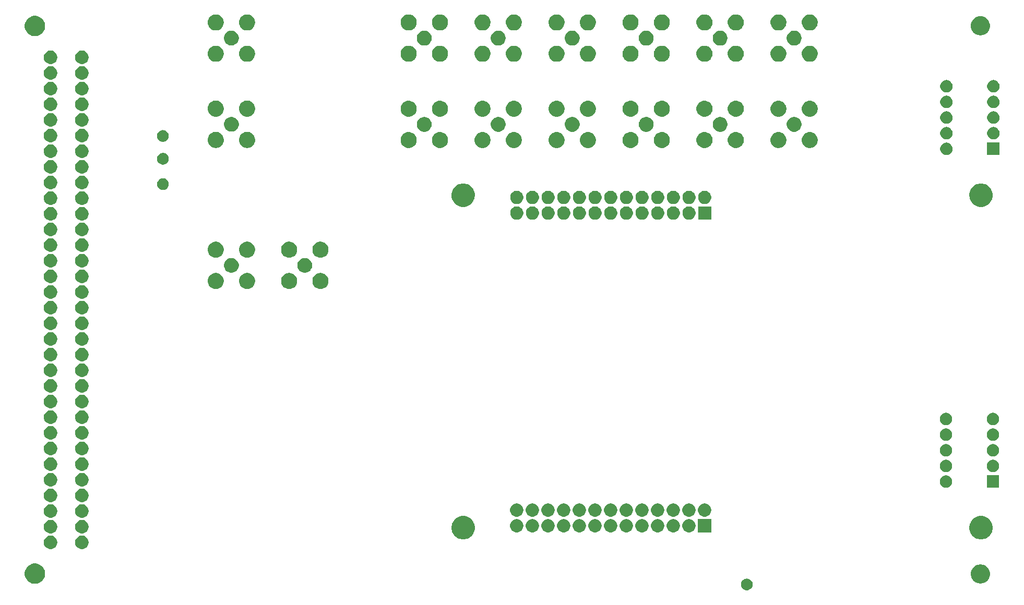
<source format=gbr>
G04 #@! TF.GenerationSoftware,KiCad,Pcbnew,(5.1.5)-3*
G04 #@! TF.CreationDate,2020-09-08T23:04:34+02:00*
G04 #@! TF.ProjectId,RedPitaya_IntStab,52656450-6974-4617-9961-5f496e745374,1.3.2*
G04 #@! TF.SameCoordinates,Original*
G04 #@! TF.FileFunction,Soldermask,Bot*
G04 #@! TF.FilePolarity,Negative*
%FSLAX46Y46*%
G04 Gerber Fmt 4.6, Leading zero omitted, Abs format (unit mm)*
G04 Created by KiCad (PCBNEW (5.1.5)-3) date 2020-09-08 23:04:34*
%MOMM*%
%LPD*%
G04 APERTURE LIST*
%ADD10C,0.100000*%
G04 APERTURE END LIST*
D10*
G36*
X189885336Y-138368254D02*
G01*
X189977105Y-138386508D01*
X190149994Y-138458121D01*
X190305590Y-138562087D01*
X190437913Y-138694410D01*
X190541879Y-138850006D01*
X190613492Y-139022895D01*
X190631746Y-139114664D01*
X190648721Y-139200000D01*
X190650000Y-139206433D01*
X190650000Y-139393567D01*
X190613492Y-139577105D01*
X190541879Y-139749994D01*
X190437913Y-139905590D01*
X190305590Y-140037913D01*
X190149994Y-140141879D01*
X189977105Y-140213492D01*
X189885336Y-140231746D01*
X189793568Y-140250000D01*
X189606432Y-140250000D01*
X189514664Y-140231746D01*
X189422895Y-140213492D01*
X189250006Y-140141879D01*
X189094410Y-140037913D01*
X188962087Y-139905590D01*
X188858121Y-139749994D01*
X188786508Y-139577105D01*
X188750000Y-139393567D01*
X188750000Y-139206433D01*
X188751280Y-139200000D01*
X188768254Y-139114664D01*
X188786508Y-139022895D01*
X188858121Y-138850006D01*
X188962087Y-138694410D01*
X189094410Y-138562087D01*
X189250006Y-138458121D01*
X189422895Y-138386508D01*
X189514664Y-138368254D01*
X189606432Y-138350000D01*
X189793568Y-138350000D01*
X189885336Y-138368254D01*
G37*
G36*
X74427874Y-135909023D02*
G01*
X74701287Y-135963408D01*
X75001568Y-136087789D01*
X75271814Y-136268361D01*
X75501639Y-136498186D01*
X75682211Y-136768432D01*
X75806592Y-137068713D01*
X75870000Y-137387489D01*
X75870000Y-137712511D01*
X75806592Y-138031287D01*
X75682211Y-138331568D01*
X75501639Y-138601814D01*
X75271814Y-138831639D01*
X75001568Y-139012211D01*
X74701287Y-139136592D01*
X74427874Y-139190977D01*
X74382512Y-139200000D01*
X74057488Y-139200000D01*
X74012126Y-139190977D01*
X73738713Y-139136592D01*
X73438432Y-139012211D01*
X73168186Y-138831639D01*
X72938361Y-138601814D01*
X72757789Y-138331568D01*
X72633408Y-138031287D01*
X72570000Y-137712511D01*
X72570000Y-137387489D01*
X72633408Y-137068713D01*
X72757789Y-136768432D01*
X72938361Y-136498186D01*
X73168186Y-136268361D01*
X73438432Y-136087789D01*
X73738713Y-135963408D01*
X74012126Y-135909023D01*
X74057488Y-135900000D01*
X74382512Y-135900000D01*
X74427874Y-135909023D01*
G37*
G36*
X227902390Y-136079782D02*
G01*
X228052118Y-136109565D01*
X228168960Y-136157963D01*
X228334199Y-136226407D01*
X228334200Y-136226408D01*
X228588068Y-136396036D01*
X228803964Y-136611932D01*
X228908533Y-136768432D01*
X228973593Y-136865801D01*
X229090435Y-137147883D01*
X229138096Y-137387489D01*
X229150000Y-137447338D01*
X229150000Y-137752662D01*
X229094579Y-138031287D01*
X229090435Y-138052117D01*
X228973593Y-138334199D01*
X228973592Y-138334200D01*
X228803964Y-138588068D01*
X228588068Y-138803964D01*
X228418439Y-138917306D01*
X228334199Y-138973593D01*
X228168960Y-139042037D01*
X228052118Y-139090435D01*
X227902390Y-139120217D01*
X227752663Y-139150000D01*
X227447337Y-139150000D01*
X227297610Y-139120217D01*
X227147882Y-139090435D01*
X227031040Y-139042037D01*
X226865801Y-138973593D01*
X226781561Y-138917306D01*
X226611932Y-138803964D01*
X226396036Y-138588068D01*
X226226408Y-138334200D01*
X226226407Y-138334199D01*
X226109565Y-138052117D01*
X226105422Y-138031287D01*
X226050000Y-137752662D01*
X226050000Y-137447338D01*
X226061905Y-137387489D01*
X226109565Y-137147883D01*
X226226407Y-136865801D01*
X226291467Y-136768432D01*
X226396036Y-136611932D01*
X226611932Y-136396036D01*
X226865800Y-136226408D01*
X226865801Y-136226407D01*
X227031040Y-136157963D01*
X227147882Y-136109565D01*
X227297610Y-136079782D01*
X227447337Y-136050000D01*
X227752663Y-136050000D01*
X227902390Y-136079782D01*
G37*
G36*
X77080857Y-131412272D02*
G01*
X77281043Y-131495192D01*
X77281045Y-131495193D01*
X77371738Y-131555792D01*
X77461208Y-131615574D01*
X77614426Y-131768792D01*
X77734808Y-131948957D01*
X77817728Y-132149143D01*
X77860000Y-132361658D01*
X77860000Y-132578342D01*
X77817728Y-132790857D01*
X77734808Y-132991043D01*
X77734807Y-132991045D01*
X77614425Y-133171209D01*
X77461209Y-133324425D01*
X77281045Y-133444807D01*
X77281044Y-133444808D01*
X77281043Y-133444808D01*
X77080857Y-133527728D01*
X76868342Y-133570000D01*
X76651658Y-133570000D01*
X76439143Y-133527728D01*
X76238957Y-133444808D01*
X76238956Y-133444808D01*
X76238955Y-133444807D01*
X76058791Y-133324425D01*
X75905575Y-133171209D01*
X75785193Y-132991045D01*
X75785192Y-132991043D01*
X75702272Y-132790857D01*
X75660000Y-132578342D01*
X75660000Y-132361658D01*
X75702272Y-132149143D01*
X75785192Y-131948957D01*
X75905574Y-131768792D01*
X76058792Y-131615574D01*
X76148262Y-131555792D01*
X76238955Y-131495193D01*
X76238957Y-131495192D01*
X76439143Y-131412272D01*
X76651658Y-131370000D01*
X76868342Y-131370000D01*
X77080857Y-131412272D01*
G37*
G36*
X82160857Y-131412272D02*
G01*
X82361043Y-131495192D01*
X82361045Y-131495193D01*
X82451738Y-131555792D01*
X82541208Y-131615574D01*
X82694426Y-131768792D01*
X82814808Y-131948957D01*
X82897728Y-132149143D01*
X82940000Y-132361658D01*
X82940000Y-132578342D01*
X82897728Y-132790857D01*
X82814808Y-132991043D01*
X82814807Y-132991045D01*
X82694425Y-133171209D01*
X82541209Y-133324425D01*
X82361045Y-133444807D01*
X82361044Y-133444808D01*
X82361043Y-133444808D01*
X82160857Y-133527728D01*
X81948342Y-133570000D01*
X81731658Y-133570000D01*
X81519143Y-133527728D01*
X81318957Y-133444808D01*
X81318956Y-133444808D01*
X81318955Y-133444807D01*
X81138791Y-133324425D01*
X80985575Y-133171209D01*
X80865193Y-132991045D01*
X80865192Y-132991043D01*
X80782272Y-132790857D01*
X80740000Y-132578342D01*
X80740000Y-132361658D01*
X80782272Y-132149143D01*
X80865192Y-131948957D01*
X80985574Y-131768792D01*
X81138792Y-131615574D01*
X81228262Y-131555792D01*
X81318955Y-131495193D01*
X81318957Y-131495192D01*
X81519143Y-131412272D01*
X81731658Y-131370000D01*
X81948342Y-131370000D01*
X82160857Y-131412272D01*
G37*
G36*
X228254209Y-128273016D02*
G01*
X228397434Y-128332342D01*
X228599986Y-128416241D01*
X228911179Y-128624174D01*
X229175826Y-128888821D01*
X229383759Y-129200014D01*
X229395679Y-129228792D01*
X229526984Y-129545791D01*
X229550148Y-129662243D01*
X229591823Y-129871755D01*
X229600000Y-129912866D01*
X229600000Y-130287134D01*
X229526984Y-130654209D01*
X229473047Y-130784425D01*
X229383759Y-130999986D01*
X229175826Y-131311179D01*
X228911179Y-131575826D01*
X228599986Y-131783759D01*
X228397434Y-131867658D01*
X228254209Y-131926984D01*
X227887135Y-132000000D01*
X227512865Y-132000000D01*
X227145791Y-131926984D01*
X227002566Y-131867658D01*
X226800014Y-131783759D01*
X226488821Y-131575826D01*
X226224174Y-131311179D01*
X226016241Y-130999986D01*
X225926953Y-130784425D01*
X225873016Y-130654209D01*
X225800000Y-130287134D01*
X225800000Y-129912866D01*
X225808178Y-129871755D01*
X225849852Y-129662243D01*
X225873016Y-129545791D01*
X226004321Y-129228792D01*
X226016241Y-129200014D01*
X226224174Y-128888821D01*
X226488821Y-128624174D01*
X226800014Y-128416241D01*
X227002566Y-128332342D01*
X227145791Y-128273016D01*
X227512865Y-128200000D01*
X227887135Y-128200000D01*
X228254209Y-128273016D01*
G37*
G36*
X144254209Y-128273016D02*
G01*
X144397434Y-128332342D01*
X144599986Y-128416241D01*
X144911179Y-128624174D01*
X145175826Y-128888821D01*
X145383759Y-129200014D01*
X145395679Y-129228792D01*
X145526984Y-129545791D01*
X145550148Y-129662243D01*
X145591823Y-129871755D01*
X145600000Y-129912866D01*
X145600000Y-130287134D01*
X145526984Y-130654209D01*
X145473047Y-130784425D01*
X145383759Y-130999986D01*
X145175826Y-131311179D01*
X144911179Y-131575826D01*
X144599986Y-131783759D01*
X144397434Y-131867658D01*
X144254209Y-131926984D01*
X143887135Y-132000000D01*
X143512865Y-132000000D01*
X143145791Y-131926984D01*
X143002566Y-131867658D01*
X142800014Y-131783759D01*
X142488821Y-131575826D01*
X142224174Y-131311179D01*
X142016241Y-130999986D01*
X141926953Y-130784425D01*
X141873016Y-130654209D01*
X141800000Y-130287134D01*
X141800000Y-129912866D01*
X141808178Y-129871755D01*
X141849852Y-129662243D01*
X141873016Y-129545791D01*
X142004321Y-129228792D01*
X142016241Y-129200014D01*
X142224174Y-128888821D01*
X142488821Y-128624174D01*
X142800014Y-128416241D01*
X143002566Y-128332342D01*
X143145791Y-128273016D01*
X143512865Y-128200000D01*
X143887135Y-128200000D01*
X144254209Y-128273016D01*
G37*
G36*
X82160857Y-128872272D02*
G01*
X82361043Y-128955192D01*
X82361045Y-128955193D01*
X82451738Y-129015792D01*
X82541208Y-129075574D01*
X82694426Y-129228792D01*
X82814808Y-129408957D01*
X82897728Y-129609143D01*
X82940000Y-129821658D01*
X82940000Y-130038342D01*
X82897728Y-130250857D01*
X82882701Y-130287135D01*
X82814807Y-130451045D01*
X82694425Y-130631209D01*
X82541209Y-130784425D01*
X82361045Y-130904807D01*
X82361044Y-130904808D01*
X82361043Y-130904808D01*
X82160857Y-130987728D01*
X81948342Y-131030000D01*
X81731658Y-131030000D01*
X81519143Y-130987728D01*
X81318957Y-130904808D01*
X81318956Y-130904808D01*
X81318955Y-130904807D01*
X81138791Y-130784425D01*
X80985575Y-130631209D01*
X80865193Y-130451045D01*
X80797299Y-130287135D01*
X80782272Y-130250857D01*
X80740000Y-130038342D01*
X80740000Y-129821658D01*
X80782272Y-129609143D01*
X80865192Y-129408957D01*
X80985574Y-129228792D01*
X81138792Y-129075574D01*
X81228262Y-129015792D01*
X81318955Y-128955193D01*
X81318957Y-128955192D01*
X81519143Y-128872272D01*
X81731658Y-128830000D01*
X81948342Y-128830000D01*
X82160857Y-128872272D01*
G37*
G36*
X77080857Y-128872272D02*
G01*
X77281043Y-128955192D01*
X77281045Y-128955193D01*
X77371738Y-129015792D01*
X77461208Y-129075574D01*
X77614426Y-129228792D01*
X77734808Y-129408957D01*
X77817728Y-129609143D01*
X77860000Y-129821658D01*
X77860000Y-130038342D01*
X77817728Y-130250857D01*
X77802701Y-130287135D01*
X77734807Y-130451045D01*
X77614425Y-130631209D01*
X77461209Y-130784425D01*
X77281045Y-130904807D01*
X77281044Y-130904808D01*
X77281043Y-130904808D01*
X77080857Y-130987728D01*
X76868342Y-131030000D01*
X76651658Y-131030000D01*
X76439143Y-130987728D01*
X76238957Y-130904808D01*
X76238956Y-130904808D01*
X76238955Y-130904807D01*
X76058791Y-130784425D01*
X75905575Y-130631209D01*
X75785193Y-130451045D01*
X75717299Y-130287135D01*
X75702272Y-130250857D01*
X75660000Y-130038342D01*
X75660000Y-129821658D01*
X75702272Y-129609143D01*
X75785192Y-129408957D01*
X75905574Y-129228792D01*
X76058792Y-129075574D01*
X76148262Y-129015792D01*
X76238955Y-128955193D01*
X76238957Y-128955192D01*
X76439143Y-128872272D01*
X76651658Y-128830000D01*
X76868342Y-128830000D01*
X77080857Y-128872272D01*
G37*
G36*
X162857240Y-128744273D02*
G01*
X163050802Y-128824449D01*
X163225005Y-128940848D01*
X163373152Y-129088995D01*
X163489551Y-129263198D01*
X163569727Y-129456760D01*
X163610600Y-129662243D01*
X163610600Y-129871757D01*
X163569727Y-130077240D01*
X163489551Y-130270802D01*
X163373152Y-130445005D01*
X163225005Y-130593152D01*
X163050802Y-130709551D01*
X162857240Y-130789727D01*
X162651757Y-130830600D01*
X162442243Y-130830600D01*
X162236760Y-130789727D01*
X162043198Y-130709551D01*
X161868995Y-130593152D01*
X161720848Y-130445005D01*
X161604449Y-130270802D01*
X161524273Y-130077240D01*
X161483400Y-129871757D01*
X161483400Y-129662243D01*
X161524273Y-129456760D01*
X161604449Y-129263198D01*
X161720848Y-129088995D01*
X161868995Y-128940848D01*
X162043198Y-128824449D01*
X162236760Y-128744273D01*
X162442243Y-128703400D01*
X162651757Y-128703400D01*
X162857240Y-128744273D01*
G37*
G36*
X152697240Y-128744273D02*
G01*
X152890802Y-128824449D01*
X153065005Y-128940848D01*
X153213152Y-129088995D01*
X153329551Y-129263198D01*
X153409727Y-129456760D01*
X153450600Y-129662243D01*
X153450600Y-129871757D01*
X153409727Y-130077240D01*
X153329551Y-130270802D01*
X153213152Y-130445005D01*
X153065005Y-130593152D01*
X152890802Y-130709551D01*
X152697240Y-130789727D01*
X152491757Y-130830600D01*
X152282243Y-130830600D01*
X152076760Y-130789727D01*
X151883198Y-130709551D01*
X151708995Y-130593152D01*
X151560848Y-130445005D01*
X151444449Y-130270802D01*
X151364273Y-130077240D01*
X151323400Y-129871757D01*
X151323400Y-129662243D01*
X151364273Y-129456760D01*
X151444449Y-129263198D01*
X151560848Y-129088995D01*
X151708995Y-128940848D01*
X151883198Y-128824449D01*
X152076760Y-128744273D01*
X152282243Y-128703400D01*
X152491757Y-128703400D01*
X152697240Y-128744273D01*
G37*
G36*
X155237240Y-128744273D02*
G01*
X155430802Y-128824449D01*
X155605005Y-128940848D01*
X155753152Y-129088995D01*
X155869551Y-129263198D01*
X155949727Y-129456760D01*
X155990600Y-129662243D01*
X155990600Y-129871757D01*
X155949727Y-130077240D01*
X155869551Y-130270802D01*
X155753152Y-130445005D01*
X155605005Y-130593152D01*
X155430802Y-130709551D01*
X155237240Y-130789727D01*
X155031757Y-130830600D01*
X154822243Y-130830600D01*
X154616760Y-130789727D01*
X154423198Y-130709551D01*
X154248995Y-130593152D01*
X154100848Y-130445005D01*
X153984449Y-130270802D01*
X153904273Y-130077240D01*
X153863400Y-129871757D01*
X153863400Y-129662243D01*
X153904273Y-129456760D01*
X153984449Y-129263198D01*
X154100848Y-129088995D01*
X154248995Y-128940848D01*
X154423198Y-128824449D01*
X154616760Y-128744273D01*
X154822243Y-128703400D01*
X155031757Y-128703400D01*
X155237240Y-128744273D01*
G37*
G36*
X157777240Y-128744273D02*
G01*
X157970802Y-128824449D01*
X158145005Y-128940848D01*
X158293152Y-129088995D01*
X158409551Y-129263198D01*
X158489727Y-129456760D01*
X158530600Y-129662243D01*
X158530600Y-129871757D01*
X158489727Y-130077240D01*
X158409551Y-130270802D01*
X158293152Y-130445005D01*
X158145005Y-130593152D01*
X157970802Y-130709551D01*
X157777240Y-130789727D01*
X157571757Y-130830600D01*
X157362243Y-130830600D01*
X157156760Y-130789727D01*
X156963198Y-130709551D01*
X156788995Y-130593152D01*
X156640848Y-130445005D01*
X156524449Y-130270802D01*
X156444273Y-130077240D01*
X156403400Y-129871757D01*
X156403400Y-129662243D01*
X156444273Y-129456760D01*
X156524449Y-129263198D01*
X156640848Y-129088995D01*
X156788995Y-128940848D01*
X156963198Y-128824449D01*
X157156760Y-128744273D01*
X157362243Y-128703400D01*
X157571757Y-128703400D01*
X157777240Y-128744273D01*
G37*
G36*
X160317240Y-128744273D02*
G01*
X160510802Y-128824449D01*
X160685005Y-128940848D01*
X160833152Y-129088995D01*
X160949551Y-129263198D01*
X161029727Y-129456760D01*
X161070600Y-129662243D01*
X161070600Y-129871757D01*
X161029727Y-130077240D01*
X160949551Y-130270802D01*
X160833152Y-130445005D01*
X160685005Y-130593152D01*
X160510802Y-130709551D01*
X160317240Y-130789727D01*
X160111757Y-130830600D01*
X159902243Y-130830600D01*
X159696760Y-130789727D01*
X159503198Y-130709551D01*
X159328995Y-130593152D01*
X159180848Y-130445005D01*
X159064449Y-130270802D01*
X158984273Y-130077240D01*
X158943400Y-129871757D01*
X158943400Y-129662243D01*
X158984273Y-129456760D01*
X159064449Y-129263198D01*
X159180848Y-129088995D01*
X159328995Y-128940848D01*
X159503198Y-128824449D01*
X159696760Y-128744273D01*
X159902243Y-128703400D01*
X160111757Y-128703400D01*
X160317240Y-128744273D01*
G37*
G36*
X165397240Y-128744273D02*
G01*
X165590802Y-128824449D01*
X165765005Y-128940848D01*
X165913152Y-129088995D01*
X166029551Y-129263198D01*
X166109727Y-129456760D01*
X166150600Y-129662243D01*
X166150600Y-129871757D01*
X166109727Y-130077240D01*
X166029551Y-130270802D01*
X165913152Y-130445005D01*
X165765005Y-130593152D01*
X165590802Y-130709551D01*
X165397240Y-130789727D01*
X165191757Y-130830600D01*
X164982243Y-130830600D01*
X164776760Y-130789727D01*
X164583198Y-130709551D01*
X164408995Y-130593152D01*
X164260848Y-130445005D01*
X164144449Y-130270802D01*
X164064273Y-130077240D01*
X164023400Y-129871757D01*
X164023400Y-129662243D01*
X164064273Y-129456760D01*
X164144449Y-129263198D01*
X164260848Y-129088995D01*
X164408995Y-128940848D01*
X164583198Y-128824449D01*
X164776760Y-128744273D01*
X164982243Y-128703400D01*
X165191757Y-128703400D01*
X165397240Y-128744273D01*
G37*
G36*
X167937240Y-128744273D02*
G01*
X168130802Y-128824449D01*
X168305005Y-128940848D01*
X168453152Y-129088995D01*
X168569551Y-129263198D01*
X168649727Y-129456760D01*
X168690600Y-129662243D01*
X168690600Y-129871757D01*
X168649727Y-130077240D01*
X168569551Y-130270802D01*
X168453152Y-130445005D01*
X168305005Y-130593152D01*
X168130802Y-130709551D01*
X167937240Y-130789727D01*
X167731757Y-130830600D01*
X167522243Y-130830600D01*
X167316760Y-130789727D01*
X167123198Y-130709551D01*
X166948995Y-130593152D01*
X166800848Y-130445005D01*
X166684449Y-130270802D01*
X166604273Y-130077240D01*
X166563400Y-129871757D01*
X166563400Y-129662243D01*
X166604273Y-129456760D01*
X166684449Y-129263198D01*
X166800848Y-129088995D01*
X166948995Y-128940848D01*
X167123198Y-128824449D01*
X167316760Y-128744273D01*
X167522243Y-128703400D01*
X167731757Y-128703400D01*
X167937240Y-128744273D01*
G37*
G36*
X170477240Y-128744273D02*
G01*
X170670802Y-128824449D01*
X170845005Y-128940848D01*
X170993152Y-129088995D01*
X171109551Y-129263198D01*
X171189727Y-129456760D01*
X171230600Y-129662243D01*
X171230600Y-129871757D01*
X171189727Y-130077240D01*
X171109551Y-130270802D01*
X170993152Y-130445005D01*
X170845005Y-130593152D01*
X170670802Y-130709551D01*
X170477240Y-130789727D01*
X170271757Y-130830600D01*
X170062243Y-130830600D01*
X169856760Y-130789727D01*
X169663198Y-130709551D01*
X169488995Y-130593152D01*
X169340848Y-130445005D01*
X169224449Y-130270802D01*
X169144273Y-130077240D01*
X169103400Y-129871757D01*
X169103400Y-129662243D01*
X169144273Y-129456760D01*
X169224449Y-129263198D01*
X169340848Y-129088995D01*
X169488995Y-128940848D01*
X169663198Y-128824449D01*
X169856760Y-128744273D01*
X170062243Y-128703400D01*
X170271757Y-128703400D01*
X170477240Y-128744273D01*
G37*
G36*
X173017240Y-128744273D02*
G01*
X173210802Y-128824449D01*
X173385005Y-128940848D01*
X173533152Y-129088995D01*
X173649551Y-129263198D01*
X173729727Y-129456760D01*
X173770600Y-129662243D01*
X173770600Y-129871757D01*
X173729727Y-130077240D01*
X173649551Y-130270802D01*
X173533152Y-130445005D01*
X173385005Y-130593152D01*
X173210802Y-130709551D01*
X173017240Y-130789727D01*
X172811757Y-130830600D01*
X172602243Y-130830600D01*
X172396760Y-130789727D01*
X172203198Y-130709551D01*
X172028995Y-130593152D01*
X171880848Y-130445005D01*
X171764449Y-130270802D01*
X171684273Y-130077240D01*
X171643400Y-129871757D01*
X171643400Y-129662243D01*
X171684273Y-129456760D01*
X171764449Y-129263198D01*
X171880848Y-129088995D01*
X172028995Y-128940848D01*
X172203198Y-128824449D01*
X172396760Y-128744273D01*
X172602243Y-128703400D01*
X172811757Y-128703400D01*
X173017240Y-128744273D01*
G37*
G36*
X175557240Y-128744273D02*
G01*
X175750802Y-128824449D01*
X175925005Y-128940848D01*
X176073152Y-129088995D01*
X176189551Y-129263198D01*
X176269727Y-129456760D01*
X176310600Y-129662243D01*
X176310600Y-129871757D01*
X176269727Y-130077240D01*
X176189551Y-130270802D01*
X176073152Y-130445005D01*
X175925005Y-130593152D01*
X175750802Y-130709551D01*
X175557240Y-130789727D01*
X175351757Y-130830600D01*
X175142243Y-130830600D01*
X174936760Y-130789727D01*
X174743198Y-130709551D01*
X174568995Y-130593152D01*
X174420848Y-130445005D01*
X174304449Y-130270802D01*
X174224273Y-130077240D01*
X174183400Y-129871757D01*
X174183400Y-129662243D01*
X174224273Y-129456760D01*
X174304449Y-129263198D01*
X174420848Y-129088995D01*
X174568995Y-128940848D01*
X174743198Y-128824449D01*
X174936760Y-128744273D01*
X175142243Y-128703400D01*
X175351757Y-128703400D01*
X175557240Y-128744273D01*
G37*
G36*
X178097240Y-128744273D02*
G01*
X178290802Y-128824449D01*
X178465005Y-128940848D01*
X178613152Y-129088995D01*
X178729551Y-129263198D01*
X178809727Y-129456760D01*
X178850600Y-129662243D01*
X178850600Y-129871757D01*
X178809727Y-130077240D01*
X178729551Y-130270802D01*
X178613152Y-130445005D01*
X178465005Y-130593152D01*
X178290802Y-130709551D01*
X178097240Y-130789727D01*
X177891757Y-130830600D01*
X177682243Y-130830600D01*
X177476760Y-130789727D01*
X177283198Y-130709551D01*
X177108995Y-130593152D01*
X176960848Y-130445005D01*
X176844449Y-130270802D01*
X176764273Y-130077240D01*
X176723400Y-129871757D01*
X176723400Y-129662243D01*
X176764273Y-129456760D01*
X176844449Y-129263198D01*
X176960848Y-129088995D01*
X177108995Y-128940848D01*
X177283198Y-128824449D01*
X177476760Y-128744273D01*
X177682243Y-128703400D01*
X177891757Y-128703400D01*
X178097240Y-128744273D01*
G37*
G36*
X180637240Y-128744273D02*
G01*
X180830802Y-128824449D01*
X181005005Y-128940848D01*
X181153152Y-129088995D01*
X181269551Y-129263198D01*
X181349727Y-129456760D01*
X181390600Y-129662243D01*
X181390600Y-129871757D01*
X181349727Y-130077240D01*
X181269551Y-130270802D01*
X181153152Y-130445005D01*
X181005005Y-130593152D01*
X180830802Y-130709551D01*
X180637240Y-130789727D01*
X180431757Y-130830600D01*
X180222243Y-130830600D01*
X180016760Y-130789727D01*
X179823198Y-130709551D01*
X179648995Y-130593152D01*
X179500848Y-130445005D01*
X179384449Y-130270802D01*
X179304273Y-130077240D01*
X179263400Y-129871757D01*
X179263400Y-129662243D01*
X179304273Y-129456760D01*
X179384449Y-129263198D01*
X179500848Y-129088995D01*
X179648995Y-128940848D01*
X179823198Y-128824449D01*
X180016760Y-128744273D01*
X180222243Y-128703400D01*
X180431757Y-128703400D01*
X180637240Y-128744273D01*
G37*
G36*
X183930600Y-130830600D02*
G01*
X181803400Y-130830600D01*
X181803400Y-128703400D01*
X183930600Y-128703400D01*
X183930600Y-130830600D01*
G37*
G36*
X82160857Y-126332272D02*
G01*
X82361043Y-126415192D01*
X82361045Y-126415193D01*
X82451738Y-126475792D01*
X82541208Y-126535574D01*
X82694426Y-126688792D01*
X82814808Y-126868957D01*
X82897728Y-127069143D01*
X82940000Y-127281658D01*
X82940000Y-127498342D01*
X82897728Y-127710857D01*
X82889466Y-127730802D01*
X82814807Y-127911045D01*
X82694425Y-128091209D01*
X82541209Y-128244425D01*
X82361045Y-128364807D01*
X82361044Y-128364808D01*
X82361043Y-128364808D01*
X82160857Y-128447728D01*
X81948342Y-128490000D01*
X81731658Y-128490000D01*
X81519143Y-128447728D01*
X81318957Y-128364808D01*
X81318956Y-128364808D01*
X81318955Y-128364807D01*
X81138791Y-128244425D01*
X80985575Y-128091209D01*
X80865193Y-127911045D01*
X80790534Y-127730802D01*
X80782272Y-127710857D01*
X80740000Y-127498342D01*
X80740000Y-127281658D01*
X80782272Y-127069143D01*
X80865192Y-126868957D01*
X80985574Y-126688792D01*
X81138792Y-126535574D01*
X81228262Y-126475792D01*
X81318955Y-126415193D01*
X81318957Y-126415192D01*
X81519143Y-126332272D01*
X81731658Y-126290000D01*
X81948342Y-126290000D01*
X82160857Y-126332272D01*
G37*
G36*
X77080857Y-126332272D02*
G01*
X77281043Y-126415192D01*
X77281045Y-126415193D01*
X77371738Y-126475792D01*
X77461208Y-126535574D01*
X77614426Y-126688792D01*
X77734808Y-126868957D01*
X77817728Y-127069143D01*
X77860000Y-127281658D01*
X77860000Y-127498342D01*
X77817728Y-127710857D01*
X77809466Y-127730802D01*
X77734807Y-127911045D01*
X77614425Y-128091209D01*
X77461209Y-128244425D01*
X77281045Y-128364807D01*
X77281044Y-128364808D01*
X77281043Y-128364808D01*
X77080857Y-128447728D01*
X76868342Y-128490000D01*
X76651658Y-128490000D01*
X76439143Y-128447728D01*
X76238957Y-128364808D01*
X76238956Y-128364808D01*
X76238955Y-128364807D01*
X76058791Y-128244425D01*
X75905575Y-128091209D01*
X75785193Y-127911045D01*
X75710534Y-127730802D01*
X75702272Y-127710857D01*
X75660000Y-127498342D01*
X75660000Y-127281658D01*
X75702272Y-127069143D01*
X75785192Y-126868957D01*
X75905574Y-126688792D01*
X76058792Y-126535574D01*
X76148262Y-126475792D01*
X76238955Y-126415193D01*
X76238957Y-126415192D01*
X76439143Y-126332272D01*
X76651658Y-126290000D01*
X76868342Y-126290000D01*
X77080857Y-126332272D01*
G37*
G36*
X175557240Y-126204273D02*
G01*
X175750802Y-126284449D01*
X175925005Y-126400848D01*
X176073152Y-126548995D01*
X176189551Y-126723198D01*
X176269727Y-126916760D01*
X176310600Y-127122243D01*
X176310600Y-127331757D01*
X176269727Y-127537240D01*
X176189551Y-127730802D01*
X176073152Y-127905005D01*
X175925005Y-128053152D01*
X175750802Y-128169551D01*
X175557240Y-128249727D01*
X175351757Y-128290600D01*
X175142243Y-128290600D01*
X174936760Y-128249727D01*
X174743198Y-128169551D01*
X174568995Y-128053152D01*
X174420848Y-127905005D01*
X174304449Y-127730802D01*
X174224273Y-127537240D01*
X174183400Y-127331757D01*
X174183400Y-127122243D01*
X174224273Y-126916760D01*
X174304449Y-126723198D01*
X174420848Y-126548995D01*
X174568995Y-126400848D01*
X174743198Y-126284449D01*
X174936760Y-126204273D01*
X175142243Y-126163400D01*
X175351757Y-126163400D01*
X175557240Y-126204273D01*
G37*
G36*
X173017240Y-126204273D02*
G01*
X173210802Y-126284449D01*
X173385005Y-126400848D01*
X173533152Y-126548995D01*
X173649551Y-126723198D01*
X173729727Y-126916760D01*
X173770600Y-127122243D01*
X173770600Y-127331757D01*
X173729727Y-127537240D01*
X173649551Y-127730802D01*
X173533152Y-127905005D01*
X173385005Y-128053152D01*
X173210802Y-128169551D01*
X173017240Y-128249727D01*
X172811757Y-128290600D01*
X172602243Y-128290600D01*
X172396760Y-128249727D01*
X172203198Y-128169551D01*
X172028995Y-128053152D01*
X171880848Y-127905005D01*
X171764449Y-127730802D01*
X171684273Y-127537240D01*
X171643400Y-127331757D01*
X171643400Y-127122243D01*
X171684273Y-126916760D01*
X171764449Y-126723198D01*
X171880848Y-126548995D01*
X172028995Y-126400848D01*
X172203198Y-126284449D01*
X172396760Y-126204273D01*
X172602243Y-126163400D01*
X172811757Y-126163400D01*
X173017240Y-126204273D01*
G37*
G36*
X178097240Y-126204273D02*
G01*
X178290802Y-126284449D01*
X178465005Y-126400848D01*
X178613152Y-126548995D01*
X178729551Y-126723198D01*
X178809727Y-126916760D01*
X178850600Y-127122243D01*
X178850600Y-127331757D01*
X178809727Y-127537240D01*
X178729551Y-127730802D01*
X178613152Y-127905005D01*
X178465005Y-128053152D01*
X178290802Y-128169551D01*
X178097240Y-128249727D01*
X177891757Y-128290600D01*
X177682243Y-128290600D01*
X177476760Y-128249727D01*
X177283198Y-128169551D01*
X177108995Y-128053152D01*
X176960848Y-127905005D01*
X176844449Y-127730802D01*
X176764273Y-127537240D01*
X176723400Y-127331757D01*
X176723400Y-127122243D01*
X176764273Y-126916760D01*
X176844449Y-126723198D01*
X176960848Y-126548995D01*
X177108995Y-126400848D01*
X177283198Y-126284449D01*
X177476760Y-126204273D01*
X177682243Y-126163400D01*
X177891757Y-126163400D01*
X178097240Y-126204273D01*
G37*
G36*
X170477240Y-126204273D02*
G01*
X170670802Y-126284449D01*
X170845005Y-126400848D01*
X170993152Y-126548995D01*
X171109551Y-126723198D01*
X171189727Y-126916760D01*
X171230600Y-127122243D01*
X171230600Y-127331757D01*
X171189727Y-127537240D01*
X171109551Y-127730802D01*
X170993152Y-127905005D01*
X170845005Y-128053152D01*
X170670802Y-128169551D01*
X170477240Y-128249727D01*
X170271757Y-128290600D01*
X170062243Y-128290600D01*
X169856760Y-128249727D01*
X169663198Y-128169551D01*
X169488995Y-128053152D01*
X169340848Y-127905005D01*
X169224449Y-127730802D01*
X169144273Y-127537240D01*
X169103400Y-127331757D01*
X169103400Y-127122243D01*
X169144273Y-126916760D01*
X169224449Y-126723198D01*
X169340848Y-126548995D01*
X169488995Y-126400848D01*
X169663198Y-126284449D01*
X169856760Y-126204273D01*
X170062243Y-126163400D01*
X170271757Y-126163400D01*
X170477240Y-126204273D01*
G37*
G36*
X180637240Y-126204273D02*
G01*
X180830802Y-126284449D01*
X181005005Y-126400848D01*
X181153152Y-126548995D01*
X181269551Y-126723198D01*
X181349727Y-126916760D01*
X181390600Y-127122243D01*
X181390600Y-127331757D01*
X181349727Y-127537240D01*
X181269551Y-127730802D01*
X181153152Y-127905005D01*
X181005005Y-128053152D01*
X180830802Y-128169551D01*
X180637240Y-128249727D01*
X180431757Y-128290600D01*
X180222243Y-128290600D01*
X180016760Y-128249727D01*
X179823198Y-128169551D01*
X179648995Y-128053152D01*
X179500848Y-127905005D01*
X179384449Y-127730802D01*
X179304273Y-127537240D01*
X179263400Y-127331757D01*
X179263400Y-127122243D01*
X179304273Y-126916760D01*
X179384449Y-126723198D01*
X179500848Y-126548995D01*
X179648995Y-126400848D01*
X179823198Y-126284449D01*
X180016760Y-126204273D01*
X180222243Y-126163400D01*
X180431757Y-126163400D01*
X180637240Y-126204273D01*
G37*
G36*
X167937240Y-126204273D02*
G01*
X168130802Y-126284449D01*
X168305005Y-126400848D01*
X168453152Y-126548995D01*
X168569551Y-126723198D01*
X168649727Y-126916760D01*
X168690600Y-127122243D01*
X168690600Y-127331757D01*
X168649727Y-127537240D01*
X168569551Y-127730802D01*
X168453152Y-127905005D01*
X168305005Y-128053152D01*
X168130802Y-128169551D01*
X167937240Y-128249727D01*
X167731757Y-128290600D01*
X167522243Y-128290600D01*
X167316760Y-128249727D01*
X167123198Y-128169551D01*
X166948995Y-128053152D01*
X166800848Y-127905005D01*
X166684449Y-127730802D01*
X166604273Y-127537240D01*
X166563400Y-127331757D01*
X166563400Y-127122243D01*
X166604273Y-126916760D01*
X166684449Y-126723198D01*
X166800848Y-126548995D01*
X166948995Y-126400848D01*
X167123198Y-126284449D01*
X167316760Y-126204273D01*
X167522243Y-126163400D01*
X167731757Y-126163400D01*
X167937240Y-126204273D01*
G37*
G36*
X155237240Y-126204273D02*
G01*
X155430802Y-126284449D01*
X155605005Y-126400848D01*
X155753152Y-126548995D01*
X155869551Y-126723198D01*
X155949727Y-126916760D01*
X155990600Y-127122243D01*
X155990600Y-127331757D01*
X155949727Y-127537240D01*
X155869551Y-127730802D01*
X155753152Y-127905005D01*
X155605005Y-128053152D01*
X155430802Y-128169551D01*
X155237240Y-128249727D01*
X155031757Y-128290600D01*
X154822243Y-128290600D01*
X154616760Y-128249727D01*
X154423198Y-128169551D01*
X154248995Y-128053152D01*
X154100848Y-127905005D01*
X153984449Y-127730802D01*
X153904273Y-127537240D01*
X153863400Y-127331757D01*
X153863400Y-127122243D01*
X153904273Y-126916760D01*
X153984449Y-126723198D01*
X154100848Y-126548995D01*
X154248995Y-126400848D01*
X154423198Y-126284449D01*
X154616760Y-126204273D01*
X154822243Y-126163400D01*
X155031757Y-126163400D01*
X155237240Y-126204273D01*
G37*
G36*
X157777240Y-126204273D02*
G01*
X157970802Y-126284449D01*
X158145005Y-126400848D01*
X158293152Y-126548995D01*
X158409551Y-126723198D01*
X158489727Y-126916760D01*
X158530600Y-127122243D01*
X158530600Y-127331757D01*
X158489727Y-127537240D01*
X158409551Y-127730802D01*
X158293152Y-127905005D01*
X158145005Y-128053152D01*
X157970802Y-128169551D01*
X157777240Y-128249727D01*
X157571757Y-128290600D01*
X157362243Y-128290600D01*
X157156760Y-128249727D01*
X156963198Y-128169551D01*
X156788995Y-128053152D01*
X156640848Y-127905005D01*
X156524449Y-127730802D01*
X156444273Y-127537240D01*
X156403400Y-127331757D01*
X156403400Y-127122243D01*
X156444273Y-126916760D01*
X156524449Y-126723198D01*
X156640848Y-126548995D01*
X156788995Y-126400848D01*
X156963198Y-126284449D01*
X157156760Y-126204273D01*
X157362243Y-126163400D01*
X157571757Y-126163400D01*
X157777240Y-126204273D01*
G37*
G36*
X162857240Y-126204273D02*
G01*
X163050802Y-126284449D01*
X163225005Y-126400848D01*
X163373152Y-126548995D01*
X163489551Y-126723198D01*
X163569727Y-126916760D01*
X163610600Y-127122243D01*
X163610600Y-127331757D01*
X163569727Y-127537240D01*
X163489551Y-127730802D01*
X163373152Y-127905005D01*
X163225005Y-128053152D01*
X163050802Y-128169551D01*
X162857240Y-128249727D01*
X162651757Y-128290600D01*
X162442243Y-128290600D01*
X162236760Y-128249727D01*
X162043198Y-128169551D01*
X161868995Y-128053152D01*
X161720848Y-127905005D01*
X161604449Y-127730802D01*
X161524273Y-127537240D01*
X161483400Y-127331757D01*
X161483400Y-127122243D01*
X161524273Y-126916760D01*
X161604449Y-126723198D01*
X161720848Y-126548995D01*
X161868995Y-126400848D01*
X162043198Y-126284449D01*
X162236760Y-126204273D01*
X162442243Y-126163400D01*
X162651757Y-126163400D01*
X162857240Y-126204273D01*
G37*
G36*
X183177240Y-126204273D02*
G01*
X183370802Y-126284449D01*
X183545005Y-126400848D01*
X183693152Y-126548995D01*
X183809551Y-126723198D01*
X183889727Y-126916760D01*
X183930600Y-127122243D01*
X183930600Y-127331757D01*
X183889727Y-127537240D01*
X183809551Y-127730802D01*
X183693152Y-127905005D01*
X183545005Y-128053152D01*
X183370802Y-128169551D01*
X183177240Y-128249727D01*
X182971757Y-128290600D01*
X182762243Y-128290600D01*
X182556760Y-128249727D01*
X182363198Y-128169551D01*
X182188995Y-128053152D01*
X182040848Y-127905005D01*
X181924449Y-127730802D01*
X181844273Y-127537240D01*
X181803400Y-127331757D01*
X181803400Y-127122243D01*
X181844273Y-126916760D01*
X181924449Y-126723198D01*
X182040848Y-126548995D01*
X182188995Y-126400848D01*
X182363198Y-126284449D01*
X182556760Y-126204273D01*
X182762243Y-126163400D01*
X182971757Y-126163400D01*
X183177240Y-126204273D01*
G37*
G36*
X165397240Y-126204273D02*
G01*
X165590802Y-126284449D01*
X165765005Y-126400848D01*
X165913152Y-126548995D01*
X166029551Y-126723198D01*
X166109727Y-126916760D01*
X166150600Y-127122243D01*
X166150600Y-127331757D01*
X166109727Y-127537240D01*
X166029551Y-127730802D01*
X165913152Y-127905005D01*
X165765005Y-128053152D01*
X165590802Y-128169551D01*
X165397240Y-128249727D01*
X165191757Y-128290600D01*
X164982243Y-128290600D01*
X164776760Y-128249727D01*
X164583198Y-128169551D01*
X164408995Y-128053152D01*
X164260848Y-127905005D01*
X164144449Y-127730802D01*
X164064273Y-127537240D01*
X164023400Y-127331757D01*
X164023400Y-127122243D01*
X164064273Y-126916760D01*
X164144449Y-126723198D01*
X164260848Y-126548995D01*
X164408995Y-126400848D01*
X164583198Y-126284449D01*
X164776760Y-126204273D01*
X164982243Y-126163400D01*
X165191757Y-126163400D01*
X165397240Y-126204273D01*
G37*
G36*
X160317240Y-126204273D02*
G01*
X160510802Y-126284449D01*
X160685005Y-126400848D01*
X160833152Y-126548995D01*
X160949551Y-126723198D01*
X161029727Y-126916760D01*
X161070600Y-127122243D01*
X161070600Y-127331757D01*
X161029727Y-127537240D01*
X160949551Y-127730802D01*
X160833152Y-127905005D01*
X160685005Y-128053152D01*
X160510802Y-128169551D01*
X160317240Y-128249727D01*
X160111757Y-128290600D01*
X159902243Y-128290600D01*
X159696760Y-128249727D01*
X159503198Y-128169551D01*
X159328995Y-128053152D01*
X159180848Y-127905005D01*
X159064449Y-127730802D01*
X158984273Y-127537240D01*
X158943400Y-127331757D01*
X158943400Y-127122243D01*
X158984273Y-126916760D01*
X159064449Y-126723198D01*
X159180848Y-126548995D01*
X159328995Y-126400848D01*
X159503198Y-126284449D01*
X159696760Y-126204273D01*
X159902243Y-126163400D01*
X160111757Y-126163400D01*
X160317240Y-126204273D01*
G37*
G36*
X152697240Y-126204273D02*
G01*
X152890802Y-126284449D01*
X153065005Y-126400848D01*
X153213152Y-126548995D01*
X153329551Y-126723198D01*
X153409727Y-126916760D01*
X153450600Y-127122243D01*
X153450600Y-127331757D01*
X153409727Y-127537240D01*
X153329551Y-127730802D01*
X153213152Y-127905005D01*
X153065005Y-128053152D01*
X152890802Y-128169551D01*
X152697240Y-128249727D01*
X152491757Y-128290600D01*
X152282243Y-128290600D01*
X152076760Y-128249727D01*
X151883198Y-128169551D01*
X151708995Y-128053152D01*
X151560848Y-127905005D01*
X151444449Y-127730802D01*
X151364273Y-127537240D01*
X151323400Y-127331757D01*
X151323400Y-127122243D01*
X151364273Y-126916760D01*
X151444449Y-126723198D01*
X151560848Y-126548995D01*
X151708995Y-126400848D01*
X151883198Y-126284449D01*
X152076760Y-126204273D01*
X152282243Y-126163400D01*
X152491757Y-126163400D01*
X152697240Y-126204273D01*
G37*
G36*
X77080857Y-123792272D02*
G01*
X77281043Y-123875192D01*
X77281045Y-123875193D01*
X77371738Y-123935792D01*
X77461208Y-123995574D01*
X77614426Y-124148792D01*
X77734808Y-124328957D01*
X77817728Y-124529143D01*
X77860000Y-124741658D01*
X77860000Y-124958342D01*
X77817728Y-125170857D01*
X77734808Y-125371043D01*
X77734807Y-125371045D01*
X77614425Y-125551209D01*
X77461209Y-125704425D01*
X77281045Y-125824807D01*
X77281044Y-125824808D01*
X77281043Y-125824808D01*
X77080857Y-125907728D01*
X76868342Y-125950000D01*
X76651658Y-125950000D01*
X76439143Y-125907728D01*
X76238957Y-125824808D01*
X76238956Y-125824808D01*
X76238955Y-125824807D01*
X76058791Y-125704425D01*
X75905575Y-125551209D01*
X75785193Y-125371045D01*
X75785192Y-125371043D01*
X75702272Y-125170857D01*
X75660000Y-124958342D01*
X75660000Y-124741658D01*
X75702272Y-124529143D01*
X75785192Y-124328957D01*
X75905574Y-124148792D01*
X76058792Y-123995574D01*
X76148262Y-123935792D01*
X76238955Y-123875193D01*
X76238957Y-123875192D01*
X76439143Y-123792272D01*
X76651658Y-123750000D01*
X76868342Y-123750000D01*
X77080857Y-123792272D01*
G37*
G36*
X82160857Y-123792272D02*
G01*
X82361043Y-123875192D01*
X82361045Y-123875193D01*
X82451738Y-123935792D01*
X82541208Y-123995574D01*
X82694426Y-124148792D01*
X82814808Y-124328957D01*
X82897728Y-124529143D01*
X82940000Y-124741658D01*
X82940000Y-124958342D01*
X82897728Y-125170857D01*
X82814808Y-125371043D01*
X82814807Y-125371045D01*
X82694425Y-125551209D01*
X82541209Y-125704425D01*
X82361045Y-125824807D01*
X82361044Y-125824808D01*
X82361043Y-125824808D01*
X82160857Y-125907728D01*
X81948342Y-125950000D01*
X81731658Y-125950000D01*
X81519143Y-125907728D01*
X81318957Y-125824808D01*
X81318956Y-125824808D01*
X81318955Y-125824807D01*
X81138791Y-125704425D01*
X80985575Y-125551209D01*
X80865193Y-125371045D01*
X80865192Y-125371043D01*
X80782272Y-125170857D01*
X80740000Y-124958342D01*
X80740000Y-124741658D01*
X80782272Y-124529143D01*
X80865192Y-124328957D01*
X80985574Y-124148792D01*
X81138792Y-123995574D01*
X81228262Y-123935792D01*
X81318955Y-123875193D01*
X81318957Y-123875192D01*
X81519143Y-123792272D01*
X81731658Y-123750000D01*
X81948342Y-123750000D01*
X82160857Y-123792272D01*
G37*
G36*
X230650000Y-123600000D02*
G01*
X228650000Y-123600000D01*
X228650000Y-121600000D01*
X230650000Y-121600000D01*
X230650000Y-123600000D01*
G37*
G36*
X222257290Y-121625619D02*
G01*
X222321689Y-121638429D01*
X222503678Y-121713811D01*
X222667463Y-121823249D01*
X222806751Y-121962537D01*
X222916189Y-122126322D01*
X222991571Y-122308311D01*
X223030000Y-122501509D01*
X223030000Y-122698491D01*
X222991571Y-122891689D01*
X222916189Y-123073678D01*
X222806751Y-123237463D01*
X222667463Y-123376751D01*
X222503678Y-123486189D01*
X222321689Y-123561571D01*
X222257290Y-123574381D01*
X222128493Y-123600000D01*
X221931507Y-123600000D01*
X221802710Y-123574381D01*
X221738311Y-123561571D01*
X221556322Y-123486189D01*
X221392537Y-123376751D01*
X221253249Y-123237463D01*
X221143811Y-123073678D01*
X221068429Y-122891689D01*
X221030000Y-122698491D01*
X221030000Y-122501509D01*
X221068429Y-122308311D01*
X221143811Y-122126322D01*
X221253249Y-121962537D01*
X221392537Y-121823249D01*
X221556322Y-121713811D01*
X221738311Y-121638429D01*
X221802710Y-121625619D01*
X221931507Y-121600000D01*
X222128493Y-121600000D01*
X222257290Y-121625619D01*
G37*
G36*
X82160857Y-121252272D02*
G01*
X82361043Y-121335192D01*
X82361045Y-121335193D01*
X82451738Y-121395792D01*
X82541208Y-121455574D01*
X82694426Y-121608792D01*
X82814808Y-121788957D01*
X82897728Y-121989143D01*
X82940000Y-122201658D01*
X82940000Y-122418342D01*
X82897728Y-122630857D01*
X82869713Y-122698491D01*
X82814807Y-122831045D01*
X82694425Y-123011209D01*
X82541209Y-123164425D01*
X82361045Y-123284807D01*
X82361044Y-123284808D01*
X82361043Y-123284808D01*
X82160857Y-123367728D01*
X81948342Y-123410000D01*
X81731658Y-123410000D01*
X81519143Y-123367728D01*
X81318957Y-123284808D01*
X81318956Y-123284808D01*
X81318955Y-123284807D01*
X81138791Y-123164425D01*
X80985575Y-123011209D01*
X80865193Y-122831045D01*
X80810287Y-122698491D01*
X80782272Y-122630857D01*
X80740000Y-122418342D01*
X80740000Y-122201658D01*
X80782272Y-121989143D01*
X80865192Y-121788957D01*
X80985574Y-121608792D01*
X81138792Y-121455574D01*
X81228262Y-121395792D01*
X81318955Y-121335193D01*
X81318957Y-121335192D01*
X81519143Y-121252272D01*
X81731658Y-121210000D01*
X81948342Y-121210000D01*
X82160857Y-121252272D01*
G37*
G36*
X77080857Y-121252272D02*
G01*
X77281043Y-121335192D01*
X77281045Y-121335193D01*
X77371738Y-121395792D01*
X77461208Y-121455574D01*
X77614426Y-121608792D01*
X77734808Y-121788957D01*
X77817728Y-121989143D01*
X77860000Y-122201658D01*
X77860000Y-122418342D01*
X77817728Y-122630857D01*
X77789713Y-122698491D01*
X77734807Y-122831045D01*
X77614425Y-123011209D01*
X77461209Y-123164425D01*
X77281045Y-123284807D01*
X77281044Y-123284808D01*
X77281043Y-123284808D01*
X77080857Y-123367728D01*
X76868342Y-123410000D01*
X76651658Y-123410000D01*
X76439143Y-123367728D01*
X76238957Y-123284808D01*
X76238956Y-123284808D01*
X76238955Y-123284807D01*
X76058791Y-123164425D01*
X75905575Y-123011209D01*
X75785193Y-122831045D01*
X75730287Y-122698491D01*
X75702272Y-122630857D01*
X75660000Y-122418342D01*
X75660000Y-122201658D01*
X75702272Y-121989143D01*
X75785192Y-121788957D01*
X75905574Y-121608792D01*
X76058792Y-121455574D01*
X76148262Y-121395792D01*
X76238955Y-121335193D01*
X76238957Y-121335192D01*
X76439143Y-121252272D01*
X76651658Y-121210000D01*
X76868342Y-121210000D01*
X77080857Y-121252272D01*
G37*
G36*
X222257290Y-119085619D02*
G01*
X222321689Y-119098429D01*
X222503678Y-119173811D01*
X222667463Y-119283249D01*
X222806751Y-119422537D01*
X222916189Y-119586322D01*
X222991571Y-119768311D01*
X223030000Y-119961509D01*
X223030000Y-120158491D01*
X222991571Y-120351689D01*
X222916189Y-120533678D01*
X222806751Y-120697463D01*
X222667463Y-120836751D01*
X222503678Y-120946189D01*
X222321689Y-121021571D01*
X222257290Y-121034381D01*
X222128493Y-121060000D01*
X221931507Y-121060000D01*
X221802710Y-121034381D01*
X221738311Y-121021571D01*
X221556322Y-120946189D01*
X221392537Y-120836751D01*
X221253249Y-120697463D01*
X221143811Y-120533678D01*
X221068429Y-120351689D01*
X221030000Y-120158491D01*
X221030000Y-119961509D01*
X221068429Y-119768311D01*
X221143811Y-119586322D01*
X221253249Y-119422537D01*
X221392537Y-119283249D01*
X221556322Y-119173811D01*
X221738311Y-119098429D01*
X221802710Y-119085619D01*
X221931507Y-119060000D01*
X222128493Y-119060000D01*
X222257290Y-119085619D01*
G37*
G36*
X229877290Y-119085619D02*
G01*
X229941689Y-119098429D01*
X230123678Y-119173811D01*
X230287463Y-119283249D01*
X230426751Y-119422537D01*
X230536189Y-119586322D01*
X230611571Y-119768311D01*
X230650000Y-119961509D01*
X230650000Y-120158491D01*
X230611571Y-120351689D01*
X230536189Y-120533678D01*
X230426751Y-120697463D01*
X230287463Y-120836751D01*
X230123678Y-120946189D01*
X229941689Y-121021571D01*
X229877290Y-121034381D01*
X229748493Y-121060000D01*
X229551507Y-121060000D01*
X229422710Y-121034381D01*
X229358311Y-121021571D01*
X229176322Y-120946189D01*
X229012537Y-120836751D01*
X228873249Y-120697463D01*
X228763811Y-120533678D01*
X228688429Y-120351689D01*
X228650000Y-120158491D01*
X228650000Y-119961509D01*
X228688429Y-119768311D01*
X228763811Y-119586322D01*
X228873249Y-119422537D01*
X229012537Y-119283249D01*
X229176322Y-119173811D01*
X229358311Y-119098429D01*
X229422710Y-119085619D01*
X229551507Y-119060000D01*
X229748493Y-119060000D01*
X229877290Y-119085619D01*
G37*
G36*
X77080857Y-118712272D02*
G01*
X77281043Y-118795192D01*
X77281045Y-118795193D01*
X77371738Y-118855792D01*
X77461208Y-118915574D01*
X77614426Y-119068792D01*
X77734808Y-119248957D01*
X77817728Y-119449143D01*
X77860000Y-119661658D01*
X77860000Y-119878342D01*
X77817728Y-120090857D01*
X77789713Y-120158491D01*
X77734807Y-120291045D01*
X77614425Y-120471209D01*
X77461209Y-120624425D01*
X77281045Y-120744807D01*
X77281044Y-120744808D01*
X77281043Y-120744808D01*
X77080857Y-120827728D01*
X76868342Y-120870000D01*
X76651658Y-120870000D01*
X76439143Y-120827728D01*
X76238957Y-120744808D01*
X76238956Y-120744808D01*
X76238955Y-120744807D01*
X76058791Y-120624425D01*
X75905575Y-120471209D01*
X75785193Y-120291045D01*
X75730287Y-120158491D01*
X75702272Y-120090857D01*
X75660000Y-119878342D01*
X75660000Y-119661658D01*
X75702272Y-119449143D01*
X75785192Y-119248957D01*
X75905574Y-119068792D01*
X76058792Y-118915574D01*
X76148262Y-118855792D01*
X76238955Y-118795193D01*
X76238957Y-118795192D01*
X76439143Y-118712272D01*
X76651658Y-118670000D01*
X76868342Y-118670000D01*
X77080857Y-118712272D01*
G37*
G36*
X82160857Y-118712272D02*
G01*
X82361043Y-118795192D01*
X82361045Y-118795193D01*
X82451738Y-118855792D01*
X82541208Y-118915574D01*
X82694426Y-119068792D01*
X82814808Y-119248957D01*
X82897728Y-119449143D01*
X82940000Y-119661658D01*
X82940000Y-119878342D01*
X82897728Y-120090857D01*
X82869713Y-120158491D01*
X82814807Y-120291045D01*
X82694425Y-120471209D01*
X82541209Y-120624425D01*
X82361045Y-120744807D01*
X82361044Y-120744808D01*
X82361043Y-120744808D01*
X82160857Y-120827728D01*
X81948342Y-120870000D01*
X81731658Y-120870000D01*
X81519143Y-120827728D01*
X81318957Y-120744808D01*
X81318956Y-120744808D01*
X81318955Y-120744807D01*
X81138791Y-120624425D01*
X80985575Y-120471209D01*
X80865193Y-120291045D01*
X80810287Y-120158491D01*
X80782272Y-120090857D01*
X80740000Y-119878342D01*
X80740000Y-119661658D01*
X80782272Y-119449143D01*
X80865192Y-119248957D01*
X80985574Y-119068792D01*
X81138792Y-118915574D01*
X81228262Y-118855792D01*
X81318955Y-118795193D01*
X81318957Y-118795192D01*
X81519143Y-118712272D01*
X81731658Y-118670000D01*
X81948342Y-118670000D01*
X82160857Y-118712272D01*
G37*
G36*
X229877290Y-116545619D02*
G01*
X229941689Y-116558429D01*
X230123678Y-116633811D01*
X230287463Y-116743249D01*
X230426751Y-116882537D01*
X230536189Y-117046322D01*
X230611571Y-117228311D01*
X230650000Y-117421509D01*
X230650000Y-117618491D01*
X230611571Y-117811689D01*
X230536189Y-117993678D01*
X230426751Y-118157463D01*
X230287463Y-118296751D01*
X230123678Y-118406189D01*
X229941689Y-118481571D01*
X229877290Y-118494381D01*
X229748493Y-118520000D01*
X229551507Y-118520000D01*
X229422710Y-118494381D01*
X229358311Y-118481571D01*
X229176322Y-118406189D01*
X229012537Y-118296751D01*
X228873249Y-118157463D01*
X228763811Y-117993678D01*
X228688429Y-117811689D01*
X228650000Y-117618491D01*
X228650000Y-117421509D01*
X228688429Y-117228311D01*
X228763811Y-117046322D01*
X228873249Y-116882537D01*
X229012537Y-116743249D01*
X229176322Y-116633811D01*
X229358311Y-116558429D01*
X229422710Y-116545619D01*
X229551507Y-116520000D01*
X229748493Y-116520000D01*
X229877290Y-116545619D01*
G37*
G36*
X222257290Y-116545619D02*
G01*
X222321689Y-116558429D01*
X222503678Y-116633811D01*
X222667463Y-116743249D01*
X222806751Y-116882537D01*
X222916189Y-117046322D01*
X222991571Y-117228311D01*
X223030000Y-117421509D01*
X223030000Y-117618491D01*
X222991571Y-117811689D01*
X222916189Y-117993678D01*
X222806751Y-118157463D01*
X222667463Y-118296751D01*
X222503678Y-118406189D01*
X222321689Y-118481571D01*
X222257290Y-118494381D01*
X222128493Y-118520000D01*
X221931507Y-118520000D01*
X221802710Y-118494381D01*
X221738311Y-118481571D01*
X221556322Y-118406189D01*
X221392537Y-118296751D01*
X221253249Y-118157463D01*
X221143811Y-117993678D01*
X221068429Y-117811689D01*
X221030000Y-117618491D01*
X221030000Y-117421509D01*
X221068429Y-117228311D01*
X221143811Y-117046322D01*
X221253249Y-116882537D01*
X221392537Y-116743249D01*
X221556322Y-116633811D01*
X221738311Y-116558429D01*
X221802710Y-116545619D01*
X221931507Y-116520000D01*
X222128493Y-116520000D01*
X222257290Y-116545619D01*
G37*
G36*
X77080857Y-116172272D02*
G01*
X77281043Y-116255192D01*
X77281045Y-116255193D01*
X77371738Y-116315792D01*
X77461208Y-116375574D01*
X77614426Y-116528792D01*
X77734808Y-116708957D01*
X77817728Y-116909143D01*
X77860000Y-117121658D01*
X77860000Y-117338342D01*
X77817728Y-117550857D01*
X77789713Y-117618491D01*
X77734807Y-117751045D01*
X77614425Y-117931209D01*
X77461209Y-118084425D01*
X77281045Y-118204807D01*
X77281044Y-118204808D01*
X77281043Y-118204808D01*
X77080857Y-118287728D01*
X76868342Y-118330000D01*
X76651658Y-118330000D01*
X76439143Y-118287728D01*
X76238957Y-118204808D01*
X76238956Y-118204808D01*
X76238955Y-118204807D01*
X76058791Y-118084425D01*
X75905575Y-117931209D01*
X75785193Y-117751045D01*
X75730287Y-117618491D01*
X75702272Y-117550857D01*
X75660000Y-117338342D01*
X75660000Y-117121658D01*
X75702272Y-116909143D01*
X75785192Y-116708957D01*
X75905574Y-116528792D01*
X76058792Y-116375574D01*
X76148262Y-116315792D01*
X76238955Y-116255193D01*
X76238957Y-116255192D01*
X76439143Y-116172272D01*
X76651658Y-116130000D01*
X76868342Y-116130000D01*
X77080857Y-116172272D01*
G37*
G36*
X82160857Y-116172272D02*
G01*
X82361043Y-116255192D01*
X82361045Y-116255193D01*
X82451738Y-116315792D01*
X82541208Y-116375574D01*
X82694426Y-116528792D01*
X82814808Y-116708957D01*
X82897728Y-116909143D01*
X82940000Y-117121658D01*
X82940000Y-117338342D01*
X82897728Y-117550857D01*
X82869713Y-117618491D01*
X82814807Y-117751045D01*
X82694425Y-117931209D01*
X82541209Y-118084425D01*
X82361045Y-118204807D01*
X82361044Y-118204808D01*
X82361043Y-118204808D01*
X82160857Y-118287728D01*
X81948342Y-118330000D01*
X81731658Y-118330000D01*
X81519143Y-118287728D01*
X81318957Y-118204808D01*
X81318956Y-118204808D01*
X81318955Y-118204807D01*
X81138791Y-118084425D01*
X80985575Y-117931209D01*
X80865193Y-117751045D01*
X80810287Y-117618491D01*
X80782272Y-117550857D01*
X80740000Y-117338342D01*
X80740000Y-117121658D01*
X80782272Y-116909143D01*
X80865192Y-116708957D01*
X80985574Y-116528792D01*
X81138792Y-116375574D01*
X81228262Y-116315792D01*
X81318955Y-116255193D01*
X81318957Y-116255192D01*
X81519143Y-116172272D01*
X81731658Y-116130000D01*
X81948342Y-116130000D01*
X82160857Y-116172272D01*
G37*
G36*
X222257290Y-114005619D02*
G01*
X222321689Y-114018429D01*
X222503678Y-114093811D01*
X222667463Y-114203249D01*
X222806751Y-114342537D01*
X222916189Y-114506322D01*
X222991571Y-114688311D01*
X223030000Y-114881509D01*
X223030000Y-115078491D01*
X222991571Y-115271689D01*
X222916189Y-115453678D01*
X222806751Y-115617463D01*
X222667463Y-115756751D01*
X222503678Y-115866189D01*
X222321689Y-115941571D01*
X222257290Y-115954381D01*
X222128493Y-115980000D01*
X221931507Y-115980000D01*
X221802710Y-115954381D01*
X221738311Y-115941571D01*
X221556322Y-115866189D01*
X221392537Y-115756751D01*
X221253249Y-115617463D01*
X221143811Y-115453678D01*
X221068429Y-115271689D01*
X221030000Y-115078491D01*
X221030000Y-114881509D01*
X221068429Y-114688311D01*
X221143811Y-114506322D01*
X221253249Y-114342537D01*
X221392537Y-114203249D01*
X221556322Y-114093811D01*
X221738311Y-114018429D01*
X221802710Y-114005619D01*
X221931507Y-113980000D01*
X222128493Y-113980000D01*
X222257290Y-114005619D01*
G37*
G36*
X229877290Y-114005619D02*
G01*
X229941689Y-114018429D01*
X230123678Y-114093811D01*
X230287463Y-114203249D01*
X230426751Y-114342537D01*
X230536189Y-114506322D01*
X230611571Y-114688311D01*
X230650000Y-114881509D01*
X230650000Y-115078491D01*
X230611571Y-115271689D01*
X230536189Y-115453678D01*
X230426751Y-115617463D01*
X230287463Y-115756751D01*
X230123678Y-115866189D01*
X229941689Y-115941571D01*
X229877290Y-115954381D01*
X229748493Y-115980000D01*
X229551507Y-115980000D01*
X229422710Y-115954381D01*
X229358311Y-115941571D01*
X229176322Y-115866189D01*
X229012537Y-115756751D01*
X228873249Y-115617463D01*
X228763811Y-115453678D01*
X228688429Y-115271689D01*
X228650000Y-115078491D01*
X228650000Y-114881509D01*
X228688429Y-114688311D01*
X228763811Y-114506322D01*
X228873249Y-114342537D01*
X229012537Y-114203249D01*
X229176322Y-114093811D01*
X229358311Y-114018429D01*
X229422710Y-114005619D01*
X229551507Y-113980000D01*
X229748493Y-113980000D01*
X229877290Y-114005619D01*
G37*
G36*
X82160857Y-113632272D02*
G01*
X82361043Y-113715192D01*
X82361045Y-113715193D01*
X82451738Y-113775792D01*
X82541208Y-113835574D01*
X82694426Y-113988792D01*
X82814808Y-114168957D01*
X82897728Y-114369143D01*
X82940000Y-114581658D01*
X82940000Y-114798342D01*
X82897728Y-115010857D01*
X82869713Y-115078491D01*
X82814807Y-115211045D01*
X82694425Y-115391209D01*
X82541209Y-115544425D01*
X82361045Y-115664807D01*
X82361044Y-115664808D01*
X82361043Y-115664808D01*
X82160857Y-115747728D01*
X81948342Y-115790000D01*
X81731658Y-115790000D01*
X81519143Y-115747728D01*
X81318957Y-115664808D01*
X81318956Y-115664808D01*
X81318955Y-115664807D01*
X81138791Y-115544425D01*
X80985575Y-115391209D01*
X80865193Y-115211045D01*
X80810287Y-115078491D01*
X80782272Y-115010857D01*
X80740000Y-114798342D01*
X80740000Y-114581658D01*
X80782272Y-114369143D01*
X80865192Y-114168957D01*
X80985574Y-113988792D01*
X81138792Y-113835574D01*
X81228262Y-113775792D01*
X81318955Y-113715193D01*
X81318957Y-113715192D01*
X81519143Y-113632272D01*
X81731658Y-113590000D01*
X81948342Y-113590000D01*
X82160857Y-113632272D01*
G37*
G36*
X77080857Y-113632272D02*
G01*
X77281043Y-113715192D01*
X77281045Y-113715193D01*
X77371738Y-113775792D01*
X77461208Y-113835574D01*
X77614426Y-113988792D01*
X77734808Y-114168957D01*
X77817728Y-114369143D01*
X77860000Y-114581658D01*
X77860000Y-114798342D01*
X77817728Y-115010857D01*
X77789713Y-115078491D01*
X77734807Y-115211045D01*
X77614425Y-115391209D01*
X77461209Y-115544425D01*
X77281045Y-115664807D01*
X77281044Y-115664808D01*
X77281043Y-115664808D01*
X77080857Y-115747728D01*
X76868342Y-115790000D01*
X76651658Y-115790000D01*
X76439143Y-115747728D01*
X76238957Y-115664808D01*
X76238956Y-115664808D01*
X76238955Y-115664807D01*
X76058791Y-115544425D01*
X75905575Y-115391209D01*
X75785193Y-115211045D01*
X75730287Y-115078491D01*
X75702272Y-115010857D01*
X75660000Y-114798342D01*
X75660000Y-114581658D01*
X75702272Y-114369143D01*
X75785192Y-114168957D01*
X75905574Y-113988792D01*
X76058792Y-113835574D01*
X76148262Y-113775792D01*
X76238955Y-113715193D01*
X76238957Y-113715192D01*
X76439143Y-113632272D01*
X76651658Y-113590000D01*
X76868342Y-113590000D01*
X77080857Y-113632272D01*
G37*
G36*
X222257290Y-111465619D02*
G01*
X222321689Y-111478429D01*
X222503678Y-111553811D01*
X222667463Y-111663249D01*
X222806751Y-111802537D01*
X222916189Y-111966322D01*
X222991571Y-112148311D01*
X223030000Y-112341509D01*
X223030000Y-112538491D01*
X222991571Y-112731689D01*
X222916189Y-112913678D01*
X222806751Y-113077463D01*
X222667463Y-113216751D01*
X222503678Y-113326189D01*
X222321689Y-113401571D01*
X222257290Y-113414381D01*
X222128493Y-113440000D01*
X221931507Y-113440000D01*
X221802710Y-113414381D01*
X221738311Y-113401571D01*
X221556322Y-113326189D01*
X221392537Y-113216751D01*
X221253249Y-113077463D01*
X221143811Y-112913678D01*
X221068429Y-112731689D01*
X221030000Y-112538491D01*
X221030000Y-112341509D01*
X221068429Y-112148311D01*
X221143811Y-111966322D01*
X221253249Y-111802537D01*
X221392537Y-111663249D01*
X221556322Y-111553811D01*
X221738311Y-111478429D01*
X221802710Y-111465619D01*
X221931507Y-111440000D01*
X222128493Y-111440000D01*
X222257290Y-111465619D01*
G37*
G36*
X229877290Y-111465619D02*
G01*
X229941689Y-111478429D01*
X230123678Y-111553811D01*
X230287463Y-111663249D01*
X230426751Y-111802537D01*
X230536189Y-111966322D01*
X230611571Y-112148311D01*
X230650000Y-112341509D01*
X230650000Y-112538491D01*
X230611571Y-112731689D01*
X230536189Y-112913678D01*
X230426751Y-113077463D01*
X230287463Y-113216751D01*
X230123678Y-113326189D01*
X229941689Y-113401571D01*
X229877290Y-113414381D01*
X229748493Y-113440000D01*
X229551507Y-113440000D01*
X229422710Y-113414381D01*
X229358311Y-113401571D01*
X229176322Y-113326189D01*
X229012537Y-113216751D01*
X228873249Y-113077463D01*
X228763811Y-112913678D01*
X228688429Y-112731689D01*
X228650000Y-112538491D01*
X228650000Y-112341509D01*
X228688429Y-112148311D01*
X228763811Y-111966322D01*
X228873249Y-111802537D01*
X229012537Y-111663249D01*
X229176322Y-111553811D01*
X229358311Y-111478429D01*
X229422710Y-111465619D01*
X229551507Y-111440000D01*
X229748493Y-111440000D01*
X229877290Y-111465619D01*
G37*
G36*
X82160857Y-111092272D02*
G01*
X82361043Y-111175192D01*
X82361045Y-111175193D01*
X82451738Y-111235792D01*
X82541208Y-111295574D01*
X82694426Y-111448792D01*
X82814808Y-111628957D01*
X82897728Y-111829143D01*
X82940000Y-112041658D01*
X82940000Y-112258342D01*
X82897728Y-112470857D01*
X82869713Y-112538491D01*
X82814807Y-112671045D01*
X82694425Y-112851209D01*
X82541209Y-113004425D01*
X82361045Y-113124807D01*
X82361044Y-113124808D01*
X82361043Y-113124808D01*
X82160857Y-113207728D01*
X81948342Y-113250000D01*
X81731658Y-113250000D01*
X81519143Y-113207728D01*
X81318957Y-113124808D01*
X81318956Y-113124808D01*
X81318955Y-113124807D01*
X81138791Y-113004425D01*
X80985575Y-112851209D01*
X80865193Y-112671045D01*
X80810287Y-112538491D01*
X80782272Y-112470857D01*
X80740000Y-112258342D01*
X80740000Y-112041658D01*
X80782272Y-111829143D01*
X80865192Y-111628957D01*
X80985574Y-111448792D01*
X81138792Y-111295574D01*
X81228262Y-111235792D01*
X81318955Y-111175193D01*
X81318957Y-111175192D01*
X81519143Y-111092272D01*
X81731658Y-111050000D01*
X81948342Y-111050000D01*
X82160857Y-111092272D01*
G37*
G36*
X77080857Y-111092272D02*
G01*
X77281043Y-111175192D01*
X77281045Y-111175193D01*
X77371738Y-111235792D01*
X77461208Y-111295574D01*
X77614426Y-111448792D01*
X77734808Y-111628957D01*
X77817728Y-111829143D01*
X77860000Y-112041658D01*
X77860000Y-112258342D01*
X77817728Y-112470857D01*
X77789713Y-112538491D01*
X77734807Y-112671045D01*
X77614425Y-112851209D01*
X77461209Y-113004425D01*
X77281045Y-113124807D01*
X77281044Y-113124808D01*
X77281043Y-113124808D01*
X77080857Y-113207728D01*
X76868342Y-113250000D01*
X76651658Y-113250000D01*
X76439143Y-113207728D01*
X76238957Y-113124808D01*
X76238956Y-113124808D01*
X76238955Y-113124807D01*
X76058791Y-113004425D01*
X75905575Y-112851209D01*
X75785193Y-112671045D01*
X75730287Y-112538491D01*
X75702272Y-112470857D01*
X75660000Y-112258342D01*
X75660000Y-112041658D01*
X75702272Y-111829143D01*
X75785192Y-111628957D01*
X75905574Y-111448792D01*
X76058792Y-111295574D01*
X76148262Y-111235792D01*
X76238955Y-111175193D01*
X76238957Y-111175192D01*
X76439143Y-111092272D01*
X76651658Y-111050000D01*
X76868342Y-111050000D01*
X77080857Y-111092272D01*
G37*
G36*
X82160857Y-108552272D02*
G01*
X82361043Y-108635192D01*
X82361045Y-108635193D01*
X82451738Y-108695792D01*
X82541208Y-108755574D01*
X82694426Y-108908792D01*
X82814808Y-109088957D01*
X82897728Y-109289143D01*
X82940000Y-109501658D01*
X82940000Y-109718342D01*
X82897728Y-109930857D01*
X82814808Y-110131043D01*
X82814807Y-110131045D01*
X82694425Y-110311209D01*
X82541209Y-110464425D01*
X82361045Y-110584807D01*
X82361044Y-110584808D01*
X82361043Y-110584808D01*
X82160857Y-110667728D01*
X81948342Y-110710000D01*
X81731658Y-110710000D01*
X81519143Y-110667728D01*
X81318957Y-110584808D01*
X81318956Y-110584808D01*
X81318955Y-110584807D01*
X81138791Y-110464425D01*
X80985575Y-110311209D01*
X80865193Y-110131045D01*
X80865192Y-110131043D01*
X80782272Y-109930857D01*
X80740000Y-109718342D01*
X80740000Y-109501658D01*
X80782272Y-109289143D01*
X80865192Y-109088957D01*
X80985574Y-108908792D01*
X81138792Y-108755574D01*
X81228262Y-108695792D01*
X81318955Y-108635193D01*
X81318957Y-108635192D01*
X81519143Y-108552272D01*
X81731658Y-108510000D01*
X81948342Y-108510000D01*
X82160857Y-108552272D01*
G37*
G36*
X77080857Y-108552272D02*
G01*
X77281043Y-108635192D01*
X77281045Y-108635193D01*
X77371738Y-108695792D01*
X77461208Y-108755574D01*
X77614426Y-108908792D01*
X77734808Y-109088957D01*
X77817728Y-109289143D01*
X77860000Y-109501658D01*
X77860000Y-109718342D01*
X77817728Y-109930857D01*
X77734808Y-110131043D01*
X77734807Y-110131045D01*
X77614425Y-110311209D01*
X77461209Y-110464425D01*
X77281045Y-110584807D01*
X77281044Y-110584808D01*
X77281043Y-110584808D01*
X77080857Y-110667728D01*
X76868342Y-110710000D01*
X76651658Y-110710000D01*
X76439143Y-110667728D01*
X76238957Y-110584808D01*
X76238956Y-110584808D01*
X76238955Y-110584807D01*
X76058791Y-110464425D01*
X75905575Y-110311209D01*
X75785193Y-110131045D01*
X75785192Y-110131043D01*
X75702272Y-109930857D01*
X75660000Y-109718342D01*
X75660000Y-109501658D01*
X75702272Y-109289143D01*
X75785192Y-109088957D01*
X75905574Y-108908792D01*
X76058792Y-108755574D01*
X76148262Y-108695792D01*
X76238955Y-108635193D01*
X76238957Y-108635192D01*
X76439143Y-108552272D01*
X76651658Y-108510000D01*
X76868342Y-108510000D01*
X77080857Y-108552272D01*
G37*
G36*
X82160857Y-106012272D02*
G01*
X82361043Y-106095192D01*
X82361045Y-106095193D01*
X82451738Y-106155792D01*
X82541208Y-106215574D01*
X82694426Y-106368792D01*
X82814808Y-106548957D01*
X82897728Y-106749143D01*
X82940000Y-106961658D01*
X82940000Y-107178342D01*
X82897728Y-107390857D01*
X82814808Y-107591043D01*
X82814807Y-107591045D01*
X82694425Y-107771209D01*
X82541209Y-107924425D01*
X82361045Y-108044807D01*
X82361044Y-108044808D01*
X82361043Y-108044808D01*
X82160857Y-108127728D01*
X81948342Y-108170000D01*
X81731658Y-108170000D01*
X81519143Y-108127728D01*
X81318957Y-108044808D01*
X81318956Y-108044808D01*
X81318955Y-108044807D01*
X81138791Y-107924425D01*
X80985575Y-107771209D01*
X80865193Y-107591045D01*
X80865192Y-107591043D01*
X80782272Y-107390857D01*
X80740000Y-107178342D01*
X80740000Y-106961658D01*
X80782272Y-106749143D01*
X80865192Y-106548957D01*
X80985574Y-106368792D01*
X81138792Y-106215574D01*
X81228262Y-106155792D01*
X81318955Y-106095193D01*
X81318957Y-106095192D01*
X81519143Y-106012272D01*
X81731658Y-105970000D01*
X81948342Y-105970000D01*
X82160857Y-106012272D01*
G37*
G36*
X77080857Y-106012272D02*
G01*
X77281043Y-106095192D01*
X77281045Y-106095193D01*
X77371738Y-106155792D01*
X77461208Y-106215574D01*
X77614426Y-106368792D01*
X77734808Y-106548957D01*
X77817728Y-106749143D01*
X77860000Y-106961658D01*
X77860000Y-107178342D01*
X77817728Y-107390857D01*
X77734808Y-107591043D01*
X77734807Y-107591045D01*
X77614425Y-107771209D01*
X77461209Y-107924425D01*
X77281045Y-108044807D01*
X77281044Y-108044808D01*
X77281043Y-108044808D01*
X77080857Y-108127728D01*
X76868342Y-108170000D01*
X76651658Y-108170000D01*
X76439143Y-108127728D01*
X76238957Y-108044808D01*
X76238956Y-108044808D01*
X76238955Y-108044807D01*
X76058791Y-107924425D01*
X75905575Y-107771209D01*
X75785193Y-107591045D01*
X75785192Y-107591043D01*
X75702272Y-107390857D01*
X75660000Y-107178342D01*
X75660000Y-106961658D01*
X75702272Y-106749143D01*
X75785192Y-106548957D01*
X75905574Y-106368792D01*
X76058792Y-106215574D01*
X76148262Y-106155792D01*
X76238955Y-106095193D01*
X76238957Y-106095192D01*
X76439143Y-106012272D01*
X76651658Y-105970000D01*
X76868342Y-105970000D01*
X77080857Y-106012272D01*
G37*
G36*
X77080857Y-103472272D02*
G01*
X77281043Y-103555192D01*
X77281045Y-103555193D01*
X77371738Y-103615792D01*
X77461208Y-103675574D01*
X77614426Y-103828792D01*
X77734808Y-104008957D01*
X77817728Y-104209143D01*
X77860000Y-104421658D01*
X77860000Y-104638342D01*
X77817728Y-104850857D01*
X77734808Y-105051043D01*
X77734807Y-105051045D01*
X77614425Y-105231209D01*
X77461209Y-105384425D01*
X77281045Y-105504807D01*
X77281044Y-105504808D01*
X77281043Y-105504808D01*
X77080857Y-105587728D01*
X76868342Y-105630000D01*
X76651658Y-105630000D01*
X76439143Y-105587728D01*
X76238957Y-105504808D01*
X76238956Y-105504808D01*
X76238955Y-105504807D01*
X76058791Y-105384425D01*
X75905575Y-105231209D01*
X75785193Y-105051045D01*
X75785192Y-105051043D01*
X75702272Y-104850857D01*
X75660000Y-104638342D01*
X75660000Y-104421658D01*
X75702272Y-104209143D01*
X75785192Y-104008957D01*
X75905574Y-103828792D01*
X76058792Y-103675574D01*
X76148262Y-103615792D01*
X76238955Y-103555193D01*
X76238957Y-103555192D01*
X76439143Y-103472272D01*
X76651658Y-103430000D01*
X76868342Y-103430000D01*
X77080857Y-103472272D01*
G37*
G36*
X82160857Y-103472272D02*
G01*
X82361043Y-103555192D01*
X82361045Y-103555193D01*
X82451738Y-103615792D01*
X82541208Y-103675574D01*
X82694426Y-103828792D01*
X82814808Y-104008957D01*
X82897728Y-104209143D01*
X82940000Y-104421658D01*
X82940000Y-104638342D01*
X82897728Y-104850857D01*
X82814808Y-105051043D01*
X82814807Y-105051045D01*
X82694425Y-105231209D01*
X82541209Y-105384425D01*
X82361045Y-105504807D01*
X82361044Y-105504808D01*
X82361043Y-105504808D01*
X82160857Y-105587728D01*
X81948342Y-105630000D01*
X81731658Y-105630000D01*
X81519143Y-105587728D01*
X81318957Y-105504808D01*
X81318956Y-105504808D01*
X81318955Y-105504807D01*
X81138791Y-105384425D01*
X80985575Y-105231209D01*
X80865193Y-105051045D01*
X80865192Y-105051043D01*
X80782272Y-104850857D01*
X80740000Y-104638342D01*
X80740000Y-104421658D01*
X80782272Y-104209143D01*
X80865192Y-104008957D01*
X80985574Y-103828792D01*
X81138792Y-103675574D01*
X81228262Y-103615792D01*
X81318955Y-103555193D01*
X81318957Y-103555192D01*
X81519143Y-103472272D01*
X81731658Y-103430000D01*
X81948342Y-103430000D01*
X82160857Y-103472272D01*
G37*
G36*
X82160857Y-100932272D02*
G01*
X82361043Y-101015192D01*
X82361045Y-101015193D01*
X82451738Y-101075792D01*
X82541208Y-101135574D01*
X82694426Y-101288792D01*
X82814808Y-101468957D01*
X82897728Y-101669143D01*
X82940000Y-101881658D01*
X82940000Y-102098342D01*
X82897728Y-102310857D01*
X82814808Y-102511043D01*
X82814807Y-102511045D01*
X82694425Y-102691209D01*
X82541209Y-102844425D01*
X82361045Y-102964807D01*
X82361044Y-102964808D01*
X82361043Y-102964808D01*
X82160857Y-103047728D01*
X81948342Y-103090000D01*
X81731658Y-103090000D01*
X81519143Y-103047728D01*
X81318957Y-102964808D01*
X81318956Y-102964808D01*
X81318955Y-102964807D01*
X81138791Y-102844425D01*
X80985575Y-102691209D01*
X80865193Y-102511045D01*
X80865192Y-102511043D01*
X80782272Y-102310857D01*
X80740000Y-102098342D01*
X80740000Y-101881658D01*
X80782272Y-101669143D01*
X80865192Y-101468957D01*
X80985574Y-101288792D01*
X81138792Y-101135574D01*
X81228262Y-101075792D01*
X81318955Y-101015193D01*
X81318957Y-101015192D01*
X81519143Y-100932272D01*
X81731658Y-100890000D01*
X81948342Y-100890000D01*
X82160857Y-100932272D01*
G37*
G36*
X77080857Y-100932272D02*
G01*
X77281043Y-101015192D01*
X77281045Y-101015193D01*
X77371738Y-101075792D01*
X77461208Y-101135574D01*
X77614426Y-101288792D01*
X77734808Y-101468957D01*
X77817728Y-101669143D01*
X77860000Y-101881658D01*
X77860000Y-102098342D01*
X77817728Y-102310857D01*
X77734808Y-102511043D01*
X77734807Y-102511045D01*
X77614425Y-102691209D01*
X77461209Y-102844425D01*
X77281045Y-102964807D01*
X77281044Y-102964808D01*
X77281043Y-102964808D01*
X77080857Y-103047728D01*
X76868342Y-103090000D01*
X76651658Y-103090000D01*
X76439143Y-103047728D01*
X76238957Y-102964808D01*
X76238956Y-102964808D01*
X76238955Y-102964807D01*
X76058791Y-102844425D01*
X75905575Y-102691209D01*
X75785193Y-102511045D01*
X75785192Y-102511043D01*
X75702272Y-102310857D01*
X75660000Y-102098342D01*
X75660000Y-101881658D01*
X75702272Y-101669143D01*
X75785192Y-101468957D01*
X75905574Y-101288792D01*
X76058792Y-101135574D01*
X76148262Y-101075792D01*
X76238955Y-101015193D01*
X76238957Y-101015192D01*
X76439143Y-100932272D01*
X76651658Y-100890000D01*
X76868342Y-100890000D01*
X77080857Y-100932272D01*
G37*
G36*
X82160857Y-98392272D02*
G01*
X82361043Y-98475192D01*
X82361045Y-98475193D01*
X82451738Y-98535792D01*
X82541208Y-98595574D01*
X82694426Y-98748792D01*
X82814808Y-98928957D01*
X82897728Y-99129143D01*
X82940000Y-99341658D01*
X82940000Y-99558342D01*
X82897728Y-99770857D01*
X82814808Y-99971043D01*
X82814807Y-99971045D01*
X82694425Y-100151209D01*
X82541209Y-100304425D01*
X82361045Y-100424807D01*
X82361044Y-100424808D01*
X82361043Y-100424808D01*
X82160857Y-100507728D01*
X81948342Y-100550000D01*
X81731658Y-100550000D01*
X81519143Y-100507728D01*
X81318957Y-100424808D01*
X81318956Y-100424808D01*
X81318955Y-100424807D01*
X81138791Y-100304425D01*
X80985575Y-100151209D01*
X80865193Y-99971045D01*
X80865192Y-99971043D01*
X80782272Y-99770857D01*
X80740000Y-99558342D01*
X80740000Y-99341658D01*
X80782272Y-99129143D01*
X80865192Y-98928957D01*
X80985574Y-98748792D01*
X81138792Y-98595574D01*
X81228262Y-98535792D01*
X81318955Y-98475193D01*
X81318957Y-98475192D01*
X81519143Y-98392272D01*
X81731658Y-98350000D01*
X81948342Y-98350000D01*
X82160857Y-98392272D01*
G37*
G36*
X77080857Y-98392272D02*
G01*
X77281043Y-98475192D01*
X77281045Y-98475193D01*
X77371738Y-98535792D01*
X77461208Y-98595574D01*
X77614426Y-98748792D01*
X77734808Y-98928957D01*
X77817728Y-99129143D01*
X77860000Y-99341658D01*
X77860000Y-99558342D01*
X77817728Y-99770857D01*
X77734808Y-99971043D01*
X77734807Y-99971045D01*
X77614425Y-100151209D01*
X77461209Y-100304425D01*
X77281045Y-100424807D01*
X77281044Y-100424808D01*
X77281043Y-100424808D01*
X77080857Y-100507728D01*
X76868342Y-100550000D01*
X76651658Y-100550000D01*
X76439143Y-100507728D01*
X76238957Y-100424808D01*
X76238956Y-100424808D01*
X76238955Y-100424807D01*
X76058791Y-100304425D01*
X75905575Y-100151209D01*
X75785193Y-99971045D01*
X75785192Y-99971043D01*
X75702272Y-99770857D01*
X75660000Y-99558342D01*
X75660000Y-99341658D01*
X75702272Y-99129143D01*
X75785192Y-98928957D01*
X75905574Y-98748792D01*
X76058792Y-98595574D01*
X76148262Y-98535792D01*
X76238955Y-98475193D01*
X76238957Y-98475192D01*
X76439143Y-98392272D01*
X76651658Y-98350000D01*
X76868342Y-98350000D01*
X77080857Y-98392272D01*
G37*
G36*
X82160857Y-95852272D02*
G01*
X82361043Y-95935192D01*
X82361045Y-95935193D01*
X82451738Y-95995792D01*
X82541208Y-96055574D01*
X82694426Y-96208792D01*
X82814808Y-96388957D01*
X82897728Y-96589143D01*
X82940000Y-96801658D01*
X82940000Y-97018342D01*
X82897728Y-97230857D01*
X82814808Y-97431043D01*
X82814807Y-97431045D01*
X82694425Y-97611209D01*
X82541209Y-97764425D01*
X82361045Y-97884807D01*
X82361044Y-97884808D01*
X82361043Y-97884808D01*
X82160857Y-97967728D01*
X81948342Y-98010000D01*
X81731658Y-98010000D01*
X81519143Y-97967728D01*
X81318957Y-97884808D01*
X81318956Y-97884808D01*
X81318955Y-97884807D01*
X81138791Y-97764425D01*
X80985575Y-97611209D01*
X80865193Y-97431045D01*
X80865192Y-97431043D01*
X80782272Y-97230857D01*
X80740000Y-97018342D01*
X80740000Y-96801658D01*
X80782272Y-96589143D01*
X80865192Y-96388957D01*
X80985574Y-96208792D01*
X81138792Y-96055574D01*
X81228262Y-95995792D01*
X81318955Y-95935193D01*
X81318957Y-95935192D01*
X81519143Y-95852272D01*
X81731658Y-95810000D01*
X81948342Y-95810000D01*
X82160857Y-95852272D01*
G37*
G36*
X77080857Y-95852272D02*
G01*
X77281043Y-95935192D01*
X77281045Y-95935193D01*
X77371738Y-95995792D01*
X77461208Y-96055574D01*
X77614426Y-96208792D01*
X77734808Y-96388957D01*
X77817728Y-96589143D01*
X77860000Y-96801658D01*
X77860000Y-97018342D01*
X77817728Y-97230857D01*
X77734808Y-97431043D01*
X77734807Y-97431045D01*
X77614425Y-97611209D01*
X77461209Y-97764425D01*
X77281045Y-97884807D01*
X77281044Y-97884808D01*
X77281043Y-97884808D01*
X77080857Y-97967728D01*
X76868342Y-98010000D01*
X76651658Y-98010000D01*
X76439143Y-97967728D01*
X76238957Y-97884808D01*
X76238956Y-97884808D01*
X76238955Y-97884807D01*
X76058791Y-97764425D01*
X75905575Y-97611209D01*
X75785193Y-97431045D01*
X75785192Y-97431043D01*
X75702272Y-97230857D01*
X75660000Y-97018342D01*
X75660000Y-96801658D01*
X75702272Y-96589143D01*
X75785192Y-96388957D01*
X75905574Y-96208792D01*
X76058792Y-96055574D01*
X76148262Y-95995792D01*
X76238955Y-95935193D01*
X76238957Y-95935192D01*
X76439143Y-95852272D01*
X76651658Y-95810000D01*
X76868342Y-95810000D01*
X77080857Y-95852272D01*
G37*
G36*
X77080857Y-93312272D02*
G01*
X77281043Y-93395192D01*
X77281045Y-93395193D01*
X77371738Y-93455792D01*
X77461208Y-93515574D01*
X77614426Y-93668792D01*
X77734808Y-93848957D01*
X77817728Y-94049143D01*
X77860000Y-94261658D01*
X77860000Y-94478342D01*
X77817728Y-94690857D01*
X77734808Y-94891043D01*
X77734807Y-94891045D01*
X77614425Y-95071209D01*
X77461209Y-95224425D01*
X77281045Y-95344807D01*
X77281044Y-95344808D01*
X77281043Y-95344808D01*
X77080857Y-95427728D01*
X76868342Y-95470000D01*
X76651658Y-95470000D01*
X76439143Y-95427728D01*
X76238957Y-95344808D01*
X76238956Y-95344808D01*
X76238955Y-95344807D01*
X76058791Y-95224425D01*
X75905575Y-95071209D01*
X75785193Y-94891045D01*
X75785192Y-94891043D01*
X75702272Y-94690857D01*
X75660000Y-94478342D01*
X75660000Y-94261658D01*
X75702272Y-94049143D01*
X75785192Y-93848957D01*
X75905574Y-93668792D01*
X76058792Y-93515574D01*
X76148262Y-93455792D01*
X76238955Y-93395193D01*
X76238957Y-93395192D01*
X76439143Y-93312272D01*
X76651658Y-93270000D01*
X76868342Y-93270000D01*
X77080857Y-93312272D01*
G37*
G36*
X82160857Y-93312272D02*
G01*
X82361043Y-93395192D01*
X82361045Y-93395193D01*
X82451738Y-93455792D01*
X82541208Y-93515574D01*
X82694426Y-93668792D01*
X82814808Y-93848957D01*
X82897728Y-94049143D01*
X82940000Y-94261658D01*
X82940000Y-94478342D01*
X82897728Y-94690857D01*
X82814808Y-94891043D01*
X82814807Y-94891045D01*
X82694425Y-95071209D01*
X82541209Y-95224425D01*
X82361045Y-95344807D01*
X82361044Y-95344808D01*
X82361043Y-95344808D01*
X82160857Y-95427728D01*
X81948342Y-95470000D01*
X81731658Y-95470000D01*
X81519143Y-95427728D01*
X81318957Y-95344808D01*
X81318956Y-95344808D01*
X81318955Y-95344807D01*
X81138791Y-95224425D01*
X80985575Y-95071209D01*
X80865193Y-94891045D01*
X80865192Y-94891043D01*
X80782272Y-94690857D01*
X80740000Y-94478342D01*
X80740000Y-94261658D01*
X80782272Y-94049143D01*
X80865192Y-93848957D01*
X80985574Y-93668792D01*
X81138792Y-93515574D01*
X81228262Y-93455792D01*
X81318955Y-93395193D01*
X81318957Y-93395192D01*
X81519143Y-93312272D01*
X81731658Y-93270000D01*
X81948342Y-93270000D01*
X82160857Y-93312272D01*
G37*
G36*
X82160857Y-90772272D02*
G01*
X82361043Y-90855192D01*
X82361045Y-90855193D01*
X82541209Y-90975575D01*
X82694425Y-91128791D01*
X82802170Y-91290042D01*
X82814808Y-91308957D01*
X82897728Y-91509143D01*
X82940000Y-91721658D01*
X82940000Y-91938342D01*
X82897728Y-92150857D01*
X82814808Y-92351043D01*
X82814807Y-92351045D01*
X82694425Y-92531209D01*
X82541209Y-92684425D01*
X82361045Y-92804807D01*
X82361044Y-92804808D01*
X82361043Y-92804808D01*
X82160857Y-92887728D01*
X81948342Y-92930000D01*
X81731658Y-92930000D01*
X81519143Y-92887728D01*
X81318957Y-92804808D01*
X81318956Y-92804808D01*
X81318955Y-92804807D01*
X81138791Y-92684425D01*
X80985575Y-92531209D01*
X80865193Y-92351045D01*
X80865192Y-92351043D01*
X80782272Y-92150857D01*
X80740000Y-91938342D01*
X80740000Y-91721658D01*
X80782272Y-91509143D01*
X80865192Y-91308957D01*
X80877831Y-91290042D01*
X80985575Y-91128791D01*
X81138791Y-90975575D01*
X81318955Y-90855193D01*
X81318957Y-90855192D01*
X81519143Y-90772272D01*
X81731658Y-90730000D01*
X81948342Y-90730000D01*
X82160857Y-90772272D01*
G37*
G36*
X77080857Y-90772272D02*
G01*
X77281043Y-90855192D01*
X77281045Y-90855193D01*
X77461209Y-90975575D01*
X77614425Y-91128791D01*
X77722170Y-91290042D01*
X77734808Y-91308957D01*
X77817728Y-91509143D01*
X77860000Y-91721658D01*
X77860000Y-91938342D01*
X77817728Y-92150857D01*
X77734808Y-92351043D01*
X77734807Y-92351045D01*
X77614425Y-92531209D01*
X77461209Y-92684425D01*
X77281045Y-92804807D01*
X77281044Y-92804808D01*
X77281043Y-92804808D01*
X77080857Y-92887728D01*
X76868342Y-92930000D01*
X76651658Y-92930000D01*
X76439143Y-92887728D01*
X76238957Y-92804808D01*
X76238956Y-92804808D01*
X76238955Y-92804807D01*
X76058791Y-92684425D01*
X75905575Y-92531209D01*
X75785193Y-92351045D01*
X75785192Y-92351043D01*
X75702272Y-92150857D01*
X75660000Y-91938342D01*
X75660000Y-91721658D01*
X75702272Y-91509143D01*
X75785192Y-91308957D01*
X75797831Y-91290042D01*
X75905575Y-91128791D01*
X76058791Y-90975575D01*
X76238955Y-90855193D01*
X76238957Y-90855192D01*
X76439143Y-90772272D01*
X76651658Y-90730000D01*
X76868342Y-90730000D01*
X77080857Y-90772272D01*
G37*
G36*
X115839196Y-88789958D02*
G01*
X116075781Y-88887955D01*
X116288702Y-89030224D01*
X116469776Y-89211298D01*
X116612045Y-89424219D01*
X116710042Y-89660804D01*
X116760000Y-89911961D01*
X116760000Y-90168039D01*
X116710042Y-90419196D01*
X116612045Y-90655781D01*
X116469776Y-90868702D01*
X116288702Y-91049776D01*
X116075781Y-91192045D01*
X115839196Y-91290042D01*
X115744113Y-91308955D01*
X115588040Y-91340000D01*
X115331960Y-91340000D01*
X115175887Y-91308955D01*
X115080804Y-91290042D01*
X114844219Y-91192045D01*
X114631298Y-91049776D01*
X114450224Y-90868702D01*
X114307955Y-90655781D01*
X114209958Y-90419196D01*
X114160000Y-90168039D01*
X114160000Y-89911961D01*
X114209958Y-89660804D01*
X114307955Y-89424219D01*
X114450224Y-89211298D01*
X114631298Y-89030224D01*
X114844219Y-88887955D01*
X115080804Y-88789958D01*
X115206383Y-88764979D01*
X115331960Y-88740000D01*
X115588040Y-88740000D01*
X115839196Y-88789958D01*
G37*
G36*
X109019196Y-88789958D02*
G01*
X109255781Y-88887955D01*
X109468702Y-89030224D01*
X109649776Y-89211298D01*
X109792045Y-89424219D01*
X109890042Y-89660804D01*
X109940000Y-89911961D01*
X109940000Y-90168039D01*
X109890042Y-90419196D01*
X109792045Y-90655781D01*
X109649776Y-90868702D01*
X109468702Y-91049776D01*
X109255781Y-91192045D01*
X109019196Y-91290042D01*
X108924113Y-91308955D01*
X108768040Y-91340000D01*
X108511960Y-91340000D01*
X108355887Y-91308955D01*
X108260804Y-91290042D01*
X108024219Y-91192045D01*
X107811298Y-91049776D01*
X107630224Y-90868702D01*
X107487955Y-90655781D01*
X107389958Y-90419196D01*
X107340000Y-90168039D01*
X107340000Y-89911961D01*
X107389958Y-89660804D01*
X107487955Y-89424219D01*
X107630224Y-89211298D01*
X107811298Y-89030224D01*
X108024219Y-88887955D01*
X108260804Y-88789958D01*
X108386383Y-88764979D01*
X108511960Y-88740000D01*
X108768040Y-88740000D01*
X109019196Y-88789958D01*
G37*
G36*
X120919196Y-88789958D02*
G01*
X121155781Y-88887955D01*
X121368702Y-89030224D01*
X121549776Y-89211298D01*
X121692045Y-89424219D01*
X121790042Y-89660804D01*
X121840000Y-89911961D01*
X121840000Y-90168039D01*
X121790042Y-90419196D01*
X121692045Y-90655781D01*
X121549776Y-90868702D01*
X121368702Y-91049776D01*
X121155781Y-91192045D01*
X120919196Y-91290042D01*
X120824113Y-91308955D01*
X120668040Y-91340000D01*
X120411960Y-91340000D01*
X120255887Y-91308955D01*
X120160804Y-91290042D01*
X119924219Y-91192045D01*
X119711298Y-91049776D01*
X119530224Y-90868702D01*
X119387955Y-90655781D01*
X119289958Y-90419196D01*
X119240000Y-90168039D01*
X119240000Y-89911961D01*
X119289958Y-89660804D01*
X119387955Y-89424219D01*
X119530224Y-89211298D01*
X119711298Y-89030224D01*
X119924219Y-88887955D01*
X120160804Y-88789958D01*
X120286383Y-88764979D01*
X120411960Y-88740000D01*
X120668040Y-88740000D01*
X120919196Y-88789958D01*
G37*
G36*
X103939196Y-88789958D02*
G01*
X104175781Y-88887955D01*
X104388702Y-89030224D01*
X104569776Y-89211298D01*
X104712045Y-89424219D01*
X104810042Y-89660804D01*
X104860000Y-89911961D01*
X104860000Y-90168039D01*
X104810042Y-90419196D01*
X104712045Y-90655781D01*
X104569776Y-90868702D01*
X104388702Y-91049776D01*
X104175781Y-91192045D01*
X103939196Y-91290042D01*
X103844113Y-91308955D01*
X103688040Y-91340000D01*
X103431960Y-91340000D01*
X103275887Y-91308955D01*
X103180804Y-91290042D01*
X102944219Y-91192045D01*
X102731298Y-91049776D01*
X102550224Y-90868702D01*
X102407955Y-90655781D01*
X102309958Y-90419196D01*
X102260000Y-90168039D01*
X102260000Y-89911961D01*
X102309958Y-89660804D01*
X102407955Y-89424219D01*
X102550224Y-89211298D01*
X102731298Y-89030224D01*
X102944219Y-88887955D01*
X103180804Y-88789958D01*
X103306383Y-88764979D01*
X103431960Y-88740000D01*
X103688040Y-88740000D01*
X103939196Y-88789958D01*
G37*
G36*
X77080857Y-88232272D02*
G01*
X77281043Y-88315192D01*
X77281045Y-88315193D01*
X77371738Y-88375792D01*
X77461208Y-88435574D01*
X77614426Y-88588792D01*
X77734808Y-88768957D01*
X77817728Y-88969143D01*
X77860000Y-89181658D01*
X77860000Y-89398342D01*
X77817728Y-89610857D01*
X77734808Y-89811043D01*
X77614426Y-89991208D01*
X77461208Y-90144426D01*
X77425867Y-90168040D01*
X77281045Y-90264807D01*
X77281044Y-90264808D01*
X77281043Y-90264808D01*
X77080857Y-90347728D01*
X76868342Y-90390000D01*
X76651658Y-90390000D01*
X76439143Y-90347728D01*
X76238957Y-90264808D01*
X76238956Y-90264808D01*
X76238955Y-90264807D01*
X76094133Y-90168040D01*
X76058792Y-90144426D01*
X75905574Y-89991208D01*
X75785192Y-89811043D01*
X75702272Y-89610857D01*
X75660000Y-89398342D01*
X75660000Y-89181658D01*
X75702272Y-88969143D01*
X75785192Y-88768957D01*
X75905574Y-88588792D01*
X76058792Y-88435574D01*
X76148262Y-88375792D01*
X76238955Y-88315193D01*
X76238957Y-88315192D01*
X76439143Y-88232272D01*
X76651658Y-88190000D01*
X76868342Y-88190000D01*
X77080857Y-88232272D01*
G37*
G36*
X82160857Y-88232272D02*
G01*
X82361043Y-88315192D01*
X82361045Y-88315193D01*
X82451738Y-88375792D01*
X82541208Y-88435574D01*
X82694426Y-88588792D01*
X82814808Y-88768957D01*
X82897728Y-88969143D01*
X82940000Y-89181658D01*
X82940000Y-89398342D01*
X82897728Y-89610857D01*
X82814808Y-89811043D01*
X82694426Y-89991208D01*
X82541208Y-90144426D01*
X82505867Y-90168040D01*
X82361045Y-90264807D01*
X82361044Y-90264808D01*
X82361043Y-90264808D01*
X82160857Y-90347728D01*
X81948342Y-90390000D01*
X81731658Y-90390000D01*
X81519143Y-90347728D01*
X81318957Y-90264808D01*
X81318956Y-90264808D01*
X81318955Y-90264807D01*
X81174133Y-90168040D01*
X81138792Y-90144426D01*
X80985574Y-89991208D01*
X80865192Y-89811043D01*
X80782272Y-89610857D01*
X80740000Y-89398342D01*
X80740000Y-89181658D01*
X80782272Y-88969143D01*
X80865192Y-88768957D01*
X80985574Y-88588792D01*
X81138792Y-88435574D01*
X81228262Y-88375792D01*
X81318955Y-88315193D01*
X81318957Y-88315192D01*
X81519143Y-88232272D01*
X81731658Y-88190000D01*
X81948342Y-88190000D01*
X82160857Y-88232272D01*
G37*
G36*
X106450026Y-86346115D02*
G01*
X106650473Y-86429143D01*
X106668413Y-86436574D01*
X106864955Y-86567899D01*
X107032101Y-86735045D01*
X107114485Y-86858341D01*
X107163427Y-86931589D01*
X107253885Y-87149974D01*
X107300000Y-87381809D01*
X107300000Y-87618191D01*
X107253885Y-87850026D01*
X107163427Y-88068411D01*
X107163426Y-88068413D01*
X107032101Y-88264955D01*
X106864955Y-88432101D01*
X106668413Y-88563426D01*
X106668412Y-88563427D01*
X106668411Y-88563427D01*
X106450026Y-88653885D01*
X106218191Y-88700000D01*
X105981809Y-88700000D01*
X105749974Y-88653885D01*
X105531589Y-88563427D01*
X105531588Y-88563427D01*
X105531587Y-88563426D01*
X105335045Y-88432101D01*
X105167899Y-88264955D01*
X105036574Y-88068413D01*
X105036573Y-88068411D01*
X104946115Y-87850026D01*
X104900000Y-87618191D01*
X104900000Y-87381809D01*
X104946115Y-87149974D01*
X105036573Y-86931589D01*
X105085516Y-86858341D01*
X105167899Y-86735045D01*
X105335045Y-86567899D01*
X105531587Y-86436574D01*
X105549527Y-86429143D01*
X105749974Y-86346115D01*
X105981809Y-86300000D01*
X106218191Y-86300000D01*
X106450026Y-86346115D01*
G37*
G36*
X118350026Y-86346115D02*
G01*
X118550473Y-86429143D01*
X118568413Y-86436574D01*
X118764955Y-86567899D01*
X118932101Y-86735045D01*
X119014485Y-86858341D01*
X119063427Y-86931589D01*
X119153885Y-87149974D01*
X119200000Y-87381809D01*
X119200000Y-87618191D01*
X119153885Y-87850026D01*
X119063427Y-88068411D01*
X119063426Y-88068413D01*
X118932101Y-88264955D01*
X118764955Y-88432101D01*
X118568413Y-88563426D01*
X118568412Y-88563427D01*
X118568411Y-88563427D01*
X118350026Y-88653885D01*
X118118191Y-88700000D01*
X117881809Y-88700000D01*
X117649974Y-88653885D01*
X117431589Y-88563427D01*
X117431588Y-88563427D01*
X117431587Y-88563426D01*
X117235045Y-88432101D01*
X117067899Y-88264955D01*
X116936574Y-88068413D01*
X116936573Y-88068411D01*
X116846115Y-87850026D01*
X116800000Y-87618191D01*
X116800000Y-87381809D01*
X116846115Y-87149974D01*
X116936573Y-86931589D01*
X116985516Y-86858341D01*
X117067899Y-86735045D01*
X117235045Y-86567899D01*
X117431587Y-86436574D01*
X117449527Y-86429143D01*
X117649974Y-86346115D01*
X117881809Y-86300000D01*
X118118191Y-86300000D01*
X118350026Y-86346115D01*
G37*
G36*
X82160857Y-85692272D02*
G01*
X82361043Y-85775192D01*
X82361045Y-85775193D01*
X82541209Y-85895575D01*
X82694425Y-86048791D01*
X82802170Y-86210042D01*
X82814808Y-86228957D01*
X82897728Y-86429143D01*
X82940000Y-86641658D01*
X82940000Y-86858342D01*
X82897728Y-87070857D01*
X82814808Y-87271043D01*
X82694426Y-87451208D01*
X82541208Y-87604426D01*
X82520607Y-87618191D01*
X82361045Y-87724807D01*
X82361044Y-87724808D01*
X82361043Y-87724808D01*
X82160857Y-87807728D01*
X81948342Y-87850000D01*
X81731658Y-87850000D01*
X81519143Y-87807728D01*
X81318957Y-87724808D01*
X81318956Y-87724808D01*
X81318955Y-87724807D01*
X81159393Y-87618191D01*
X81138792Y-87604426D01*
X80985574Y-87451208D01*
X80865192Y-87271043D01*
X80782272Y-87070857D01*
X80740000Y-86858342D01*
X80740000Y-86641658D01*
X80782272Y-86429143D01*
X80865192Y-86228957D01*
X80877831Y-86210042D01*
X80985575Y-86048791D01*
X81138791Y-85895575D01*
X81318955Y-85775193D01*
X81318957Y-85775192D01*
X81519143Y-85692272D01*
X81731658Y-85650000D01*
X81948342Y-85650000D01*
X82160857Y-85692272D01*
G37*
G36*
X77080857Y-85692272D02*
G01*
X77281043Y-85775192D01*
X77281045Y-85775193D01*
X77461209Y-85895575D01*
X77614425Y-86048791D01*
X77722170Y-86210042D01*
X77734808Y-86228957D01*
X77817728Y-86429143D01*
X77860000Y-86641658D01*
X77860000Y-86858342D01*
X77817728Y-87070857D01*
X77734808Y-87271043D01*
X77614426Y-87451208D01*
X77461208Y-87604426D01*
X77440607Y-87618191D01*
X77281045Y-87724807D01*
X77281044Y-87724808D01*
X77281043Y-87724808D01*
X77080857Y-87807728D01*
X76868342Y-87850000D01*
X76651658Y-87850000D01*
X76439143Y-87807728D01*
X76238957Y-87724808D01*
X76238956Y-87724808D01*
X76238955Y-87724807D01*
X76079393Y-87618191D01*
X76058792Y-87604426D01*
X75905574Y-87451208D01*
X75785192Y-87271043D01*
X75702272Y-87070857D01*
X75660000Y-86858342D01*
X75660000Y-86641658D01*
X75702272Y-86429143D01*
X75785192Y-86228957D01*
X75797831Y-86210042D01*
X75905575Y-86048791D01*
X76058791Y-85895575D01*
X76238955Y-85775193D01*
X76238957Y-85775192D01*
X76439143Y-85692272D01*
X76651658Y-85650000D01*
X76868342Y-85650000D01*
X77080857Y-85692272D01*
G37*
G36*
X109019196Y-83709958D02*
G01*
X109255781Y-83807955D01*
X109468702Y-83950224D01*
X109649776Y-84131298D01*
X109792045Y-84344219D01*
X109890042Y-84580804D01*
X109940000Y-84831961D01*
X109940000Y-85088039D01*
X109890042Y-85339196D01*
X109792045Y-85575781D01*
X109649776Y-85788702D01*
X109468702Y-85969776D01*
X109255781Y-86112045D01*
X109019196Y-86210042D01*
X108924113Y-86228955D01*
X108768040Y-86260000D01*
X108511960Y-86260000D01*
X108355887Y-86228955D01*
X108260804Y-86210042D01*
X108024219Y-86112045D01*
X107811298Y-85969776D01*
X107630224Y-85788702D01*
X107487955Y-85575781D01*
X107389958Y-85339196D01*
X107340000Y-85088039D01*
X107340000Y-84831961D01*
X107389958Y-84580804D01*
X107487955Y-84344219D01*
X107630224Y-84131298D01*
X107811298Y-83950224D01*
X108024219Y-83807955D01*
X108260804Y-83709958D01*
X108511960Y-83660000D01*
X108768040Y-83660000D01*
X109019196Y-83709958D01*
G37*
G36*
X103939196Y-83709958D02*
G01*
X104175781Y-83807955D01*
X104388702Y-83950224D01*
X104569776Y-84131298D01*
X104712045Y-84344219D01*
X104810042Y-84580804D01*
X104860000Y-84831961D01*
X104860000Y-85088039D01*
X104810042Y-85339196D01*
X104712045Y-85575781D01*
X104569776Y-85788702D01*
X104388702Y-85969776D01*
X104175781Y-86112045D01*
X103939196Y-86210042D01*
X103844113Y-86228955D01*
X103688040Y-86260000D01*
X103431960Y-86260000D01*
X103275887Y-86228955D01*
X103180804Y-86210042D01*
X102944219Y-86112045D01*
X102731298Y-85969776D01*
X102550224Y-85788702D01*
X102407955Y-85575781D01*
X102309958Y-85339196D01*
X102260000Y-85088039D01*
X102260000Y-84831961D01*
X102309958Y-84580804D01*
X102407955Y-84344219D01*
X102550224Y-84131298D01*
X102731298Y-83950224D01*
X102944219Y-83807955D01*
X103180804Y-83709958D01*
X103431960Y-83660000D01*
X103688040Y-83660000D01*
X103939196Y-83709958D01*
G37*
G36*
X120919196Y-83709958D02*
G01*
X121155781Y-83807955D01*
X121368702Y-83950224D01*
X121549776Y-84131298D01*
X121692045Y-84344219D01*
X121790042Y-84580804D01*
X121840000Y-84831961D01*
X121840000Y-85088039D01*
X121790042Y-85339196D01*
X121692045Y-85575781D01*
X121549776Y-85788702D01*
X121368702Y-85969776D01*
X121155781Y-86112045D01*
X120919196Y-86210042D01*
X120824113Y-86228955D01*
X120668040Y-86260000D01*
X120411960Y-86260000D01*
X120255887Y-86228955D01*
X120160804Y-86210042D01*
X119924219Y-86112045D01*
X119711298Y-85969776D01*
X119530224Y-85788702D01*
X119387955Y-85575781D01*
X119289958Y-85339196D01*
X119240000Y-85088039D01*
X119240000Y-84831961D01*
X119289958Y-84580804D01*
X119387955Y-84344219D01*
X119530224Y-84131298D01*
X119711298Y-83950224D01*
X119924219Y-83807955D01*
X120160804Y-83709958D01*
X120411960Y-83660000D01*
X120668040Y-83660000D01*
X120919196Y-83709958D01*
G37*
G36*
X115839196Y-83709958D02*
G01*
X116075781Y-83807955D01*
X116288702Y-83950224D01*
X116469776Y-84131298D01*
X116612045Y-84344219D01*
X116710042Y-84580804D01*
X116760000Y-84831961D01*
X116760000Y-85088039D01*
X116710042Y-85339196D01*
X116612045Y-85575781D01*
X116469776Y-85788702D01*
X116288702Y-85969776D01*
X116075781Y-86112045D01*
X115839196Y-86210042D01*
X115744113Y-86228955D01*
X115588040Y-86260000D01*
X115331960Y-86260000D01*
X115175887Y-86228955D01*
X115080804Y-86210042D01*
X114844219Y-86112045D01*
X114631298Y-85969776D01*
X114450224Y-85788702D01*
X114307955Y-85575781D01*
X114209958Y-85339196D01*
X114160000Y-85088039D01*
X114160000Y-84831961D01*
X114209958Y-84580804D01*
X114307955Y-84344219D01*
X114450224Y-84131298D01*
X114631298Y-83950224D01*
X114844219Y-83807955D01*
X115080804Y-83709958D01*
X115331960Y-83660000D01*
X115588040Y-83660000D01*
X115839196Y-83709958D01*
G37*
G36*
X82160857Y-83152272D02*
G01*
X82361043Y-83235192D01*
X82361045Y-83235193D01*
X82451738Y-83295792D01*
X82541208Y-83355574D01*
X82694426Y-83508792D01*
X82814808Y-83688957D01*
X82897728Y-83889143D01*
X82940000Y-84101658D01*
X82940000Y-84318342D01*
X82897728Y-84530857D01*
X82814808Y-84731043D01*
X82694426Y-84911208D01*
X82541208Y-85064426D01*
X82505867Y-85088040D01*
X82361045Y-85184807D01*
X82361044Y-85184808D01*
X82361043Y-85184808D01*
X82160857Y-85267728D01*
X81948342Y-85310000D01*
X81731658Y-85310000D01*
X81519143Y-85267728D01*
X81318957Y-85184808D01*
X81318956Y-85184808D01*
X81318955Y-85184807D01*
X81174133Y-85088040D01*
X81138792Y-85064426D01*
X80985574Y-84911208D01*
X80865192Y-84731043D01*
X80782272Y-84530857D01*
X80740000Y-84318342D01*
X80740000Y-84101658D01*
X80782272Y-83889143D01*
X80865192Y-83688957D01*
X80985574Y-83508792D01*
X81138792Y-83355574D01*
X81228262Y-83295792D01*
X81318955Y-83235193D01*
X81318957Y-83235192D01*
X81519143Y-83152272D01*
X81731658Y-83110000D01*
X81948342Y-83110000D01*
X82160857Y-83152272D01*
G37*
G36*
X77080857Y-83152272D02*
G01*
X77281043Y-83235192D01*
X77281045Y-83235193D01*
X77371738Y-83295792D01*
X77461208Y-83355574D01*
X77614426Y-83508792D01*
X77734808Y-83688957D01*
X77817728Y-83889143D01*
X77860000Y-84101658D01*
X77860000Y-84318342D01*
X77817728Y-84530857D01*
X77734808Y-84731043D01*
X77614426Y-84911208D01*
X77461208Y-85064426D01*
X77425867Y-85088040D01*
X77281045Y-85184807D01*
X77281044Y-85184808D01*
X77281043Y-85184808D01*
X77080857Y-85267728D01*
X76868342Y-85310000D01*
X76651658Y-85310000D01*
X76439143Y-85267728D01*
X76238957Y-85184808D01*
X76238956Y-85184808D01*
X76238955Y-85184807D01*
X76094133Y-85088040D01*
X76058792Y-85064426D01*
X75905574Y-84911208D01*
X75785192Y-84731043D01*
X75702272Y-84530857D01*
X75660000Y-84318342D01*
X75660000Y-84101658D01*
X75702272Y-83889143D01*
X75785192Y-83688957D01*
X75905574Y-83508792D01*
X76058792Y-83355574D01*
X76148262Y-83295792D01*
X76238955Y-83235193D01*
X76238957Y-83235192D01*
X76439143Y-83152272D01*
X76651658Y-83110000D01*
X76868342Y-83110000D01*
X77080857Y-83152272D01*
G37*
G36*
X82160857Y-80612272D02*
G01*
X82361043Y-80695192D01*
X82361045Y-80695193D01*
X82451738Y-80755792D01*
X82541208Y-80815574D01*
X82694426Y-80968792D01*
X82814808Y-81148957D01*
X82897728Y-81349143D01*
X82940000Y-81561658D01*
X82940000Y-81778342D01*
X82897728Y-81990857D01*
X82814808Y-82191043D01*
X82814807Y-82191045D01*
X82694425Y-82371209D01*
X82541209Y-82524425D01*
X82361045Y-82644807D01*
X82361044Y-82644808D01*
X82361043Y-82644808D01*
X82160857Y-82727728D01*
X81948342Y-82770000D01*
X81731658Y-82770000D01*
X81519143Y-82727728D01*
X81318957Y-82644808D01*
X81318956Y-82644808D01*
X81318955Y-82644807D01*
X81138791Y-82524425D01*
X80985575Y-82371209D01*
X80865193Y-82191045D01*
X80865192Y-82191043D01*
X80782272Y-81990857D01*
X80740000Y-81778342D01*
X80740000Y-81561658D01*
X80782272Y-81349143D01*
X80865192Y-81148957D01*
X80985574Y-80968792D01*
X81138792Y-80815574D01*
X81228262Y-80755792D01*
X81318955Y-80695193D01*
X81318957Y-80695192D01*
X81519143Y-80612272D01*
X81731658Y-80570000D01*
X81948342Y-80570000D01*
X82160857Y-80612272D01*
G37*
G36*
X77080857Y-80612272D02*
G01*
X77281043Y-80695192D01*
X77281045Y-80695193D01*
X77371738Y-80755792D01*
X77461208Y-80815574D01*
X77614426Y-80968792D01*
X77734808Y-81148957D01*
X77817728Y-81349143D01*
X77860000Y-81561658D01*
X77860000Y-81778342D01*
X77817728Y-81990857D01*
X77734808Y-82191043D01*
X77734807Y-82191045D01*
X77614425Y-82371209D01*
X77461209Y-82524425D01*
X77281045Y-82644807D01*
X77281044Y-82644808D01*
X77281043Y-82644808D01*
X77080857Y-82727728D01*
X76868342Y-82770000D01*
X76651658Y-82770000D01*
X76439143Y-82727728D01*
X76238957Y-82644808D01*
X76238956Y-82644808D01*
X76238955Y-82644807D01*
X76058791Y-82524425D01*
X75905575Y-82371209D01*
X75785193Y-82191045D01*
X75785192Y-82191043D01*
X75702272Y-81990857D01*
X75660000Y-81778342D01*
X75660000Y-81561658D01*
X75702272Y-81349143D01*
X75785192Y-81148957D01*
X75905574Y-80968792D01*
X76058792Y-80815574D01*
X76148262Y-80755792D01*
X76238955Y-80695193D01*
X76238957Y-80695192D01*
X76439143Y-80612272D01*
X76651658Y-80570000D01*
X76868342Y-80570000D01*
X77080857Y-80612272D01*
G37*
G36*
X82160857Y-78072272D02*
G01*
X82361043Y-78155192D01*
X82361045Y-78155193D01*
X82399440Y-78180848D01*
X82541208Y-78275574D01*
X82694426Y-78428792D01*
X82814808Y-78608957D01*
X82897728Y-78809143D01*
X82940000Y-79021658D01*
X82940000Y-79238342D01*
X82897728Y-79450857D01*
X82872897Y-79510803D01*
X82814807Y-79651045D01*
X82754208Y-79741738D01*
X82694426Y-79831208D01*
X82541208Y-79984426D01*
X82473410Y-80029727D01*
X82361045Y-80104807D01*
X82361044Y-80104808D01*
X82361043Y-80104808D01*
X82160857Y-80187728D01*
X81948342Y-80230000D01*
X81731658Y-80230000D01*
X81519143Y-80187728D01*
X81318957Y-80104808D01*
X81318956Y-80104808D01*
X81318955Y-80104807D01*
X81206590Y-80029727D01*
X81138792Y-79984426D01*
X80985574Y-79831208D01*
X80925792Y-79741738D01*
X80865193Y-79651045D01*
X80807103Y-79510803D01*
X80782272Y-79450857D01*
X80740000Y-79238342D01*
X80740000Y-79021658D01*
X80782272Y-78809143D01*
X80865192Y-78608957D01*
X80985574Y-78428792D01*
X81138792Y-78275574D01*
X81280560Y-78180848D01*
X81318955Y-78155193D01*
X81318957Y-78155192D01*
X81519143Y-78072272D01*
X81731658Y-78030000D01*
X81948342Y-78030000D01*
X82160857Y-78072272D01*
G37*
G36*
X77080857Y-78072272D02*
G01*
X77281043Y-78155192D01*
X77281045Y-78155193D01*
X77319440Y-78180848D01*
X77461208Y-78275574D01*
X77614426Y-78428792D01*
X77734808Y-78608957D01*
X77817728Y-78809143D01*
X77860000Y-79021658D01*
X77860000Y-79238342D01*
X77817728Y-79450857D01*
X77792897Y-79510803D01*
X77734807Y-79651045D01*
X77674208Y-79741738D01*
X77614426Y-79831208D01*
X77461208Y-79984426D01*
X77393410Y-80029727D01*
X77281045Y-80104807D01*
X77281044Y-80104808D01*
X77281043Y-80104808D01*
X77080857Y-80187728D01*
X76868342Y-80230000D01*
X76651658Y-80230000D01*
X76439143Y-80187728D01*
X76238957Y-80104808D01*
X76238956Y-80104808D01*
X76238955Y-80104807D01*
X76126590Y-80029727D01*
X76058792Y-79984426D01*
X75905574Y-79831208D01*
X75845792Y-79741738D01*
X75785193Y-79651045D01*
X75727103Y-79510803D01*
X75702272Y-79450857D01*
X75660000Y-79238342D01*
X75660000Y-79021658D01*
X75702272Y-78809143D01*
X75785192Y-78608957D01*
X75905574Y-78428792D01*
X76058792Y-78275574D01*
X76200560Y-78180848D01*
X76238955Y-78155193D01*
X76238957Y-78155192D01*
X76439143Y-78072272D01*
X76651658Y-78030000D01*
X76868342Y-78030000D01*
X77080857Y-78072272D01*
G37*
G36*
X180647240Y-77984273D02*
G01*
X180840802Y-78064449D01*
X181015005Y-78180848D01*
X181163152Y-78328995D01*
X181279551Y-78503198D01*
X181359727Y-78696760D01*
X181400600Y-78902243D01*
X181400600Y-79111757D01*
X181359727Y-79317240D01*
X181279551Y-79510802D01*
X181163152Y-79685005D01*
X181015005Y-79833152D01*
X180840802Y-79949551D01*
X180647240Y-80029727D01*
X180441757Y-80070600D01*
X180232243Y-80070600D01*
X180026760Y-80029727D01*
X179833198Y-79949551D01*
X179658995Y-79833152D01*
X179510848Y-79685005D01*
X179394449Y-79510802D01*
X179314273Y-79317240D01*
X179273400Y-79111757D01*
X179273400Y-78902243D01*
X179314273Y-78696760D01*
X179394449Y-78503198D01*
X179510848Y-78328995D01*
X179658995Y-78180848D01*
X179833198Y-78064449D01*
X180026760Y-77984273D01*
X180232243Y-77943400D01*
X180441757Y-77943400D01*
X180647240Y-77984273D01*
G37*
G36*
X165407240Y-77984273D02*
G01*
X165600802Y-78064449D01*
X165775005Y-78180848D01*
X165923152Y-78328995D01*
X166039551Y-78503198D01*
X166119727Y-78696760D01*
X166160600Y-78902243D01*
X166160600Y-79111757D01*
X166119727Y-79317240D01*
X166039551Y-79510802D01*
X165923152Y-79685005D01*
X165775005Y-79833152D01*
X165600802Y-79949551D01*
X165407240Y-80029727D01*
X165201757Y-80070600D01*
X164992243Y-80070600D01*
X164786760Y-80029727D01*
X164593198Y-79949551D01*
X164418995Y-79833152D01*
X164270848Y-79685005D01*
X164154449Y-79510802D01*
X164074273Y-79317240D01*
X164033400Y-79111757D01*
X164033400Y-78902243D01*
X164074273Y-78696760D01*
X164154449Y-78503198D01*
X164270848Y-78328995D01*
X164418995Y-78180848D01*
X164593198Y-78064449D01*
X164786760Y-77984273D01*
X164992243Y-77943400D01*
X165201757Y-77943400D01*
X165407240Y-77984273D01*
G37*
G36*
X162867240Y-77984273D02*
G01*
X163060802Y-78064449D01*
X163235005Y-78180848D01*
X163383152Y-78328995D01*
X163499551Y-78503198D01*
X163579727Y-78696760D01*
X163620600Y-78902243D01*
X163620600Y-79111757D01*
X163579727Y-79317240D01*
X163499551Y-79510802D01*
X163383152Y-79685005D01*
X163235005Y-79833152D01*
X163060802Y-79949551D01*
X162867240Y-80029727D01*
X162661757Y-80070600D01*
X162452243Y-80070600D01*
X162246760Y-80029727D01*
X162053198Y-79949551D01*
X161878995Y-79833152D01*
X161730848Y-79685005D01*
X161614449Y-79510802D01*
X161534273Y-79317240D01*
X161493400Y-79111757D01*
X161493400Y-78902243D01*
X161534273Y-78696760D01*
X161614449Y-78503198D01*
X161730848Y-78328995D01*
X161878995Y-78180848D01*
X162053198Y-78064449D01*
X162246760Y-77984273D01*
X162452243Y-77943400D01*
X162661757Y-77943400D01*
X162867240Y-77984273D01*
G37*
G36*
X157787240Y-77984273D02*
G01*
X157980802Y-78064449D01*
X158155005Y-78180848D01*
X158303152Y-78328995D01*
X158419551Y-78503198D01*
X158499727Y-78696760D01*
X158540600Y-78902243D01*
X158540600Y-79111757D01*
X158499727Y-79317240D01*
X158419551Y-79510802D01*
X158303152Y-79685005D01*
X158155005Y-79833152D01*
X157980802Y-79949551D01*
X157787240Y-80029727D01*
X157581757Y-80070600D01*
X157372243Y-80070600D01*
X157166760Y-80029727D01*
X156973198Y-79949551D01*
X156798995Y-79833152D01*
X156650848Y-79685005D01*
X156534449Y-79510802D01*
X156454273Y-79317240D01*
X156413400Y-79111757D01*
X156413400Y-78902243D01*
X156454273Y-78696760D01*
X156534449Y-78503198D01*
X156650848Y-78328995D01*
X156798995Y-78180848D01*
X156973198Y-78064449D01*
X157166760Y-77984273D01*
X157372243Y-77943400D01*
X157581757Y-77943400D01*
X157787240Y-77984273D01*
G37*
G36*
X160327240Y-77984273D02*
G01*
X160520802Y-78064449D01*
X160695005Y-78180848D01*
X160843152Y-78328995D01*
X160959551Y-78503198D01*
X161039727Y-78696760D01*
X161080600Y-78902243D01*
X161080600Y-79111757D01*
X161039727Y-79317240D01*
X160959551Y-79510802D01*
X160843152Y-79685005D01*
X160695005Y-79833152D01*
X160520802Y-79949551D01*
X160327240Y-80029727D01*
X160121757Y-80070600D01*
X159912243Y-80070600D01*
X159706760Y-80029727D01*
X159513198Y-79949551D01*
X159338995Y-79833152D01*
X159190848Y-79685005D01*
X159074449Y-79510802D01*
X158994273Y-79317240D01*
X158953400Y-79111757D01*
X158953400Y-78902243D01*
X158994273Y-78696760D01*
X159074449Y-78503198D01*
X159190848Y-78328995D01*
X159338995Y-78180848D01*
X159513198Y-78064449D01*
X159706760Y-77984273D01*
X159912243Y-77943400D01*
X160121757Y-77943400D01*
X160327240Y-77984273D01*
G37*
G36*
X170487240Y-77984273D02*
G01*
X170680802Y-78064449D01*
X170855005Y-78180848D01*
X171003152Y-78328995D01*
X171119551Y-78503198D01*
X171199727Y-78696760D01*
X171240600Y-78902243D01*
X171240600Y-79111757D01*
X171199727Y-79317240D01*
X171119551Y-79510802D01*
X171003152Y-79685005D01*
X170855005Y-79833152D01*
X170680802Y-79949551D01*
X170487240Y-80029727D01*
X170281757Y-80070600D01*
X170072243Y-80070600D01*
X169866760Y-80029727D01*
X169673198Y-79949551D01*
X169498995Y-79833152D01*
X169350848Y-79685005D01*
X169234449Y-79510802D01*
X169154273Y-79317240D01*
X169113400Y-79111757D01*
X169113400Y-78902243D01*
X169154273Y-78696760D01*
X169234449Y-78503198D01*
X169350848Y-78328995D01*
X169498995Y-78180848D01*
X169673198Y-78064449D01*
X169866760Y-77984273D01*
X170072243Y-77943400D01*
X170281757Y-77943400D01*
X170487240Y-77984273D01*
G37*
G36*
X175567240Y-77984273D02*
G01*
X175760802Y-78064449D01*
X175935005Y-78180848D01*
X176083152Y-78328995D01*
X176199551Y-78503198D01*
X176279727Y-78696760D01*
X176320600Y-78902243D01*
X176320600Y-79111757D01*
X176279727Y-79317240D01*
X176199551Y-79510802D01*
X176083152Y-79685005D01*
X175935005Y-79833152D01*
X175760802Y-79949551D01*
X175567240Y-80029727D01*
X175361757Y-80070600D01*
X175152243Y-80070600D01*
X174946760Y-80029727D01*
X174753198Y-79949551D01*
X174578995Y-79833152D01*
X174430848Y-79685005D01*
X174314449Y-79510802D01*
X174234273Y-79317240D01*
X174193400Y-79111757D01*
X174193400Y-78902243D01*
X174234273Y-78696760D01*
X174314449Y-78503198D01*
X174430848Y-78328995D01*
X174578995Y-78180848D01*
X174753198Y-78064449D01*
X174946760Y-77984273D01*
X175152243Y-77943400D01*
X175361757Y-77943400D01*
X175567240Y-77984273D01*
G37*
G36*
X178107240Y-77984273D02*
G01*
X178300802Y-78064449D01*
X178475005Y-78180848D01*
X178623152Y-78328995D01*
X178739551Y-78503198D01*
X178819727Y-78696760D01*
X178860600Y-78902243D01*
X178860600Y-79111757D01*
X178819727Y-79317240D01*
X178739551Y-79510802D01*
X178623152Y-79685005D01*
X178475005Y-79833152D01*
X178300802Y-79949551D01*
X178107240Y-80029727D01*
X177901757Y-80070600D01*
X177692243Y-80070600D01*
X177486760Y-80029727D01*
X177293198Y-79949551D01*
X177118995Y-79833152D01*
X176970848Y-79685005D01*
X176854449Y-79510802D01*
X176774273Y-79317240D01*
X176733400Y-79111757D01*
X176733400Y-78902243D01*
X176774273Y-78696760D01*
X176854449Y-78503198D01*
X176970848Y-78328995D01*
X177118995Y-78180848D01*
X177293198Y-78064449D01*
X177486760Y-77984273D01*
X177692243Y-77943400D01*
X177901757Y-77943400D01*
X178107240Y-77984273D01*
G37*
G36*
X183940600Y-80070600D02*
G01*
X181813400Y-80070600D01*
X181813400Y-77943400D01*
X183940600Y-77943400D01*
X183940600Y-80070600D01*
G37*
G36*
X152707240Y-77984273D02*
G01*
X152900802Y-78064449D01*
X153075005Y-78180848D01*
X153223152Y-78328995D01*
X153339551Y-78503198D01*
X153419727Y-78696760D01*
X153460600Y-78902243D01*
X153460600Y-79111757D01*
X153419727Y-79317240D01*
X153339551Y-79510802D01*
X153223152Y-79685005D01*
X153075005Y-79833152D01*
X152900802Y-79949551D01*
X152707240Y-80029727D01*
X152501757Y-80070600D01*
X152292243Y-80070600D01*
X152086760Y-80029727D01*
X151893198Y-79949551D01*
X151718995Y-79833152D01*
X151570848Y-79685005D01*
X151454449Y-79510802D01*
X151374273Y-79317240D01*
X151333400Y-79111757D01*
X151333400Y-78902243D01*
X151374273Y-78696760D01*
X151454449Y-78503198D01*
X151570848Y-78328995D01*
X151718995Y-78180848D01*
X151893198Y-78064449D01*
X152086760Y-77984273D01*
X152292243Y-77943400D01*
X152501757Y-77943400D01*
X152707240Y-77984273D01*
G37*
G36*
X167947240Y-77984273D02*
G01*
X168140802Y-78064449D01*
X168315005Y-78180848D01*
X168463152Y-78328995D01*
X168579551Y-78503198D01*
X168659727Y-78696760D01*
X168700600Y-78902243D01*
X168700600Y-79111757D01*
X168659727Y-79317240D01*
X168579551Y-79510802D01*
X168463152Y-79685005D01*
X168315005Y-79833152D01*
X168140802Y-79949551D01*
X167947240Y-80029727D01*
X167741757Y-80070600D01*
X167532243Y-80070600D01*
X167326760Y-80029727D01*
X167133198Y-79949551D01*
X166958995Y-79833152D01*
X166810848Y-79685005D01*
X166694449Y-79510802D01*
X166614273Y-79317240D01*
X166573400Y-79111757D01*
X166573400Y-78902243D01*
X166614273Y-78696760D01*
X166694449Y-78503198D01*
X166810848Y-78328995D01*
X166958995Y-78180848D01*
X167133198Y-78064449D01*
X167326760Y-77984273D01*
X167532243Y-77943400D01*
X167741757Y-77943400D01*
X167947240Y-77984273D01*
G37*
G36*
X155247240Y-77984273D02*
G01*
X155440802Y-78064449D01*
X155615005Y-78180848D01*
X155763152Y-78328995D01*
X155879551Y-78503198D01*
X155959727Y-78696760D01*
X156000600Y-78902243D01*
X156000600Y-79111757D01*
X155959727Y-79317240D01*
X155879551Y-79510802D01*
X155763152Y-79685005D01*
X155615005Y-79833152D01*
X155440802Y-79949551D01*
X155247240Y-80029727D01*
X155041757Y-80070600D01*
X154832243Y-80070600D01*
X154626760Y-80029727D01*
X154433198Y-79949551D01*
X154258995Y-79833152D01*
X154110848Y-79685005D01*
X153994449Y-79510802D01*
X153914273Y-79317240D01*
X153873400Y-79111757D01*
X153873400Y-78902243D01*
X153914273Y-78696760D01*
X153994449Y-78503198D01*
X154110848Y-78328995D01*
X154258995Y-78180848D01*
X154433198Y-78064449D01*
X154626760Y-77984273D01*
X154832243Y-77943400D01*
X155041757Y-77943400D01*
X155247240Y-77984273D01*
G37*
G36*
X173027240Y-77984273D02*
G01*
X173220802Y-78064449D01*
X173395005Y-78180848D01*
X173543152Y-78328995D01*
X173659551Y-78503198D01*
X173739727Y-78696760D01*
X173780600Y-78902243D01*
X173780600Y-79111757D01*
X173739727Y-79317240D01*
X173659551Y-79510802D01*
X173543152Y-79685005D01*
X173395005Y-79833152D01*
X173220802Y-79949551D01*
X173027240Y-80029727D01*
X172821757Y-80070600D01*
X172612243Y-80070600D01*
X172406760Y-80029727D01*
X172213198Y-79949551D01*
X172038995Y-79833152D01*
X171890848Y-79685005D01*
X171774449Y-79510802D01*
X171694273Y-79317240D01*
X171653400Y-79111757D01*
X171653400Y-78902243D01*
X171694273Y-78696760D01*
X171774449Y-78503198D01*
X171890848Y-78328995D01*
X172038995Y-78180848D01*
X172213198Y-78064449D01*
X172406760Y-77984273D01*
X172612243Y-77943400D01*
X172821757Y-77943400D01*
X173027240Y-77984273D01*
G37*
G36*
X228254209Y-74273016D02*
G01*
X228397434Y-74332342D01*
X228599986Y-74416241D01*
X228911179Y-74624174D01*
X229175826Y-74888821D01*
X229383759Y-75200014D01*
X229467658Y-75402566D01*
X229521385Y-75532273D01*
X229526984Y-75545792D01*
X229600000Y-75912865D01*
X229600000Y-76287135D01*
X229563492Y-76470671D01*
X229526984Y-76654209D01*
X229476023Y-76777240D01*
X229383759Y-76999986D01*
X229175826Y-77311179D01*
X228911179Y-77575826D01*
X228599986Y-77783759D01*
X228397434Y-77867658D01*
X228254209Y-77926984D01*
X228171680Y-77943400D01*
X227887135Y-78000000D01*
X227512865Y-78000000D01*
X227228320Y-77943400D01*
X227145791Y-77926984D01*
X227002566Y-77867658D01*
X226800014Y-77783759D01*
X226488821Y-77575826D01*
X226224174Y-77311179D01*
X226016241Y-76999986D01*
X225923977Y-76777240D01*
X225873016Y-76654209D01*
X225836508Y-76470671D01*
X225800000Y-76287135D01*
X225800000Y-75912865D01*
X225873016Y-75545792D01*
X225878616Y-75532273D01*
X225932342Y-75402566D01*
X226016241Y-75200014D01*
X226224174Y-74888821D01*
X226488821Y-74624174D01*
X226800014Y-74416241D01*
X227002566Y-74332342D01*
X227145791Y-74273016D01*
X227512865Y-74200000D01*
X227887135Y-74200000D01*
X228254209Y-74273016D01*
G37*
G36*
X144254209Y-74273016D02*
G01*
X144397434Y-74332342D01*
X144599986Y-74416241D01*
X144911179Y-74624174D01*
X145175826Y-74888821D01*
X145383759Y-75200014D01*
X145467658Y-75402566D01*
X145521385Y-75532273D01*
X145526984Y-75545792D01*
X145600000Y-75912865D01*
X145600000Y-76287135D01*
X145563492Y-76470671D01*
X145526984Y-76654209D01*
X145476023Y-76777240D01*
X145383759Y-76999986D01*
X145175826Y-77311179D01*
X144911179Y-77575826D01*
X144599986Y-77783759D01*
X144397434Y-77867658D01*
X144254209Y-77926984D01*
X144171680Y-77943400D01*
X143887135Y-78000000D01*
X143512865Y-78000000D01*
X143228320Y-77943400D01*
X143145791Y-77926984D01*
X143002566Y-77867658D01*
X142800014Y-77783759D01*
X142488821Y-77575826D01*
X142224174Y-77311179D01*
X142016241Y-76999986D01*
X141923977Y-76777240D01*
X141873016Y-76654209D01*
X141836508Y-76470671D01*
X141800000Y-76287135D01*
X141800000Y-75912865D01*
X141873016Y-75545792D01*
X141878616Y-75532273D01*
X141932342Y-75402566D01*
X142016241Y-75200014D01*
X142224174Y-74888821D01*
X142488821Y-74624174D01*
X142800014Y-74416241D01*
X143002566Y-74332342D01*
X143145791Y-74273016D01*
X143512865Y-74200000D01*
X143887135Y-74200000D01*
X144254209Y-74273016D01*
G37*
G36*
X77080857Y-75532272D02*
G01*
X77281043Y-75615192D01*
X77281045Y-75615193D01*
X77319440Y-75640848D01*
X77461208Y-75735574D01*
X77614426Y-75888792D01*
X77734808Y-76068957D01*
X77817728Y-76269143D01*
X77860000Y-76481658D01*
X77860000Y-76698342D01*
X77817728Y-76910857D01*
X77792897Y-76970803D01*
X77734807Y-77111045D01*
X77674208Y-77201738D01*
X77614426Y-77291208D01*
X77461208Y-77444426D01*
X77393410Y-77489727D01*
X77281045Y-77564807D01*
X77281044Y-77564808D01*
X77281043Y-77564808D01*
X77080857Y-77647728D01*
X76868342Y-77690000D01*
X76651658Y-77690000D01*
X76439143Y-77647728D01*
X76238957Y-77564808D01*
X76238956Y-77564808D01*
X76238955Y-77564807D01*
X76126590Y-77489727D01*
X76058792Y-77444426D01*
X75905574Y-77291208D01*
X75845792Y-77201738D01*
X75785193Y-77111045D01*
X75727103Y-76970803D01*
X75702272Y-76910857D01*
X75660000Y-76698342D01*
X75660000Y-76481658D01*
X75702272Y-76269143D01*
X75785192Y-76068957D01*
X75905574Y-75888792D01*
X76058792Y-75735574D01*
X76200560Y-75640848D01*
X76238955Y-75615193D01*
X76238957Y-75615192D01*
X76439143Y-75532272D01*
X76651658Y-75490000D01*
X76868342Y-75490000D01*
X77080857Y-75532272D01*
G37*
G36*
X82160857Y-75532272D02*
G01*
X82361043Y-75615192D01*
X82361045Y-75615193D01*
X82399440Y-75640848D01*
X82541208Y-75735574D01*
X82694426Y-75888792D01*
X82814808Y-76068957D01*
X82897728Y-76269143D01*
X82940000Y-76481658D01*
X82940000Y-76698342D01*
X82897728Y-76910857D01*
X82872897Y-76970803D01*
X82814807Y-77111045D01*
X82754208Y-77201738D01*
X82694426Y-77291208D01*
X82541208Y-77444426D01*
X82473410Y-77489727D01*
X82361045Y-77564807D01*
X82361044Y-77564808D01*
X82361043Y-77564808D01*
X82160857Y-77647728D01*
X81948342Y-77690000D01*
X81731658Y-77690000D01*
X81519143Y-77647728D01*
X81318957Y-77564808D01*
X81318956Y-77564808D01*
X81318955Y-77564807D01*
X81206590Y-77489727D01*
X81138792Y-77444426D01*
X80985574Y-77291208D01*
X80925792Y-77201738D01*
X80865193Y-77111045D01*
X80807103Y-76970803D01*
X80782272Y-76910857D01*
X80740000Y-76698342D01*
X80740000Y-76481658D01*
X80782272Y-76269143D01*
X80865192Y-76068957D01*
X80985574Y-75888792D01*
X81138792Y-75735574D01*
X81280560Y-75640848D01*
X81318955Y-75615193D01*
X81318957Y-75615192D01*
X81519143Y-75532272D01*
X81731658Y-75490000D01*
X81948342Y-75490000D01*
X82160857Y-75532272D01*
G37*
G36*
X178107240Y-75444273D02*
G01*
X178300802Y-75524449D01*
X178475005Y-75640848D01*
X178623152Y-75788995D01*
X178739551Y-75963198D01*
X178819727Y-76156760D01*
X178860600Y-76362243D01*
X178860600Y-76571757D01*
X178819727Y-76777240D01*
X178739551Y-76970802D01*
X178623152Y-77145005D01*
X178475005Y-77293152D01*
X178300802Y-77409551D01*
X178107240Y-77489727D01*
X177901757Y-77530600D01*
X177692243Y-77530600D01*
X177486760Y-77489727D01*
X177293198Y-77409551D01*
X177118995Y-77293152D01*
X176970848Y-77145005D01*
X176854449Y-76970802D01*
X176774273Y-76777240D01*
X176733400Y-76571757D01*
X176733400Y-76362243D01*
X176774273Y-76156760D01*
X176854449Y-75963198D01*
X176970848Y-75788995D01*
X177118995Y-75640848D01*
X177293198Y-75524449D01*
X177486760Y-75444273D01*
X177692243Y-75403400D01*
X177901757Y-75403400D01*
X178107240Y-75444273D01*
G37*
G36*
X175567240Y-75444273D02*
G01*
X175760802Y-75524449D01*
X175935005Y-75640848D01*
X176083152Y-75788995D01*
X176199551Y-75963198D01*
X176279727Y-76156760D01*
X176320600Y-76362243D01*
X176320600Y-76571757D01*
X176279727Y-76777240D01*
X176199551Y-76970802D01*
X176083152Y-77145005D01*
X175935005Y-77293152D01*
X175760802Y-77409551D01*
X175567240Y-77489727D01*
X175361757Y-77530600D01*
X175152243Y-77530600D01*
X174946760Y-77489727D01*
X174753198Y-77409551D01*
X174578995Y-77293152D01*
X174430848Y-77145005D01*
X174314449Y-76970802D01*
X174234273Y-76777240D01*
X174193400Y-76571757D01*
X174193400Y-76362243D01*
X174234273Y-76156760D01*
X174314449Y-75963198D01*
X174430848Y-75788995D01*
X174578995Y-75640848D01*
X174753198Y-75524449D01*
X174946760Y-75444273D01*
X175152243Y-75403400D01*
X175361757Y-75403400D01*
X175567240Y-75444273D01*
G37*
G36*
X183187240Y-75444273D02*
G01*
X183380802Y-75524449D01*
X183555005Y-75640848D01*
X183703152Y-75788995D01*
X183819551Y-75963198D01*
X183899727Y-76156760D01*
X183940600Y-76362243D01*
X183940600Y-76571757D01*
X183899727Y-76777240D01*
X183819551Y-76970802D01*
X183703152Y-77145005D01*
X183555005Y-77293152D01*
X183380802Y-77409551D01*
X183187240Y-77489727D01*
X182981757Y-77530600D01*
X182772243Y-77530600D01*
X182566760Y-77489727D01*
X182373198Y-77409551D01*
X182198995Y-77293152D01*
X182050848Y-77145005D01*
X181934449Y-76970802D01*
X181854273Y-76777240D01*
X181813400Y-76571757D01*
X181813400Y-76362243D01*
X181854273Y-76156760D01*
X181934449Y-75963198D01*
X182050848Y-75788995D01*
X182198995Y-75640848D01*
X182373198Y-75524449D01*
X182566760Y-75444273D01*
X182772243Y-75403400D01*
X182981757Y-75403400D01*
X183187240Y-75444273D01*
G37*
G36*
X180647240Y-75444273D02*
G01*
X180840802Y-75524449D01*
X181015005Y-75640848D01*
X181163152Y-75788995D01*
X181279551Y-75963198D01*
X181359727Y-76156760D01*
X181400600Y-76362243D01*
X181400600Y-76571757D01*
X181359727Y-76777240D01*
X181279551Y-76970802D01*
X181163152Y-77145005D01*
X181015005Y-77293152D01*
X180840802Y-77409551D01*
X180647240Y-77489727D01*
X180441757Y-77530600D01*
X180232243Y-77530600D01*
X180026760Y-77489727D01*
X179833198Y-77409551D01*
X179658995Y-77293152D01*
X179510848Y-77145005D01*
X179394449Y-76970802D01*
X179314273Y-76777240D01*
X179273400Y-76571757D01*
X179273400Y-76362243D01*
X179314273Y-76156760D01*
X179394449Y-75963198D01*
X179510848Y-75788995D01*
X179658995Y-75640848D01*
X179833198Y-75524449D01*
X180026760Y-75444273D01*
X180232243Y-75403400D01*
X180441757Y-75403400D01*
X180647240Y-75444273D01*
G37*
G36*
X173027240Y-75444273D02*
G01*
X173220802Y-75524449D01*
X173395005Y-75640848D01*
X173543152Y-75788995D01*
X173659551Y-75963198D01*
X173739727Y-76156760D01*
X173780600Y-76362243D01*
X173780600Y-76571757D01*
X173739727Y-76777240D01*
X173659551Y-76970802D01*
X173543152Y-77145005D01*
X173395005Y-77293152D01*
X173220802Y-77409551D01*
X173027240Y-77489727D01*
X172821757Y-77530600D01*
X172612243Y-77530600D01*
X172406760Y-77489727D01*
X172213198Y-77409551D01*
X172038995Y-77293152D01*
X171890848Y-77145005D01*
X171774449Y-76970802D01*
X171694273Y-76777240D01*
X171653400Y-76571757D01*
X171653400Y-76362243D01*
X171694273Y-76156760D01*
X171774449Y-75963198D01*
X171890848Y-75788995D01*
X172038995Y-75640848D01*
X172213198Y-75524449D01*
X172406760Y-75444273D01*
X172612243Y-75403400D01*
X172821757Y-75403400D01*
X173027240Y-75444273D01*
G37*
G36*
X165407240Y-75444273D02*
G01*
X165600802Y-75524449D01*
X165775005Y-75640848D01*
X165923152Y-75788995D01*
X166039551Y-75963198D01*
X166119727Y-76156760D01*
X166160600Y-76362243D01*
X166160600Y-76571757D01*
X166119727Y-76777240D01*
X166039551Y-76970802D01*
X165923152Y-77145005D01*
X165775005Y-77293152D01*
X165600802Y-77409551D01*
X165407240Y-77489727D01*
X165201757Y-77530600D01*
X164992243Y-77530600D01*
X164786760Y-77489727D01*
X164593198Y-77409551D01*
X164418995Y-77293152D01*
X164270848Y-77145005D01*
X164154449Y-76970802D01*
X164074273Y-76777240D01*
X164033400Y-76571757D01*
X164033400Y-76362243D01*
X164074273Y-76156760D01*
X164154449Y-75963198D01*
X164270848Y-75788995D01*
X164418995Y-75640848D01*
X164593198Y-75524449D01*
X164786760Y-75444273D01*
X164992243Y-75403400D01*
X165201757Y-75403400D01*
X165407240Y-75444273D01*
G37*
G36*
X155247240Y-75444273D02*
G01*
X155440802Y-75524449D01*
X155615005Y-75640848D01*
X155763152Y-75788995D01*
X155879551Y-75963198D01*
X155959727Y-76156760D01*
X156000600Y-76362243D01*
X156000600Y-76571757D01*
X155959727Y-76777240D01*
X155879551Y-76970802D01*
X155763152Y-77145005D01*
X155615005Y-77293152D01*
X155440802Y-77409551D01*
X155247240Y-77489727D01*
X155041757Y-77530600D01*
X154832243Y-77530600D01*
X154626760Y-77489727D01*
X154433198Y-77409551D01*
X154258995Y-77293152D01*
X154110848Y-77145005D01*
X153994449Y-76970802D01*
X153914273Y-76777240D01*
X153873400Y-76571757D01*
X153873400Y-76362243D01*
X153914273Y-76156760D01*
X153994449Y-75963198D01*
X154110848Y-75788995D01*
X154258995Y-75640848D01*
X154433198Y-75524449D01*
X154626760Y-75444273D01*
X154832243Y-75403400D01*
X155041757Y-75403400D01*
X155247240Y-75444273D01*
G37*
G36*
X160327240Y-75444273D02*
G01*
X160520802Y-75524449D01*
X160695005Y-75640848D01*
X160843152Y-75788995D01*
X160959551Y-75963198D01*
X161039727Y-76156760D01*
X161080600Y-76362243D01*
X161080600Y-76571757D01*
X161039727Y-76777240D01*
X160959551Y-76970802D01*
X160843152Y-77145005D01*
X160695005Y-77293152D01*
X160520802Y-77409551D01*
X160327240Y-77489727D01*
X160121757Y-77530600D01*
X159912243Y-77530600D01*
X159706760Y-77489727D01*
X159513198Y-77409551D01*
X159338995Y-77293152D01*
X159190848Y-77145005D01*
X159074449Y-76970802D01*
X158994273Y-76777240D01*
X158953400Y-76571757D01*
X158953400Y-76362243D01*
X158994273Y-76156760D01*
X159074449Y-75963198D01*
X159190848Y-75788995D01*
X159338995Y-75640848D01*
X159513198Y-75524449D01*
X159706760Y-75444273D01*
X159912243Y-75403400D01*
X160121757Y-75403400D01*
X160327240Y-75444273D01*
G37*
G36*
X162867240Y-75444273D02*
G01*
X163060802Y-75524449D01*
X163235005Y-75640848D01*
X163383152Y-75788995D01*
X163499551Y-75963198D01*
X163579727Y-76156760D01*
X163620600Y-76362243D01*
X163620600Y-76571757D01*
X163579727Y-76777240D01*
X163499551Y-76970802D01*
X163383152Y-77145005D01*
X163235005Y-77293152D01*
X163060802Y-77409551D01*
X162867240Y-77489727D01*
X162661757Y-77530600D01*
X162452243Y-77530600D01*
X162246760Y-77489727D01*
X162053198Y-77409551D01*
X161878995Y-77293152D01*
X161730848Y-77145005D01*
X161614449Y-76970802D01*
X161534273Y-76777240D01*
X161493400Y-76571757D01*
X161493400Y-76362243D01*
X161534273Y-76156760D01*
X161614449Y-75963198D01*
X161730848Y-75788995D01*
X161878995Y-75640848D01*
X162053198Y-75524449D01*
X162246760Y-75444273D01*
X162452243Y-75403400D01*
X162661757Y-75403400D01*
X162867240Y-75444273D01*
G37*
G36*
X152707240Y-75444273D02*
G01*
X152900802Y-75524449D01*
X153075005Y-75640848D01*
X153223152Y-75788995D01*
X153339551Y-75963198D01*
X153419727Y-76156760D01*
X153460600Y-76362243D01*
X153460600Y-76571757D01*
X153419727Y-76777240D01*
X153339551Y-76970802D01*
X153223152Y-77145005D01*
X153075005Y-77293152D01*
X152900802Y-77409551D01*
X152707240Y-77489727D01*
X152501757Y-77530600D01*
X152292243Y-77530600D01*
X152086760Y-77489727D01*
X151893198Y-77409551D01*
X151718995Y-77293152D01*
X151570848Y-77145005D01*
X151454449Y-76970802D01*
X151374273Y-76777240D01*
X151333400Y-76571757D01*
X151333400Y-76362243D01*
X151374273Y-76156760D01*
X151454449Y-75963198D01*
X151570848Y-75788995D01*
X151718995Y-75640848D01*
X151893198Y-75524449D01*
X152086760Y-75444273D01*
X152292243Y-75403400D01*
X152501757Y-75403400D01*
X152707240Y-75444273D01*
G37*
G36*
X170487240Y-75444273D02*
G01*
X170680802Y-75524449D01*
X170855005Y-75640848D01*
X171003152Y-75788995D01*
X171119551Y-75963198D01*
X171199727Y-76156760D01*
X171240600Y-76362243D01*
X171240600Y-76571757D01*
X171199727Y-76777240D01*
X171119551Y-76970802D01*
X171003152Y-77145005D01*
X170855005Y-77293152D01*
X170680802Y-77409551D01*
X170487240Y-77489727D01*
X170281757Y-77530600D01*
X170072243Y-77530600D01*
X169866760Y-77489727D01*
X169673198Y-77409551D01*
X169498995Y-77293152D01*
X169350848Y-77145005D01*
X169234449Y-76970802D01*
X169154273Y-76777240D01*
X169113400Y-76571757D01*
X169113400Y-76362243D01*
X169154273Y-76156760D01*
X169234449Y-75963198D01*
X169350848Y-75788995D01*
X169498995Y-75640848D01*
X169673198Y-75524449D01*
X169866760Y-75444273D01*
X170072243Y-75403400D01*
X170281757Y-75403400D01*
X170487240Y-75444273D01*
G37*
G36*
X167947240Y-75444273D02*
G01*
X168140802Y-75524449D01*
X168315005Y-75640848D01*
X168463152Y-75788995D01*
X168579551Y-75963198D01*
X168659727Y-76156760D01*
X168700600Y-76362243D01*
X168700600Y-76571757D01*
X168659727Y-76777240D01*
X168579551Y-76970802D01*
X168463152Y-77145005D01*
X168315005Y-77293152D01*
X168140802Y-77409551D01*
X167947240Y-77489727D01*
X167741757Y-77530600D01*
X167532243Y-77530600D01*
X167326760Y-77489727D01*
X167133198Y-77409551D01*
X166958995Y-77293152D01*
X166810848Y-77145005D01*
X166694449Y-76970802D01*
X166614273Y-76777240D01*
X166573400Y-76571757D01*
X166573400Y-76362243D01*
X166614273Y-76156760D01*
X166694449Y-75963198D01*
X166810848Y-75788995D01*
X166958995Y-75640848D01*
X167133198Y-75524449D01*
X167326760Y-75444273D01*
X167532243Y-75403400D01*
X167741757Y-75403400D01*
X167947240Y-75444273D01*
G37*
G36*
X157787240Y-75444273D02*
G01*
X157980802Y-75524449D01*
X158155005Y-75640848D01*
X158303152Y-75788995D01*
X158419551Y-75963198D01*
X158499727Y-76156760D01*
X158540600Y-76362243D01*
X158540600Y-76571757D01*
X158499727Y-76777240D01*
X158419551Y-76970802D01*
X158303152Y-77145005D01*
X158155005Y-77293152D01*
X157980802Y-77409551D01*
X157787240Y-77489727D01*
X157581757Y-77530600D01*
X157372243Y-77530600D01*
X157166760Y-77489727D01*
X156973198Y-77409551D01*
X156798995Y-77293152D01*
X156650848Y-77145005D01*
X156534449Y-76970802D01*
X156454273Y-76777240D01*
X156413400Y-76571757D01*
X156413400Y-76362243D01*
X156454273Y-76156760D01*
X156534449Y-75963198D01*
X156650848Y-75788995D01*
X156798995Y-75640848D01*
X156973198Y-75524449D01*
X157166760Y-75444273D01*
X157372243Y-75403400D01*
X157581757Y-75403400D01*
X157787240Y-75444273D01*
G37*
G36*
X95185336Y-73368254D02*
G01*
X95277105Y-73386508D01*
X95449994Y-73458121D01*
X95605590Y-73562087D01*
X95737913Y-73694410D01*
X95841879Y-73850006D01*
X95913492Y-74022895D01*
X95913492Y-74022896D01*
X95948721Y-74200000D01*
X95950000Y-74206433D01*
X95950000Y-74393567D01*
X95913492Y-74577105D01*
X95841879Y-74749994D01*
X95737913Y-74905590D01*
X95605590Y-75037913D01*
X95449994Y-75141879D01*
X95277105Y-75213492D01*
X95185336Y-75231746D01*
X95093568Y-75250000D01*
X94906432Y-75250000D01*
X94814664Y-75231746D01*
X94722895Y-75213492D01*
X94550006Y-75141879D01*
X94394410Y-75037913D01*
X94262087Y-74905590D01*
X94158121Y-74749994D01*
X94086508Y-74577105D01*
X94050000Y-74393567D01*
X94050000Y-74206433D01*
X94051280Y-74200000D01*
X94086508Y-74022896D01*
X94086508Y-74022895D01*
X94158121Y-73850006D01*
X94262087Y-73694410D01*
X94394410Y-73562087D01*
X94550006Y-73458121D01*
X94722895Y-73386508D01*
X94814664Y-73368254D01*
X94906432Y-73350000D01*
X95093568Y-73350000D01*
X95185336Y-73368254D01*
G37*
G36*
X82160857Y-72992272D02*
G01*
X82361043Y-73075192D01*
X82361045Y-73075193D01*
X82451738Y-73135792D01*
X82541208Y-73195574D01*
X82694426Y-73348792D01*
X82814808Y-73528957D01*
X82897728Y-73729143D01*
X82940000Y-73941658D01*
X82940000Y-74158342D01*
X82897728Y-74370857D01*
X82814808Y-74571043D01*
X82694426Y-74751208D01*
X82541208Y-74904426D01*
X82451738Y-74964208D01*
X82361045Y-75024807D01*
X82361044Y-75024808D01*
X82361043Y-75024808D01*
X82160857Y-75107728D01*
X81948342Y-75150000D01*
X81731658Y-75150000D01*
X81519143Y-75107728D01*
X81318957Y-75024808D01*
X81318956Y-75024808D01*
X81318955Y-75024807D01*
X81228262Y-74964208D01*
X81138792Y-74904426D01*
X80985574Y-74751208D01*
X80865192Y-74571043D01*
X80782272Y-74370857D01*
X80740000Y-74158342D01*
X80740000Y-73941658D01*
X80782272Y-73729143D01*
X80865192Y-73528957D01*
X80985574Y-73348792D01*
X81138792Y-73195574D01*
X81228262Y-73135792D01*
X81318955Y-73075193D01*
X81318957Y-73075192D01*
X81519143Y-72992272D01*
X81731658Y-72950000D01*
X81948342Y-72950000D01*
X82160857Y-72992272D01*
G37*
G36*
X77080857Y-72992272D02*
G01*
X77281043Y-73075192D01*
X77281045Y-73075193D01*
X77371738Y-73135792D01*
X77461208Y-73195574D01*
X77614426Y-73348792D01*
X77734808Y-73528957D01*
X77817728Y-73729143D01*
X77860000Y-73941658D01*
X77860000Y-74158342D01*
X77817728Y-74370857D01*
X77734808Y-74571043D01*
X77614426Y-74751208D01*
X77461208Y-74904426D01*
X77371738Y-74964208D01*
X77281045Y-75024807D01*
X77281044Y-75024808D01*
X77281043Y-75024808D01*
X77080857Y-75107728D01*
X76868342Y-75150000D01*
X76651658Y-75150000D01*
X76439143Y-75107728D01*
X76238957Y-75024808D01*
X76238956Y-75024808D01*
X76238955Y-75024807D01*
X76148262Y-74964208D01*
X76058792Y-74904426D01*
X75905574Y-74751208D01*
X75785192Y-74571043D01*
X75702272Y-74370857D01*
X75660000Y-74158342D01*
X75660000Y-73941658D01*
X75702272Y-73729143D01*
X75785192Y-73528957D01*
X75905574Y-73348792D01*
X76058792Y-73195574D01*
X76148262Y-73135792D01*
X76238955Y-73075193D01*
X76238957Y-73075192D01*
X76439143Y-72992272D01*
X76651658Y-72950000D01*
X76868342Y-72950000D01*
X77080857Y-72992272D01*
G37*
G36*
X82160857Y-70452272D02*
G01*
X82361043Y-70535192D01*
X82361045Y-70535193D01*
X82451738Y-70595792D01*
X82541208Y-70655574D01*
X82694426Y-70808792D01*
X82814808Y-70988957D01*
X82897728Y-71189143D01*
X82940000Y-71401658D01*
X82940000Y-71618342D01*
X82897728Y-71830857D01*
X82814808Y-72031043D01*
X82814807Y-72031045D01*
X82694425Y-72211209D01*
X82541209Y-72364425D01*
X82361045Y-72484807D01*
X82361044Y-72484808D01*
X82361043Y-72484808D01*
X82160857Y-72567728D01*
X81948342Y-72610000D01*
X81731658Y-72610000D01*
X81519143Y-72567728D01*
X81318957Y-72484808D01*
X81318956Y-72484808D01*
X81318955Y-72484807D01*
X81138791Y-72364425D01*
X80985575Y-72211209D01*
X80865193Y-72031045D01*
X80865192Y-72031043D01*
X80782272Y-71830857D01*
X80740000Y-71618342D01*
X80740000Y-71401658D01*
X80782272Y-71189143D01*
X80865192Y-70988957D01*
X80985574Y-70808792D01*
X81138792Y-70655574D01*
X81228262Y-70595792D01*
X81318955Y-70535193D01*
X81318957Y-70535192D01*
X81519143Y-70452272D01*
X81731658Y-70410000D01*
X81948342Y-70410000D01*
X82160857Y-70452272D01*
G37*
G36*
X77080857Y-70452272D02*
G01*
X77281043Y-70535192D01*
X77281045Y-70535193D01*
X77371738Y-70595792D01*
X77461208Y-70655574D01*
X77614426Y-70808792D01*
X77734808Y-70988957D01*
X77817728Y-71189143D01*
X77860000Y-71401658D01*
X77860000Y-71618342D01*
X77817728Y-71830857D01*
X77734808Y-72031043D01*
X77734807Y-72031045D01*
X77614425Y-72211209D01*
X77461209Y-72364425D01*
X77281045Y-72484807D01*
X77281044Y-72484808D01*
X77281043Y-72484808D01*
X77080857Y-72567728D01*
X76868342Y-72610000D01*
X76651658Y-72610000D01*
X76439143Y-72567728D01*
X76238957Y-72484808D01*
X76238956Y-72484808D01*
X76238955Y-72484807D01*
X76058791Y-72364425D01*
X75905575Y-72211209D01*
X75785193Y-72031045D01*
X75785192Y-72031043D01*
X75702272Y-71830857D01*
X75660000Y-71618342D01*
X75660000Y-71401658D01*
X75702272Y-71189143D01*
X75785192Y-70988957D01*
X75905574Y-70808792D01*
X76058792Y-70655574D01*
X76148262Y-70595792D01*
X76238955Y-70535193D01*
X76238957Y-70535192D01*
X76439143Y-70452272D01*
X76651658Y-70410000D01*
X76868342Y-70410000D01*
X77080857Y-70452272D01*
G37*
G36*
X95185336Y-69268254D02*
G01*
X95277105Y-69286508D01*
X95449994Y-69358121D01*
X95605590Y-69462087D01*
X95737913Y-69594410D01*
X95841879Y-69750006D01*
X95913492Y-69922895D01*
X95950000Y-70106433D01*
X95950000Y-70293567D01*
X95913492Y-70477105D01*
X95841879Y-70649994D01*
X95737913Y-70805590D01*
X95605590Y-70937913D01*
X95449994Y-71041879D01*
X95277105Y-71113492D01*
X95185336Y-71131746D01*
X95093568Y-71150000D01*
X94906432Y-71150000D01*
X94814664Y-71131746D01*
X94722895Y-71113492D01*
X94550006Y-71041879D01*
X94394410Y-70937913D01*
X94262087Y-70805590D01*
X94158121Y-70649994D01*
X94086508Y-70477105D01*
X94050000Y-70293567D01*
X94050000Y-70106433D01*
X94086508Y-69922895D01*
X94158121Y-69750006D01*
X94262087Y-69594410D01*
X94394410Y-69462087D01*
X94550006Y-69358121D01*
X94722895Y-69286508D01*
X94814664Y-69268254D01*
X94906432Y-69250000D01*
X95093568Y-69250000D01*
X95185336Y-69268254D01*
G37*
G36*
X77080857Y-67912272D02*
G01*
X77281043Y-67995192D01*
X77281045Y-67995193D01*
X77461209Y-68115575D01*
X77614425Y-68268791D01*
X77695443Y-68390042D01*
X77734808Y-68448957D01*
X77817728Y-68649143D01*
X77860000Y-68861658D01*
X77860000Y-69078342D01*
X77817728Y-69290857D01*
X77789866Y-69358121D01*
X77734807Y-69491045D01*
X77614425Y-69671209D01*
X77461209Y-69824425D01*
X77281045Y-69944807D01*
X77281044Y-69944808D01*
X77281043Y-69944808D01*
X77080857Y-70027728D01*
X76868342Y-70070000D01*
X76651658Y-70070000D01*
X76439143Y-70027728D01*
X76238957Y-69944808D01*
X76238956Y-69944808D01*
X76238955Y-69944807D01*
X76058791Y-69824425D01*
X75905575Y-69671209D01*
X75785193Y-69491045D01*
X75730134Y-69358121D01*
X75702272Y-69290857D01*
X75660000Y-69078342D01*
X75660000Y-68861658D01*
X75702272Y-68649143D01*
X75785192Y-68448957D01*
X75824558Y-68390042D01*
X75905575Y-68268791D01*
X76058791Y-68115575D01*
X76238955Y-67995193D01*
X76238957Y-67995192D01*
X76439143Y-67912272D01*
X76651658Y-67870000D01*
X76868342Y-67870000D01*
X77080857Y-67912272D01*
G37*
G36*
X82160857Y-67912272D02*
G01*
X82361043Y-67995192D01*
X82361045Y-67995193D01*
X82541209Y-68115575D01*
X82694425Y-68268791D01*
X82775443Y-68390042D01*
X82814808Y-68448957D01*
X82897728Y-68649143D01*
X82940000Y-68861658D01*
X82940000Y-69078342D01*
X82897728Y-69290857D01*
X82869866Y-69358121D01*
X82814807Y-69491045D01*
X82694425Y-69671209D01*
X82541209Y-69824425D01*
X82361045Y-69944807D01*
X82361044Y-69944808D01*
X82361043Y-69944808D01*
X82160857Y-70027728D01*
X81948342Y-70070000D01*
X81731658Y-70070000D01*
X81519143Y-70027728D01*
X81318957Y-69944808D01*
X81318956Y-69944808D01*
X81318955Y-69944807D01*
X81138791Y-69824425D01*
X80985575Y-69671209D01*
X80865193Y-69491045D01*
X80810134Y-69358121D01*
X80782272Y-69290857D01*
X80740000Y-69078342D01*
X80740000Y-68861658D01*
X80782272Y-68649143D01*
X80865192Y-68448957D01*
X80904558Y-68390042D01*
X80985575Y-68268791D01*
X81138791Y-68115575D01*
X81318955Y-67995193D01*
X81318957Y-67995192D01*
X81519143Y-67912272D01*
X81731658Y-67870000D01*
X81948342Y-67870000D01*
X82160857Y-67912272D01*
G37*
G36*
X230700000Y-69580000D02*
G01*
X228700000Y-69580000D01*
X228700000Y-67580000D01*
X230700000Y-67580000D01*
X230700000Y-69580000D01*
G37*
G36*
X222307290Y-67605619D02*
G01*
X222371689Y-67618429D01*
X222553678Y-67693811D01*
X222717463Y-67803249D01*
X222856751Y-67942537D01*
X222966189Y-68106322D01*
X223033486Y-68268792D01*
X223041571Y-68288312D01*
X223071744Y-68440000D01*
X223080000Y-68481509D01*
X223080000Y-68678491D01*
X223041571Y-68871689D01*
X222966189Y-69053678D01*
X222856751Y-69217463D01*
X222717463Y-69356751D01*
X222553678Y-69466189D01*
X222371689Y-69541571D01*
X222307290Y-69554381D01*
X222178493Y-69580000D01*
X221981507Y-69580000D01*
X221852710Y-69554381D01*
X221788311Y-69541571D01*
X221606322Y-69466189D01*
X221442537Y-69356751D01*
X221303249Y-69217463D01*
X221193811Y-69053678D01*
X221118429Y-68871689D01*
X221080000Y-68678491D01*
X221080000Y-68481509D01*
X221088257Y-68440000D01*
X221118429Y-68288312D01*
X221126514Y-68268792D01*
X221193811Y-68106322D01*
X221303249Y-67942537D01*
X221442537Y-67803249D01*
X221606322Y-67693811D01*
X221788311Y-67618429D01*
X221852710Y-67605619D01*
X221981507Y-67580000D01*
X222178493Y-67580000D01*
X222307290Y-67605619D01*
G37*
G36*
X152183755Y-65870697D02*
G01*
X152309334Y-65895676D01*
X152545919Y-65993673D01*
X152758840Y-66135942D01*
X152939914Y-66317016D01*
X153082183Y-66529937D01*
X153082184Y-66529939D01*
X153108539Y-66593567D01*
X153177812Y-66760804D01*
X153180180Y-66766523D01*
X153229001Y-67011960D01*
X153230138Y-67017679D01*
X153230138Y-67273757D01*
X153180180Y-67524914D01*
X153141445Y-67618429D01*
X153084552Y-67755781D01*
X153082183Y-67761499D01*
X152939914Y-67974420D01*
X152758840Y-68155494D01*
X152545919Y-68297763D01*
X152309334Y-68395760D01*
X152058178Y-68445718D01*
X151802098Y-68445718D01*
X151550942Y-68395760D01*
X151314357Y-68297763D01*
X151101436Y-68155494D01*
X150920362Y-67974420D01*
X150778093Y-67761499D01*
X150775725Y-67755781D01*
X150718831Y-67618429D01*
X150680096Y-67524914D01*
X150630138Y-67273757D01*
X150630138Y-67017679D01*
X150631276Y-67011960D01*
X150680096Y-66766523D01*
X150682465Y-66760804D01*
X150751737Y-66593567D01*
X150778092Y-66529939D01*
X150778093Y-66529937D01*
X150920362Y-66317016D01*
X151101436Y-66135942D01*
X151314357Y-65993673D01*
X151550942Y-65895676D01*
X151676521Y-65870697D01*
X151802098Y-65845718D01*
X152058178Y-65845718D01*
X152183755Y-65870697D01*
G37*
G36*
X135103755Y-65870697D02*
G01*
X135229334Y-65895676D01*
X135465919Y-65993673D01*
X135678840Y-66135942D01*
X135859914Y-66317016D01*
X136002183Y-66529937D01*
X136002184Y-66529939D01*
X136028539Y-66593567D01*
X136097812Y-66760804D01*
X136100180Y-66766523D01*
X136149001Y-67011960D01*
X136150138Y-67017679D01*
X136150138Y-67273757D01*
X136100180Y-67524914D01*
X136061445Y-67618429D01*
X136004552Y-67755781D01*
X136002183Y-67761499D01*
X135859914Y-67974420D01*
X135678840Y-68155494D01*
X135465919Y-68297763D01*
X135229334Y-68395760D01*
X134978178Y-68445718D01*
X134722098Y-68445718D01*
X134470942Y-68395760D01*
X134234357Y-68297763D01*
X134021436Y-68155494D01*
X133840362Y-67974420D01*
X133698093Y-67761499D01*
X133695725Y-67755781D01*
X133638831Y-67618429D01*
X133600096Y-67524914D01*
X133550138Y-67273757D01*
X133550138Y-67017679D01*
X133551276Y-67011960D01*
X133600096Y-66766523D01*
X133602465Y-66760804D01*
X133671737Y-66593567D01*
X133698092Y-66529939D01*
X133698093Y-66529937D01*
X133840362Y-66317016D01*
X134021436Y-66135942D01*
X134234357Y-65993673D01*
X134470942Y-65895676D01*
X134596521Y-65870697D01*
X134722098Y-65845718D01*
X134978178Y-65845718D01*
X135103755Y-65870697D01*
G37*
G36*
X147103755Y-65870697D02*
G01*
X147229334Y-65895676D01*
X147465919Y-65993673D01*
X147678840Y-66135942D01*
X147859914Y-66317016D01*
X148002183Y-66529937D01*
X148002184Y-66529939D01*
X148028539Y-66593567D01*
X148097812Y-66760804D01*
X148100180Y-66766523D01*
X148149001Y-67011960D01*
X148150138Y-67017679D01*
X148150138Y-67273757D01*
X148100180Y-67524914D01*
X148061445Y-67618429D01*
X148004552Y-67755781D01*
X148002183Y-67761499D01*
X147859914Y-67974420D01*
X147678840Y-68155494D01*
X147465919Y-68297763D01*
X147229334Y-68395760D01*
X146978178Y-68445718D01*
X146722098Y-68445718D01*
X146470942Y-68395760D01*
X146234357Y-68297763D01*
X146021436Y-68155494D01*
X145840362Y-67974420D01*
X145698093Y-67761499D01*
X145695725Y-67755781D01*
X145638831Y-67618429D01*
X145600096Y-67524914D01*
X145550138Y-67273757D01*
X145550138Y-67017679D01*
X145551276Y-67011960D01*
X145600096Y-66766523D01*
X145602465Y-66760804D01*
X145671737Y-66593567D01*
X145698092Y-66529939D01*
X145698093Y-66529937D01*
X145840362Y-66317016D01*
X146021436Y-66135942D01*
X146234357Y-65993673D01*
X146470942Y-65895676D01*
X146596521Y-65870697D01*
X146722098Y-65845718D01*
X146978178Y-65845718D01*
X147103755Y-65870697D01*
G37*
G36*
X140183755Y-65870697D02*
G01*
X140309334Y-65895676D01*
X140545919Y-65993673D01*
X140758840Y-66135942D01*
X140939914Y-66317016D01*
X141082183Y-66529937D01*
X141082184Y-66529939D01*
X141108539Y-66593567D01*
X141177812Y-66760804D01*
X141180180Y-66766523D01*
X141229001Y-67011960D01*
X141230138Y-67017679D01*
X141230138Y-67273757D01*
X141180180Y-67524914D01*
X141141445Y-67618429D01*
X141084552Y-67755781D01*
X141082183Y-67761499D01*
X140939914Y-67974420D01*
X140758840Y-68155494D01*
X140545919Y-68297763D01*
X140309334Y-68395760D01*
X140058178Y-68445718D01*
X139802098Y-68445718D01*
X139550942Y-68395760D01*
X139314357Y-68297763D01*
X139101436Y-68155494D01*
X138920362Y-67974420D01*
X138778093Y-67761499D01*
X138775725Y-67755781D01*
X138718831Y-67618429D01*
X138680096Y-67524914D01*
X138630138Y-67273757D01*
X138630138Y-67017679D01*
X138631276Y-67011960D01*
X138680096Y-66766523D01*
X138682465Y-66760804D01*
X138751737Y-66593567D01*
X138778092Y-66529939D01*
X138778093Y-66529937D01*
X138920362Y-66317016D01*
X139101436Y-66135942D01*
X139314357Y-65993673D01*
X139550942Y-65895676D01*
X139676521Y-65870697D01*
X139802098Y-65845718D01*
X140058178Y-65845718D01*
X140183755Y-65870697D01*
G37*
G36*
X164183755Y-65870697D02*
G01*
X164309334Y-65895676D01*
X164545919Y-65993673D01*
X164758840Y-66135942D01*
X164939914Y-66317016D01*
X165082183Y-66529937D01*
X165082184Y-66529939D01*
X165108539Y-66593567D01*
X165177812Y-66760804D01*
X165180180Y-66766523D01*
X165229001Y-67011960D01*
X165230138Y-67017679D01*
X165230138Y-67273757D01*
X165180180Y-67524914D01*
X165141445Y-67618429D01*
X165084552Y-67755781D01*
X165082183Y-67761499D01*
X164939914Y-67974420D01*
X164758840Y-68155494D01*
X164545919Y-68297763D01*
X164309334Y-68395760D01*
X164058178Y-68445718D01*
X163802098Y-68445718D01*
X163550942Y-68395760D01*
X163314357Y-68297763D01*
X163101436Y-68155494D01*
X162920362Y-67974420D01*
X162778093Y-67761499D01*
X162775725Y-67755781D01*
X162718831Y-67618429D01*
X162680096Y-67524914D01*
X162630138Y-67273757D01*
X162630138Y-67017679D01*
X162631276Y-67011960D01*
X162680096Y-66766523D01*
X162682465Y-66760804D01*
X162751737Y-66593567D01*
X162778092Y-66529939D01*
X162778093Y-66529937D01*
X162920362Y-66317016D01*
X163101436Y-66135942D01*
X163314357Y-65993673D01*
X163550942Y-65895676D01*
X163676521Y-65870697D01*
X163802098Y-65845718D01*
X164058178Y-65845718D01*
X164183755Y-65870697D01*
G37*
G36*
X159103755Y-65870697D02*
G01*
X159229334Y-65895676D01*
X159465919Y-65993673D01*
X159678840Y-66135942D01*
X159859914Y-66317016D01*
X160002183Y-66529937D01*
X160002184Y-66529939D01*
X160028539Y-66593567D01*
X160097812Y-66760804D01*
X160100180Y-66766523D01*
X160149001Y-67011960D01*
X160150138Y-67017679D01*
X160150138Y-67273757D01*
X160100180Y-67524914D01*
X160061445Y-67618429D01*
X160004552Y-67755781D01*
X160002183Y-67761499D01*
X159859914Y-67974420D01*
X159678840Y-68155494D01*
X159465919Y-68297763D01*
X159229334Y-68395760D01*
X158978178Y-68445718D01*
X158722098Y-68445718D01*
X158470942Y-68395760D01*
X158234357Y-68297763D01*
X158021436Y-68155494D01*
X157840362Y-67974420D01*
X157698093Y-67761499D01*
X157695725Y-67755781D01*
X157638831Y-67618429D01*
X157600096Y-67524914D01*
X157550138Y-67273757D01*
X157550138Y-67017679D01*
X157551276Y-67011960D01*
X157600096Y-66766523D01*
X157602465Y-66760804D01*
X157671737Y-66593567D01*
X157698092Y-66529939D01*
X157698093Y-66529937D01*
X157840362Y-66317016D01*
X158021436Y-66135942D01*
X158234357Y-65993673D01*
X158470942Y-65895676D01*
X158596521Y-65870697D01*
X158722098Y-65845718D01*
X158978178Y-65845718D01*
X159103755Y-65870697D01*
G37*
G36*
X200183755Y-65870697D02*
G01*
X200309334Y-65895676D01*
X200545919Y-65993673D01*
X200758840Y-66135942D01*
X200939914Y-66317016D01*
X201082183Y-66529937D01*
X201082184Y-66529939D01*
X201108539Y-66593567D01*
X201177812Y-66760804D01*
X201180180Y-66766523D01*
X201229001Y-67011960D01*
X201230138Y-67017679D01*
X201230138Y-67273757D01*
X201180180Y-67524914D01*
X201141445Y-67618429D01*
X201084552Y-67755781D01*
X201082183Y-67761499D01*
X200939914Y-67974420D01*
X200758840Y-68155494D01*
X200545919Y-68297763D01*
X200309334Y-68395760D01*
X200183755Y-68420739D01*
X200058178Y-68445718D01*
X199802098Y-68445718D01*
X199550942Y-68395760D01*
X199314357Y-68297763D01*
X199101436Y-68155494D01*
X198920362Y-67974420D01*
X198778093Y-67761499D01*
X198775725Y-67755781D01*
X198718831Y-67618429D01*
X198680096Y-67524914D01*
X198630138Y-67273757D01*
X198630138Y-67017679D01*
X198631276Y-67011960D01*
X198680096Y-66766523D01*
X198682465Y-66760804D01*
X198751737Y-66593567D01*
X198778092Y-66529939D01*
X198778093Y-66529937D01*
X198920362Y-66317016D01*
X199101436Y-66135942D01*
X199314357Y-65993673D01*
X199550942Y-65895676D01*
X199676521Y-65870697D01*
X199802098Y-65845718D01*
X200058178Y-65845718D01*
X200183755Y-65870697D01*
G37*
G36*
X183103755Y-65870697D02*
G01*
X183229334Y-65895676D01*
X183465919Y-65993673D01*
X183678840Y-66135942D01*
X183859914Y-66317016D01*
X184002183Y-66529937D01*
X184002184Y-66529939D01*
X184028539Y-66593567D01*
X184097812Y-66760804D01*
X184100180Y-66766523D01*
X184149001Y-67011960D01*
X184150138Y-67017679D01*
X184150138Y-67273757D01*
X184100180Y-67524914D01*
X184061445Y-67618429D01*
X184004552Y-67755781D01*
X184002183Y-67761499D01*
X183859914Y-67974420D01*
X183678840Y-68155494D01*
X183465919Y-68297763D01*
X183229334Y-68395760D01*
X182978178Y-68445718D01*
X182722098Y-68445718D01*
X182470942Y-68395760D01*
X182234357Y-68297763D01*
X182021436Y-68155494D01*
X181840362Y-67974420D01*
X181698093Y-67761499D01*
X181695725Y-67755781D01*
X181638831Y-67618429D01*
X181600096Y-67524914D01*
X181550138Y-67273757D01*
X181550138Y-67017679D01*
X181551276Y-67011960D01*
X181600096Y-66766523D01*
X181602465Y-66760804D01*
X181671737Y-66593567D01*
X181698092Y-66529939D01*
X181698093Y-66529937D01*
X181840362Y-66317016D01*
X182021436Y-66135942D01*
X182234357Y-65993673D01*
X182470942Y-65895676D01*
X182596521Y-65870697D01*
X182722098Y-65845718D01*
X182978178Y-65845718D01*
X183103755Y-65870697D01*
G37*
G36*
X188183755Y-65870697D02*
G01*
X188309334Y-65895676D01*
X188545919Y-65993673D01*
X188758840Y-66135942D01*
X188939914Y-66317016D01*
X189082183Y-66529937D01*
X189082184Y-66529939D01*
X189108539Y-66593567D01*
X189177812Y-66760804D01*
X189180180Y-66766523D01*
X189229001Y-67011960D01*
X189230138Y-67017679D01*
X189230138Y-67273757D01*
X189180180Y-67524914D01*
X189141445Y-67618429D01*
X189084552Y-67755781D01*
X189082183Y-67761499D01*
X188939914Y-67974420D01*
X188758840Y-68155494D01*
X188545919Y-68297763D01*
X188309334Y-68395760D01*
X188058178Y-68445718D01*
X187802098Y-68445718D01*
X187550942Y-68395760D01*
X187314357Y-68297763D01*
X187101436Y-68155494D01*
X186920362Y-67974420D01*
X186778093Y-67761499D01*
X186775725Y-67755781D01*
X186718831Y-67618429D01*
X186680096Y-67524914D01*
X186630138Y-67273757D01*
X186630138Y-67017679D01*
X186631276Y-67011960D01*
X186680096Y-66766523D01*
X186682465Y-66760804D01*
X186751737Y-66593567D01*
X186778092Y-66529939D01*
X186778093Y-66529937D01*
X186920362Y-66317016D01*
X187101436Y-66135942D01*
X187314357Y-65993673D01*
X187550942Y-65895676D01*
X187676521Y-65870697D01*
X187802098Y-65845718D01*
X188058178Y-65845718D01*
X188183755Y-65870697D01*
G37*
G36*
X171103755Y-65870697D02*
G01*
X171229334Y-65895676D01*
X171465919Y-65993673D01*
X171678840Y-66135942D01*
X171859914Y-66317016D01*
X172002183Y-66529937D01*
X172002184Y-66529939D01*
X172028539Y-66593567D01*
X172097812Y-66760804D01*
X172100180Y-66766523D01*
X172149001Y-67011960D01*
X172150138Y-67017679D01*
X172150138Y-67273757D01*
X172100180Y-67524914D01*
X172061445Y-67618429D01*
X172004552Y-67755781D01*
X172002183Y-67761499D01*
X171859914Y-67974420D01*
X171678840Y-68155494D01*
X171465919Y-68297763D01*
X171229334Y-68395760D01*
X170978178Y-68445718D01*
X170722098Y-68445718D01*
X170470942Y-68395760D01*
X170234357Y-68297763D01*
X170021436Y-68155494D01*
X169840362Y-67974420D01*
X169698093Y-67761499D01*
X169695725Y-67755781D01*
X169638831Y-67618429D01*
X169600096Y-67524914D01*
X169550138Y-67273757D01*
X169550138Y-67017679D01*
X169551276Y-67011960D01*
X169600096Y-66766523D01*
X169602465Y-66760804D01*
X169671737Y-66593567D01*
X169698092Y-66529939D01*
X169698093Y-66529937D01*
X169840362Y-66317016D01*
X170021436Y-66135942D01*
X170234357Y-65993673D01*
X170470942Y-65895676D01*
X170596521Y-65870697D01*
X170722098Y-65845718D01*
X170978178Y-65845718D01*
X171103755Y-65870697D01*
G37*
G36*
X195103755Y-65870697D02*
G01*
X195229334Y-65895676D01*
X195465919Y-65993673D01*
X195678840Y-66135942D01*
X195859914Y-66317016D01*
X196002183Y-66529937D01*
X196002184Y-66529939D01*
X196028539Y-66593567D01*
X196097812Y-66760804D01*
X196100180Y-66766523D01*
X196149001Y-67011960D01*
X196150138Y-67017679D01*
X196150138Y-67273757D01*
X196100180Y-67524914D01*
X196061445Y-67618429D01*
X196004552Y-67755781D01*
X196002183Y-67761499D01*
X195859914Y-67974420D01*
X195678840Y-68155494D01*
X195465919Y-68297763D01*
X195229334Y-68395760D01*
X195103755Y-68420739D01*
X194978178Y-68445718D01*
X194722098Y-68445718D01*
X194470942Y-68395760D01*
X194234357Y-68297763D01*
X194021436Y-68155494D01*
X193840362Y-67974420D01*
X193698093Y-67761499D01*
X193695725Y-67755781D01*
X193638831Y-67618429D01*
X193600096Y-67524914D01*
X193550138Y-67273757D01*
X193550138Y-67017679D01*
X193551276Y-67011960D01*
X193600096Y-66766523D01*
X193602465Y-66760804D01*
X193671737Y-66593567D01*
X193698092Y-66529939D01*
X193698093Y-66529937D01*
X193840362Y-66317016D01*
X194021436Y-66135942D01*
X194234357Y-65993673D01*
X194470942Y-65895676D01*
X194596521Y-65870697D01*
X194722098Y-65845718D01*
X194978178Y-65845718D01*
X195103755Y-65870697D01*
G37*
G36*
X176183755Y-65870697D02*
G01*
X176309334Y-65895676D01*
X176545919Y-65993673D01*
X176758840Y-66135942D01*
X176939914Y-66317016D01*
X177082183Y-66529937D01*
X177082184Y-66529939D01*
X177108539Y-66593567D01*
X177177812Y-66760804D01*
X177180180Y-66766523D01*
X177229001Y-67011960D01*
X177230138Y-67017679D01*
X177230138Y-67273757D01*
X177180180Y-67524914D01*
X177141445Y-67618429D01*
X177084552Y-67755781D01*
X177082183Y-67761499D01*
X176939914Y-67974420D01*
X176758840Y-68155494D01*
X176545919Y-68297763D01*
X176309334Y-68395760D01*
X176058178Y-68445718D01*
X175802098Y-68445718D01*
X175550942Y-68395760D01*
X175314357Y-68297763D01*
X175101436Y-68155494D01*
X174920362Y-67974420D01*
X174778093Y-67761499D01*
X174775725Y-67755781D01*
X174718831Y-67618429D01*
X174680096Y-67524914D01*
X174630138Y-67273757D01*
X174630138Y-67017679D01*
X174631276Y-67011960D01*
X174680096Y-66766523D01*
X174682465Y-66760804D01*
X174751737Y-66593567D01*
X174778092Y-66529939D01*
X174778093Y-66529937D01*
X174920362Y-66317016D01*
X175101436Y-66135942D01*
X175314357Y-65993673D01*
X175550942Y-65895676D01*
X175676521Y-65870697D01*
X175802098Y-65845718D01*
X176058178Y-65845718D01*
X176183755Y-65870697D01*
G37*
G36*
X109019196Y-65889958D02*
G01*
X109255781Y-65987955D01*
X109468702Y-66130224D01*
X109649776Y-66311298D01*
X109792045Y-66524219D01*
X109792046Y-66524221D01*
X109794414Y-66529939D01*
X109890042Y-66760804D01*
X109893284Y-66777104D01*
X109940000Y-67011960D01*
X109940000Y-67268040D01*
X109925312Y-67341879D01*
X109890042Y-67519196D01*
X109792045Y-67755781D01*
X109649776Y-67968702D01*
X109468702Y-68149776D01*
X109255781Y-68292045D01*
X109019196Y-68390042D01*
X108893617Y-68415021D01*
X108768040Y-68440000D01*
X108511960Y-68440000D01*
X108386383Y-68415021D01*
X108260804Y-68390042D01*
X108024219Y-68292045D01*
X107811298Y-68149776D01*
X107630224Y-67968702D01*
X107487955Y-67755781D01*
X107389958Y-67519196D01*
X107354688Y-67341879D01*
X107340000Y-67268040D01*
X107340000Y-67011960D01*
X107386716Y-66777104D01*
X107389958Y-66760804D01*
X107485586Y-66529939D01*
X107487954Y-66524221D01*
X107487955Y-66524219D01*
X107630224Y-66311298D01*
X107811298Y-66130224D01*
X108024219Y-65987955D01*
X108260804Y-65889958D01*
X108511960Y-65840000D01*
X108768040Y-65840000D01*
X109019196Y-65889958D01*
G37*
G36*
X103939196Y-65889958D02*
G01*
X104175781Y-65987955D01*
X104388702Y-66130224D01*
X104569776Y-66311298D01*
X104712045Y-66524219D01*
X104712046Y-66524221D01*
X104714414Y-66529939D01*
X104810042Y-66760804D01*
X104813284Y-66777104D01*
X104860000Y-67011960D01*
X104860000Y-67268040D01*
X104845312Y-67341879D01*
X104810042Y-67519196D01*
X104712045Y-67755781D01*
X104569776Y-67968702D01*
X104388702Y-68149776D01*
X104175781Y-68292045D01*
X103939196Y-68390042D01*
X103813617Y-68415021D01*
X103688040Y-68440000D01*
X103431960Y-68440000D01*
X103306383Y-68415021D01*
X103180804Y-68390042D01*
X102944219Y-68292045D01*
X102731298Y-68149776D01*
X102550224Y-67968702D01*
X102407955Y-67755781D01*
X102309958Y-67519196D01*
X102274688Y-67341879D01*
X102260000Y-67268040D01*
X102260000Y-67011960D01*
X102306716Y-66777104D01*
X102309958Y-66760804D01*
X102405586Y-66529939D01*
X102407954Y-66524221D01*
X102407955Y-66524219D01*
X102550224Y-66311298D01*
X102731298Y-66130224D01*
X102944219Y-65987955D01*
X103180804Y-65889958D01*
X103431960Y-65840000D01*
X103688040Y-65840000D01*
X103939196Y-65889958D01*
G37*
G36*
X82160857Y-65372272D02*
G01*
X82361043Y-65455192D01*
X82361045Y-65455193D01*
X82451738Y-65515792D01*
X82541208Y-65575574D01*
X82694426Y-65728792D01*
X82745826Y-65805718D01*
X82802114Y-65889958D01*
X82814808Y-65908957D01*
X82897728Y-66109143D01*
X82940000Y-66321658D01*
X82940000Y-66538342D01*
X82897728Y-66750857D01*
X82814808Y-66951043D01*
X82814807Y-66951045D01*
X82694425Y-67131209D01*
X82541209Y-67284425D01*
X82361045Y-67404807D01*
X82361044Y-67404808D01*
X82361043Y-67404808D01*
X82160857Y-67487728D01*
X81948342Y-67530000D01*
X81731658Y-67530000D01*
X81519143Y-67487728D01*
X81318957Y-67404808D01*
X81318956Y-67404808D01*
X81318955Y-67404807D01*
X81138791Y-67284425D01*
X80985575Y-67131209D01*
X80865193Y-66951045D01*
X80865192Y-66951043D01*
X80782272Y-66750857D01*
X80740000Y-66538342D01*
X80740000Y-66321658D01*
X80782272Y-66109143D01*
X80865192Y-65908957D01*
X80877887Y-65889958D01*
X80934174Y-65805718D01*
X80985574Y-65728792D01*
X81138792Y-65575574D01*
X81228262Y-65515792D01*
X81318955Y-65455193D01*
X81318957Y-65455192D01*
X81519143Y-65372272D01*
X81731658Y-65330000D01*
X81948342Y-65330000D01*
X82160857Y-65372272D01*
G37*
G36*
X77080857Y-65372272D02*
G01*
X77281043Y-65455192D01*
X77281045Y-65455193D01*
X77371738Y-65515792D01*
X77461208Y-65575574D01*
X77614426Y-65728792D01*
X77665826Y-65805718D01*
X77722114Y-65889958D01*
X77734808Y-65908957D01*
X77817728Y-66109143D01*
X77860000Y-66321658D01*
X77860000Y-66538342D01*
X77817728Y-66750857D01*
X77734808Y-66951043D01*
X77734807Y-66951045D01*
X77614425Y-67131209D01*
X77461209Y-67284425D01*
X77281045Y-67404807D01*
X77281044Y-67404808D01*
X77281043Y-67404808D01*
X77080857Y-67487728D01*
X76868342Y-67530000D01*
X76651658Y-67530000D01*
X76439143Y-67487728D01*
X76238957Y-67404808D01*
X76238956Y-67404808D01*
X76238955Y-67404807D01*
X76058791Y-67284425D01*
X75905575Y-67131209D01*
X75785193Y-66951045D01*
X75785192Y-66951043D01*
X75702272Y-66750857D01*
X75660000Y-66538342D01*
X75660000Y-66321658D01*
X75702272Y-66109143D01*
X75785192Y-65908957D01*
X75797887Y-65889958D01*
X75854174Y-65805718D01*
X75905574Y-65728792D01*
X76058792Y-65575574D01*
X76148262Y-65515792D01*
X76238955Y-65455193D01*
X76238957Y-65455192D01*
X76439143Y-65372272D01*
X76651658Y-65330000D01*
X76868342Y-65330000D01*
X77080857Y-65372272D01*
G37*
G36*
X95175623Y-65566322D02*
G01*
X95277105Y-65586508D01*
X95449994Y-65658121D01*
X95605590Y-65762087D01*
X95737913Y-65894410D01*
X95841879Y-66050006D01*
X95913492Y-66222895D01*
X95913492Y-66222896D01*
X95935133Y-66331689D01*
X95950000Y-66406433D01*
X95950000Y-66593567D01*
X95913492Y-66777105D01*
X95841879Y-66949994D01*
X95737913Y-67105590D01*
X95605590Y-67237913D01*
X95449994Y-67341879D01*
X95277105Y-67413492D01*
X95185336Y-67431746D01*
X95093568Y-67450000D01*
X94906432Y-67450000D01*
X94814664Y-67431746D01*
X94722895Y-67413492D01*
X94550006Y-67341879D01*
X94394410Y-67237913D01*
X94262087Y-67105590D01*
X94158121Y-66949994D01*
X94086508Y-66777105D01*
X94050000Y-66593567D01*
X94050000Y-66406433D01*
X94064868Y-66331689D01*
X94086508Y-66222896D01*
X94086508Y-66222895D01*
X94158121Y-66050006D01*
X94262087Y-65894410D01*
X94394410Y-65762087D01*
X94550006Y-65658121D01*
X94722895Y-65586508D01*
X94824377Y-65566322D01*
X94906432Y-65550000D01*
X95093568Y-65550000D01*
X95175623Y-65566322D01*
G37*
G36*
X222307290Y-65065619D02*
G01*
X222371689Y-65078429D01*
X222553678Y-65153811D01*
X222717463Y-65263249D01*
X222856751Y-65402537D01*
X222966189Y-65566322D01*
X223041571Y-65748311D01*
X223042680Y-65753885D01*
X223070884Y-65895676D01*
X223080000Y-65941509D01*
X223080000Y-66138491D01*
X223041571Y-66331689D01*
X222966189Y-66513678D01*
X222856751Y-66677463D01*
X222717463Y-66816751D01*
X222553678Y-66926189D01*
X222371689Y-67001571D01*
X222319459Y-67011960D01*
X222178493Y-67040000D01*
X221981507Y-67040000D01*
X221840541Y-67011960D01*
X221788311Y-67001571D01*
X221606322Y-66926189D01*
X221442537Y-66816751D01*
X221303249Y-66677463D01*
X221193811Y-66513678D01*
X221118429Y-66331689D01*
X221080000Y-66138491D01*
X221080000Y-65941509D01*
X221089117Y-65895676D01*
X221117320Y-65753885D01*
X221118429Y-65748311D01*
X221193811Y-65566322D01*
X221303249Y-65402537D01*
X221442537Y-65263249D01*
X221606322Y-65153811D01*
X221788311Y-65078429D01*
X221852710Y-65065619D01*
X221981507Y-65040000D01*
X222178493Y-65040000D01*
X222307290Y-65065619D01*
G37*
G36*
X229927290Y-65065619D02*
G01*
X229991689Y-65078429D01*
X230173678Y-65153811D01*
X230337463Y-65263249D01*
X230476751Y-65402537D01*
X230586189Y-65566322D01*
X230661571Y-65748311D01*
X230662680Y-65753885D01*
X230690884Y-65895676D01*
X230700000Y-65941509D01*
X230700000Y-66138491D01*
X230661571Y-66331689D01*
X230586189Y-66513678D01*
X230476751Y-66677463D01*
X230337463Y-66816751D01*
X230173678Y-66926189D01*
X229991689Y-67001571D01*
X229939459Y-67011960D01*
X229798493Y-67040000D01*
X229601507Y-67040000D01*
X229460541Y-67011960D01*
X229408311Y-67001571D01*
X229226322Y-66926189D01*
X229062537Y-66816751D01*
X228923249Y-66677463D01*
X228813811Y-66513678D01*
X228738429Y-66331689D01*
X228700000Y-66138491D01*
X228700000Y-65941509D01*
X228709117Y-65895676D01*
X228737320Y-65753885D01*
X228738429Y-65748311D01*
X228813811Y-65566322D01*
X228923249Y-65402537D01*
X229062537Y-65263249D01*
X229226322Y-65153811D01*
X229408311Y-65078429D01*
X229472710Y-65065619D01*
X229601507Y-65040000D01*
X229798493Y-65040000D01*
X229927290Y-65065619D01*
G37*
G36*
X197740164Y-63451833D02*
G01*
X197958549Y-63542291D01*
X197958551Y-63542292D01*
X198155093Y-63673617D01*
X198322239Y-63840763D01*
X198449745Y-64031589D01*
X198453565Y-64037307D01*
X198544023Y-64255692D01*
X198590138Y-64487527D01*
X198590138Y-64723909D01*
X198544023Y-64955744D01*
X198453565Y-65174129D01*
X198453564Y-65174131D01*
X198322239Y-65370673D01*
X198155093Y-65537819D01*
X197958551Y-65669144D01*
X197958550Y-65669145D01*
X197958549Y-65669145D01*
X197740164Y-65759603D01*
X197508329Y-65805718D01*
X197271947Y-65805718D01*
X197040112Y-65759603D01*
X196821727Y-65669145D01*
X196821726Y-65669145D01*
X196821725Y-65669144D01*
X196625183Y-65537819D01*
X196458037Y-65370673D01*
X196326712Y-65174131D01*
X196326711Y-65174129D01*
X196236253Y-64955744D01*
X196190138Y-64723909D01*
X196190138Y-64487527D01*
X196236253Y-64255692D01*
X196326711Y-64037307D01*
X196330532Y-64031589D01*
X196458037Y-63840763D01*
X196625183Y-63673617D01*
X196821725Y-63542292D01*
X196821727Y-63542291D01*
X197040112Y-63451833D01*
X197271947Y-63405718D01*
X197508329Y-63405718D01*
X197740164Y-63451833D01*
G37*
G36*
X185740164Y-63451833D02*
G01*
X185958549Y-63542291D01*
X185958551Y-63542292D01*
X186155093Y-63673617D01*
X186322239Y-63840763D01*
X186449745Y-64031589D01*
X186453565Y-64037307D01*
X186544023Y-64255692D01*
X186590138Y-64487527D01*
X186590138Y-64723909D01*
X186544023Y-64955744D01*
X186453565Y-65174129D01*
X186453564Y-65174131D01*
X186322239Y-65370673D01*
X186155093Y-65537819D01*
X185958551Y-65669144D01*
X185958550Y-65669145D01*
X185958549Y-65669145D01*
X185740164Y-65759603D01*
X185508329Y-65805718D01*
X185271947Y-65805718D01*
X185040112Y-65759603D01*
X184821727Y-65669145D01*
X184821726Y-65669145D01*
X184821725Y-65669144D01*
X184625183Y-65537819D01*
X184458037Y-65370673D01*
X184326712Y-65174131D01*
X184326711Y-65174129D01*
X184236253Y-64955744D01*
X184190138Y-64723909D01*
X184190138Y-64487527D01*
X184236253Y-64255692D01*
X184326711Y-64037307D01*
X184330532Y-64031589D01*
X184458037Y-63840763D01*
X184625183Y-63673617D01*
X184821725Y-63542292D01*
X184821727Y-63542291D01*
X185040112Y-63451833D01*
X185271947Y-63405718D01*
X185508329Y-63405718D01*
X185740164Y-63451833D01*
G37*
G36*
X173740164Y-63451833D02*
G01*
X173958549Y-63542291D01*
X173958551Y-63542292D01*
X174155093Y-63673617D01*
X174322239Y-63840763D01*
X174449745Y-64031589D01*
X174453565Y-64037307D01*
X174544023Y-64255692D01*
X174590138Y-64487527D01*
X174590138Y-64723909D01*
X174544023Y-64955744D01*
X174453565Y-65174129D01*
X174453564Y-65174131D01*
X174322239Y-65370673D01*
X174155093Y-65537819D01*
X173958551Y-65669144D01*
X173958550Y-65669145D01*
X173958549Y-65669145D01*
X173740164Y-65759603D01*
X173508329Y-65805718D01*
X173271947Y-65805718D01*
X173040112Y-65759603D01*
X172821727Y-65669145D01*
X172821726Y-65669145D01*
X172821725Y-65669144D01*
X172625183Y-65537819D01*
X172458037Y-65370673D01*
X172326712Y-65174131D01*
X172326711Y-65174129D01*
X172236253Y-64955744D01*
X172190138Y-64723909D01*
X172190138Y-64487527D01*
X172236253Y-64255692D01*
X172326711Y-64037307D01*
X172330532Y-64031589D01*
X172458037Y-63840763D01*
X172625183Y-63673617D01*
X172821725Y-63542292D01*
X172821727Y-63542291D01*
X173040112Y-63451833D01*
X173271947Y-63405718D01*
X173508329Y-63405718D01*
X173740164Y-63451833D01*
G37*
G36*
X137740164Y-63451833D02*
G01*
X137958549Y-63542291D01*
X137958551Y-63542292D01*
X138155093Y-63673617D01*
X138322239Y-63840763D01*
X138449745Y-64031589D01*
X138453565Y-64037307D01*
X138544023Y-64255692D01*
X138590138Y-64487527D01*
X138590138Y-64723909D01*
X138544023Y-64955744D01*
X138453565Y-65174129D01*
X138453564Y-65174131D01*
X138322239Y-65370673D01*
X138155093Y-65537819D01*
X137958551Y-65669144D01*
X137958550Y-65669145D01*
X137958549Y-65669145D01*
X137740164Y-65759603D01*
X137508329Y-65805718D01*
X137271947Y-65805718D01*
X137040112Y-65759603D01*
X136821727Y-65669145D01*
X136821726Y-65669145D01*
X136821725Y-65669144D01*
X136625183Y-65537819D01*
X136458037Y-65370673D01*
X136326712Y-65174131D01*
X136326711Y-65174129D01*
X136236253Y-64955744D01*
X136190138Y-64723909D01*
X136190138Y-64487527D01*
X136236253Y-64255692D01*
X136326711Y-64037307D01*
X136330532Y-64031589D01*
X136458037Y-63840763D01*
X136625183Y-63673617D01*
X136821725Y-63542292D01*
X136821727Y-63542291D01*
X137040112Y-63451833D01*
X137271947Y-63405718D01*
X137508329Y-63405718D01*
X137740164Y-63451833D01*
G37*
G36*
X149740164Y-63451833D02*
G01*
X149958549Y-63542291D01*
X149958551Y-63542292D01*
X150155093Y-63673617D01*
X150322239Y-63840763D01*
X150449745Y-64031589D01*
X150453565Y-64037307D01*
X150544023Y-64255692D01*
X150590138Y-64487527D01*
X150590138Y-64723909D01*
X150544023Y-64955744D01*
X150453565Y-65174129D01*
X150453564Y-65174131D01*
X150322239Y-65370673D01*
X150155093Y-65537819D01*
X149958551Y-65669144D01*
X149958550Y-65669145D01*
X149958549Y-65669145D01*
X149740164Y-65759603D01*
X149508329Y-65805718D01*
X149271947Y-65805718D01*
X149040112Y-65759603D01*
X148821727Y-65669145D01*
X148821726Y-65669145D01*
X148821725Y-65669144D01*
X148625183Y-65537819D01*
X148458037Y-65370673D01*
X148326712Y-65174131D01*
X148326711Y-65174129D01*
X148236253Y-64955744D01*
X148190138Y-64723909D01*
X148190138Y-64487527D01*
X148236253Y-64255692D01*
X148326711Y-64037307D01*
X148330532Y-64031589D01*
X148458037Y-63840763D01*
X148625183Y-63673617D01*
X148821725Y-63542292D01*
X148821727Y-63542291D01*
X149040112Y-63451833D01*
X149271947Y-63405718D01*
X149508329Y-63405718D01*
X149740164Y-63451833D01*
G37*
G36*
X161740164Y-63451833D02*
G01*
X161958549Y-63542291D01*
X161958551Y-63542292D01*
X162155093Y-63673617D01*
X162322239Y-63840763D01*
X162449745Y-64031589D01*
X162453565Y-64037307D01*
X162544023Y-64255692D01*
X162590138Y-64487527D01*
X162590138Y-64723909D01*
X162544023Y-64955744D01*
X162453565Y-65174129D01*
X162453564Y-65174131D01*
X162322239Y-65370673D01*
X162155093Y-65537819D01*
X161958551Y-65669144D01*
X161958550Y-65669145D01*
X161958549Y-65669145D01*
X161740164Y-65759603D01*
X161508329Y-65805718D01*
X161271947Y-65805718D01*
X161040112Y-65759603D01*
X160821727Y-65669145D01*
X160821726Y-65669145D01*
X160821725Y-65669144D01*
X160625183Y-65537819D01*
X160458037Y-65370673D01*
X160326712Y-65174131D01*
X160326711Y-65174129D01*
X160236253Y-64955744D01*
X160190138Y-64723909D01*
X160190138Y-64487527D01*
X160236253Y-64255692D01*
X160326711Y-64037307D01*
X160330532Y-64031589D01*
X160458037Y-63840763D01*
X160625183Y-63673617D01*
X160821725Y-63542292D01*
X160821727Y-63542291D01*
X161040112Y-63451833D01*
X161271947Y-63405718D01*
X161508329Y-63405718D01*
X161740164Y-63451833D01*
G37*
G36*
X106450026Y-63446115D02*
G01*
X106668411Y-63536573D01*
X106668413Y-63536574D01*
X106864955Y-63667899D01*
X107032101Y-63835045D01*
X107141212Y-63998341D01*
X107163427Y-64031589D01*
X107253885Y-64249974D01*
X107300000Y-64481809D01*
X107300000Y-64718191D01*
X107253885Y-64950026D01*
X107163427Y-65168411D01*
X107163426Y-65168413D01*
X107032101Y-65364955D01*
X106864955Y-65532101D01*
X106668413Y-65663426D01*
X106668412Y-65663427D01*
X106668411Y-65663427D01*
X106450026Y-65753885D01*
X106218191Y-65800000D01*
X105981809Y-65800000D01*
X105749974Y-65753885D01*
X105531589Y-65663427D01*
X105531588Y-65663427D01*
X105531587Y-65663426D01*
X105335045Y-65532101D01*
X105167899Y-65364955D01*
X105036574Y-65168413D01*
X105036573Y-65168411D01*
X104946115Y-64950026D01*
X104900000Y-64718191D01*
X104900000Y-64481809D01*
X104946115Y-64249974D01*
X105036573Y-64031589D01*
X105058789Y-63998341D01*
X105167899Y-63835045D01*
X105335045Y-63667899D01*
X105531587Y-63536574D01*
X105531589Y-63536573D01*
X105749974Y-63446115D01*
X105981809Y-63400000D01*
X106218191Y-63400000D01*
X106450026Y-63446115D01*
G37*
G36*
X77080857Y-62832272D02*
G01*
X77281043Y-62915192D01*
X77281045Y-62915193D01*
X77461209Y-63035575D01*
X77614425Y-63188791D01*
X77695443Y-63310042D01*
X77734808Y-63368957D01*
X77817728Y-63569143D01*
X77860000Y-63781658D01*
X77860000Y-63998342D01*
X77817728Y-64210857D01*
X77745103Y-64386189D01*
X77734807Y-64411045D01*
X77614425Y-64591209D01*
X77461209Y-64744425D01*
X77281045Y-64864807D01*
X77281044Y-64864808D01*
X77281043Y-64864808D01*
X77080857Y-64947728D01*
X76868342Y-64990000D01*
X76651658Y-64990000D01*
X76439143Y-64947728D01*
X76238957Y-64864808D01*
X76238956Y-64864808D01*
X76238955Y-64864807D01*
X76058791Y-64744425D01*
X75905575Y-64591209D01*
X75785193Y-64411045D01*
X75774897Y-64386189D01*
X75702272Y-64210857D01*
X75660000Y-63998342D01*
X75660000Y-63781658D01*
X75702272Y-63569143D01*
X75785192Y-63368957D01*
X75824558Y-63310042D01*
X75905575Y-63188791D01*
X76058791Y-63035575D01*
X76238955Y-62915193D01*
X76238957Y-62915192D01*
X76439143Y-62832272D01*
X76651658Y-62790000D01*
X76868342Y-62790000D01*
X77080857Y-62832272D01*
G37*
G36*
X82160857Y-62832272D02*
G01*
X82361043Y-62915192D01*
X82361045Y-62915193D01*
X82541209Y-63035575D01*
X82694425Y-63188791D01*
X82775443Y-63310042D01*
X82814808Y-63368957D01*
X82897728Y-63569143D01*
X82940000Y-63781658D01*
X82940000Y-63998342D01*
X82897728Y-64210857D01*
X82825103Y-64386189D01*
X82814807Y-64411045D01*
X82694425Y-64591209D01*
X82541209Y-64744425D01*
X82361045Y-64864807D01*
X82361044Y-64864808D01*
X82361043Y-64864808D01*
X82160857Y-64947728D01*
X81948342Y-64990000D01*
X81731658Y-64990000D01*
X81519143Y-64947728D01*
X81318957Y-64864808D01*
X81318956Y-64864808D01*
X81318955Y-64864807D01*
X81138791Y-64744425D01*
X80985575Y-64591209D01*
X80865193Y-64411045D01*
X80854897Y-64386189D01*
X80782272Y-64210857D01*
X80740000Y-63998342D01*
X80740000Y-63781658D01*
X80782272Y-63569143D01*
X80865192Y-63368957D01*
X80904558Y-63310042D01*
X80985575Y-63188791D01*
X81138791Y-63035575D01*
X81318955Y-62915193D01*
X81318957Y-62915192D01*
X81519143Y-62832272D01*
X81731658Y-62790000D01*
X81948342Y-62790000D01*
X82160857Y-62832272D01*
G37*
G36*
X229927290Y-62525619D02*
G01*
X229991689Y-62538429D01*
X230173678Y-62613811D01*
X230337463Y-62723249D01*
X230476751Y-62862537D01*
X230586189Y-63026322D01*
X230653486Y-63188792D01*
X230661571Y-63208312D01*
X230691744Y-63360000D01*
X230700000Y-63401509D01*
X230700000Y-63598491D01*
X230661571Y-63791689D01*
X230586189Y-63973678D01*
X230476751Y-64137463D01*
X230337463Y-64276751D01*
X230173678Y-64386189D01*
X229991689Y-64461571D01*
X229927290Y-64474381D01*
X229798493Y-64500000D01*
X229601507Y-64500000D01*
X229472710Y-64474381D01*
X229408311Y-64461571D01*
X229226322Y-64386189D01*
X229062537Y-64276751D01*
X228923249Y-64137463D01*
X228813811Y-63973678D01*
X228738429Y-63791689D01*
X228700000Y-63598491D01*
X228700000Y-63401509D01*
X228708257Y-63360000D01*
X228738429Y-63208312D01*
X228746514Y-63188792D01*
X228813811Y-63026322D01*
X228923249Y-62862537D01*
X229062537Y-62723249D01*
X229226322Y-62613811D01*
X229408311Y-62538429D01*
X229472710Y-62525619D01*
X229601507Y-62500000D01*
X229798493Y-62500000D01*
X229927290Y-62525619D01*
G37*
G36*
X222307290Y-62525619D02*
G01*
X222371689Y-62538429D01*
X222553678Y-62613811D01*
X222717463Y-62723249D01*
X222856751Y-62862537D01*
X222966189Y-63026322D01*
X223033486Y-63188792D01*
X223041571Y-63208312D01*
X223071744Y-63360000D01*
X223080000Y-63401509D01*
X223080000Y-63598491D01*
X223041571Y-63791689D01*
X222966189Y-63973678D01*
X222856751Y-64137463D01*
X222717463Y-64276751D01*
X222553678Y-64386189D01*
X222371689Y-64461571D01*
X222307290Y-64474381D01*
X222178493Y-64500000D01*
X221981507Y-64500000D01*
X221852710Y-64474381D01*
X221788311Y-64461571D01*
X221606322Y-64386189D01*
X221442537Y-64276751D01*
X221303249Y-64137463D01*
X221193811Y-63973678D01*
X221118429Y-63791689D01*
X221080000Y-63598491D01*
X221080000Y-63401509D01*
X221088257Y-63360000D01*
X221118429Y-63208312D01*
X221126514Y-63188792D01*
X221193811Y-63026322D01*
X221303249Y-62862537D01*
X221442537Y-62723249D01*
X221606322Y-62613811D01*
X221788311Y-62538429D01*
X221852710Y-62525619D01*
X221981507Y-62500000D01*
X222178493Y-62500000D01*
X222307290Y-62525619D01*
G37*
G36*
X147103755Y-60790697D02*
G01*
X147229334Y-60815676D01*
X147465919Y-60913673D01*
X147678840Y-61055942D01*
X147859914Y-61237016D01*
X148002183Y-61449937D01*
X148002184Y-61449939D01*
X148030886Y-61519232D01*
X148097812Y-61680804D01*
X148100180Y-61686523D01*
X148149001Y-61931960D01*
X148150138Y-61937679D01*
X148150138Y-62193757D01*
X148100180Y-62444914D01*
X148061445Y-62538429D01*
X148004552Y-62675781D01*
X148002183Y-62681499D01*
X147859914Y-62894420D01*
X147678840Y-63075494D01*
X147465919Y-63217763D01*
X147229334Y-63315760D01*
X146978178Y-63365718D01*
X146722098Y-63365718D01*
X146470942Y-63315760D01*
X146234357Y-63217763D01*
X146021436Y-63075494D01*
X145840362Y-62894420D01*
X145698093Y-62681499D01*
X145695725Y-62675781D01*
X145638831Y-62538429D01*
X145600096Y-62444914D01*
X145550138Y-62193757D01*
X145550138Y-61937679D01*
X145551276Y-61931960D01*
X145600096Y-61686523D01*
X145602465Y-61680804D01*
X145669390Y-61519232D01*
X145698092Y-61449939D01*
X145698093Y-61449937D01*
X145840362Y-61237016D01*
X146021436Y-61055942D01*
X146234357Y-60913673D01*
X146470942Y-60815676D01*
X146596521Y-60790697D01*
X146722098Y-60765718D01*
X146978178Y-60765718D01*
X147103755Y-60790697D01*
G37*
G36*
X152183755Y-60790697D02*
G01*
X152309334Y-60815676D01*
X152545919Y-60913673D01*
X152758840Y-61055942D01*
X152939914Y-61237016D01*
X153082183Y-61449937D01*
X153082184Y-61449939D01*
X153110886Y-61519232D01*
X153177812Y-61680804D01*
X153180180Y-61686523D01*
X153229001Y-61931960D01*
X153230138Y-61937679D01*
X153230138Y-62193757D01*
X153180180Y-62444914D01*
X153141445Y-62538429D01*
X153084552Y-62675781D01*
X153082183Y-62681499D01*
X152939914Y-62894420D01*
X152758840Y-63075494D01*
X152545919Y-63217763D01*
X152309334Y-63315760D01*
X152058178Y-63365718D01*
X151802098Y-63365718D01*
X151550942Y-63315760D01*
X151314357Y-63217763D01*
X151101436Y-63075494D01*
X150920362Y-62894420D01*
X150778093Y-62681499D01*
X150775725Y-62675781D01*
X150718831Y-62538429D01*
X150680096Y-62444914D01*
X150630138Y-62193757D01*
X150630138Y-61937679D01*
X150631276Y-61931960D01*
X150680096Y-61686523D01*
X150682465Y-61680804D01*
X150749390Y-61519232D01*
X150778092Y-61449939D01*
X150778093Y-61449937D01*
X150920362Y-61237016D01*
X151101436Y-61055942D01*
X151314357Y-60913673D01*
X151550942Y-60815676D01*
X151676521Y-60790697D01*
X151802098Y-60765718D01*
X152058178Y-60765718D01*
X152183755Y-60790697D01*
G37*
G36*
X159103755Y-60790697D02*
G01*
X159229334Y-60815676D01*
X159465919Y-60913673D01*
X159678840Y-61055942D01*
X159859914Y-61237016D01*
X160002183Y-61449937D01*
X160002184Y-61449939D01*
X160030886Y-61519232D01*
X160097812Y-61680804D01*
X160100180Y-61686523D01*
X160149001Y-61931960D01*
X160150138Y-61937679D01*
X160150138Y-62193757D01*
X160100180Y-62444914D01*
X160061445Y-62538429D01*
X160004552Y-62675781D01*
X160002183Y-62681499D01*
X159859914Y-62894420D01*
X159678840Y-63075494D01*
X159465919Y-63217763D01*
X159229334Y-63315760D01*
X158978178Y-63365718D01*
X158722098Y-63365718D01*
X158470942Y-63315760D01*
X158234357Y-63217763D01*
X158021436Y-63075494D01*
X157840362Y-62894420D01*
X157698093Y-62681499D01*
X157695725Y-62675781D01*
X157638831Y-62538429D01*
X157600096Y-62444914D01*
X157550138Y-62193757D01*
X157550138Y-61937679D01*
X157551276Y-61931960D01*
X157600096Y-61686523D01*
X157602465Y-61680804D01*
X157669390Y-61519232D01*
X157698092Y-61449939D01*
X157698093Y-61449937D01*
X157840362Y-61237016D01*
X158021436Y-61055942D01*
X158234357Y-60913673D01*
X158470942Y-60815676D01*
X158596521Y-60790697D01*
X158722098Y-60765718D01*
X158978178Y-60765718D01*
X159103755Y-60790697D01*
G37*
G36*
X164183755Y-60790697D02*
G01*
X164309334Y-60815676D01*
X164545919Y-60913673D01*
X164758840Y-61055942D01*
X164939914Y-61237016D01*
X165082183Y-61449937D01*
X165082184Y-61449939D01*
X165110886Y-61519232D01*
X165177812Y-61680804D01*
X165180180Y-61686523D01*
X165229001Y-61931960D01*
X165230138Y-61937679D01*
X165230138Y-62193757D01*
X165180180Y-62444914D01*
X165141445Y-62538429D01*
X165084552Y-62675781D01*
X165082183Y-62681499D01*
X164939914Y-62894420D01*
X164758840Y-63075494D01*
X164545919Y-63217763D01*
X164309334Y-63315760D01*
X164058178Y-63365718D01*
X163802098Y-63365718D01*
X163550942Y-63315760D01*
X163314357Y-63217763D01*
X163101436Y-63075494D01*
X162920362Y-62894420D01*
X162778093Y-62681499D01*
X162775725Y-62675781D01*
X162718831Y-62538429D01*
X162680096Y-62444914D01*
X162630138Y-62193757D01*
X162630138Y-61937679D01*
X162631276Y-61931960D01*
X162680096Y-61686523D01*
X162682465Y-61680804D01*
X162749390Y-61519232D01*
X162778092Y-61449939D01*
X162778093Y-61449937D01*
X162920362Y-61237016D01*
X163101436Y-61055942D01*
X163314357Y-60913673D01*
X163550942Y-60815676D01*
X163676521Y-60790697D01*
X163802098Y-60765718D01*
X164058178Y-60765718D01*
X164183755Y-60790697D01*
G37*
G36*
X195103755Y-60790697D02*
G01*
X195229334Y-60815676D01*
X195465919Y-60913673D01*
X195678840Y-61055942D01*
X195859914Y-61237016D01*
X196002183Y-61449937D01*
X196002184Y-61449939D01*
X196030886Y-61519232D01*
X196097812Y-61680804D01*
X196100180Y-61686523D01*
X196149001Y-61931960D01*
X196150138Y-61937679D01*
X196150138Y-62193757D01*
X196100180Y-62444914D01*
X196061445Y-62538429D01*
X196004552Y-62675781D01*
X196002183Y-62681499D01*
X195859914Y-62894420D01*
X195678840Y-63075494D01*
X195465919Y-63217763D01*
X195229334Y-63315760D01*
X194978178Y-63365718D01*
X194722098Y-63365718D01*
X194470942Y-63315760D01*
X194234357Y-63217763D01*
X194021436Y-63075494D01*
X193840362Y-62894420D01*
X193698093Y-62681499D01*
X193695725Y-62675781D01*
X193638831Y-62538429D01*
X193600096Y-62444914D01*
X193550138Y-62193757D01*
X193550138Y-61937679D01*
X193551276Y-61931960D01*
X193600096Y-61686523D01*
X193602465Y-61680804D01*
X193669390Y-61519232D01*
X193698092Y-61449939D01*
X193698093Y-61449937D01*
X193840362Y-61237016D01*
X194021436Y-61055942D01*
X194234357Y-60913673D01*
X194470942Y-60815676D01*
X194596521Y-60790697D01*
X194722098Y-60765718D01*
X194978178Y-60765718D01*
X195103755Y-60790697D01*
G37*
G36*
X200183755Y-60790697D02*
G01*
X200309334Y-60815676D01*
X200545919Y-60913673D01*
X200758840Y-61055942D01*
X200939914Y-61237016D01*
X201082183Y-61449937D01*
X201082184Y-61449939D01*
X201110886Y-61519232D01*
X201177812Y-61680804D01*
X201180180Y-61686523D01*
X201229001Y-61931960D01*
X201230138Y-61937679D01*
X201230138Y-62193757D01*
X201180180Y-62444914D01*
X201141445Y-62538429D01*
X201084552Y-62675781D01*
X201082183Y-62681499D01*
X200939914Y-62894420D01*
X200758840Y-63075494D01*
X200545919Y-63217763D01*
X200309334Y-63315760D01*
X200058178Y-63365718D01*
X199802098Y-63365718D01*
X199550942Y-63315760D01*
X199314357Y-63217763D01*
X199101436Y-63075494D01*
X198920362Y-62894420D01*
X198778093Y-62681499D01*
X198775725Y-62675781D01*
X198718831Y-62538429D01*
X198680096Y-62444914D01*
X198630138Y-62193757D01*
X198630138Y-61937679D01*
X198631276Y-61931960D01*
X198680096Y-61686523D01*
X198682465Y-61680804D01*
X198749390Y-61519232D01*
X198778092Y-61449939D01*
X198778093Y-61449937D01*
X198920362Y-61237016D01*
X199101436Y-61055942D01*
X199314357Y-60913673D01*
X199550942Y-60815676D01*
X199676521Y-60790697D01*
X199802098Y-60765718D01*
X200058178Y-60765718D01*
X200183755Y-60790697D01*
G37*
G36*
X188183755Y-60790697D02*
G01*
X188309334Y-60815676D01*
X188545919Y-60913673D01*
X188758840Y-61055942D01*
X188939914Y-61237016D01*
X189082183Y-61449937D01*
X189082184Y-61449939D01*
X189110886Y-61519232D01*
X189177812Y-61680804D01*
X189180180Y-61686523D01*
X189229001Y-61931960D01*
X189230138Y-61937679D01*
X189230138Y-62193757D01*
X189180180Y-62444914D01*
X189141445Y-62538429D01*
X189084552Y-62675781D01*
X189082183Y-62681499D01*
X188939914Y-62894420D01*
X188758840Y-63075494D01*
X188545919Y-63217763D01*
X188309334Y-63315760D01*
X188058178Y-63365718D01*
X187802098Y-63365718D01*
X187550942Y-63315760D01*
X187314357Y-63217763D01*
X187101436Y-63075494D01*
X186920362Y-62894420D01*
X186778093Y-62681499D01*
X186775725Y-62675781D01*
X186718831Y-62538429D01*
X186680096Y-62444914D01*
X186630138Y-62193757D01*
X186630138Y-61937679D01*
X186631276Y-61931960D01*
X186680096Y-61686523D01*
X186682465Y-61680804D01*
X186749390Y-61519232D01*
X186778092Y-61449939D01*
X186778093Y-61449937D01*
X186920362Y-61237016D01*
X187101436Y-61055942D01*
X187314357Y-60913673D01*
X187550942Y-60815676D01*
X187676521Y-60790697D01*
X187802098Y-60765718D01*
X188058178Y-60765718D01*
X188183755Y-60790697D01*
G37*
G36*
X140183755Y-60790697D02*
G01*
X140309334Y-60815676D01*
X140545919Y-60913673D01*
X140758840Y-61055942D01*
X140939914Y-61237016D01*
X141082183Y-61449937D01*
X141082184Y-61449939D01*
X141110886Y-61519232D01*
X141177812Y-61680804D01*
X141180180Y-61686523D01*
X141229001Y-61931960D01*
X141230138Y-61937679D01*
X141230138Y-62193757D01*
X141180180Y-62444914D01*
X141141445Y-62538429D01*
X141084552Y-62675781D01*
X141082183Y-62681499D01*
X140939914Y-62894420D01*
X140758840Y-63075494D01*
X140545919Y-63217763D01*
X140309334Y-63315760D01*
X140058178Y-63365718D01*
X139802098Y-63365718D01*
X139550942Y-63315760D01*
X139314357Y-63217763D01*
X139101436Y-63075494D01*
X138920362Y-62894420D01*
X138778093Y-62681499D01*
X138775725Y-62675781D01*
X138718831Y-62538429D01*
X138680096Y-62444914D01*
X138630138Y-62193757D01*
X138630138Y-61937679D01*
X138631276Y-61931960D01*
X138680096Y-61686523D01*
X138682465Y-61680804D01*
X138749390Y-61519232D01*
X138778092Y-61449939D01*
X138778093Y-61449937D01*
X138920362Y-61237016D01*
X139101436Y-61055942D01*
X139314357Y-60913673D01*
X139550942Y-60815676D01*
X139676521Y-60790697D01*
X139802098Y-60765718D01*
X140058178Y-60765718D01*
X140183755Y-60790697D01*
G37*
G36*
X171103755Y-60790697D02*
G01*
X171229334Y-60815676D01*
X171465919Y-60913673D01*
X171678840Y-61055942D01*
X171859914Y-61237016D01*
X172002183Y-61449937D01*
X172002184Y-61449939D01*
X172030886Y-61519232D01*
X172097812Y-61680804D01*
X172100180Y-61686523D01*
X172149001Y-61931960D01*
X172150138Y-61937679D01*
X172150138Y-62193757D01*
X172100180Y-62444914D01*
X172061445Y-62538429D01*
X172004552Y-62675781D01*
X172002183Y-62681499D01*
X171859914Y-62894420D01*
X171678840Y-63075494D01*
X171465919Y-63217763D01*
X171229334Y-63315760D01*
X170978178Y-63365718D01*
X170722098Y-63365718D01*
X170470942Y-63315760D01*
X170234357Y-63217763D01*
X170021436Y-63075494D01*
X169840362Y-62894420D01*
X169698093Y-62681499D01*
X169695725Y-62675781D01*
X169638831Y-62538429D01*
X169600096Y-62444914D01*
X169550138Y-62193757D01*
X169550138Y-61937679D01*
X169551276Y-61931960D01*
X169600096Y-61686523D01*
X169602465Y-61680804D01*
X169669390Y-61519232D01*
X169698092Y-61449939D01*
X169698093Y-61449937D01*
X169840362Y-61237016D01*
X170021436Y-61055942D01*
X170234357Y-60913673D01*
X170470942Y-60815676D01*
X170596521Y-60790697D01*
X170722098Y-60765718D01*
X170978178Y-60765718D01*
X171103755Y-60790697D01*
G37*
G36*
X135103755Y-60790697D02*
G01*
X135229334Y-60815676D01*
X135465919Y-60913673D01*
X135678840Y-61055942D01*
X135859914Y-61237016D01*
X136002183Y-61449937D01*
X136002184Y-61449939D01*
X136030886Y-61519232D01*
X136097812Y-61680804D01*
X136100180Y-61686523D01*
X136149001Y-61931960D01*
X136150138Y-61937679D01*
X136150138Y-62193757D01*
X136100180Y-62444914D01*
X136061445Y-62538429D01*
X136004552Y-62675781D01*
X136002183Y-62681499D01*
X135859914Y-62894420D01*
X135678840Y-63075494D01*
X135465919Y-63217763D01*
X135229334Y-63315760D01*
X134978178Y-63365718D01*
X134722098Y-63365718D01*
X134470942Y-63315760D01*
X134234357Y-63217763D01*
X134021436Y-63075494D01*
X133840362Y-62894420D01*
X133698093Y-62681499D01*
X133695725Y-62675781D01*
X133638831Y-62538429D01*
X133600096Y-62444914D01*
X133550138Y-62193757D01*
X133550138Y-61937679D01*
X133551276Y-61931960D01*
X133600096Y-61686523D01*
X133602465Y-61680804D01*
X133669390Y-61519232D01*
X133698092Y-61449939D01*
X133698093Y-61449937D01*
X133840362Y-61237016D01*
X134021436Y-61055942D01*
X134234357Y-60913673D01*
X134470942Y-60815676D01*
X134596521Y-60790697D01*
X134722098Y-60765718D01*
X134978178Y-60765718D01*
X135103755Y-60790697D01*
G37*
G36*
X176183755Y-60790697D02*
G01*
X176309334Y-60815676D01*
X176545919Y-60913673D01*
X176758840Y-61055942D01*
X176939914Y-61237016D01*
X177082183Y-61449937D01*
X177082184Y-61449939D01*
X177110886Y-61519232D01*
X177177812Y-61680804D01*
X177180180Y-61686523D01*
X177229001Y-61931960D01*
X177230138Y-61937679D01*
X177230138Y-62193757D01*
X177180180Y-62444914D01*
X177141445Y-62538429D01*
X177084552Y-62675781D01*
X177082183Y-62681499D01*
X176939914Y-62894420D01*
X176758840Y-63075494D01*
X176545919Y-63217763D01*
X176309334Y-63315760D01*
X176058178Y-63365718D01*
X175802098Y-63365718D01*
X175550942Y-63315760D01*
X175314357Y-63217763D01*
X175101436Y-63075494D01*
X174920362Y-62894420D01*
X174778093Y-62681499D01*
X174775725Y-62675781D01*
X174718831Y-62538429D01*
X174680096Y-62444914D01*
X174630138Y-62193757D01*
X174630138Y-61937679D01*
X174631276Y-61931960D01*
X174680096Y-61686523D01*
X174682465Y-61680804D01*
X174749390Y-61519232D01*
X174778092Y-61449939D01*
X174778093Y-61449937D01*
X174920362Y-61237016D01*
X175101436Y-61055942D01*
X175314357Y-60913673D01*
X175550942Y-60815676D01*
X175676521Y-60790697D01*
X175802098Y-60765718D01*
X176058178Y-60765718D01*
X176183755Y-60790697D01*
G37*
G36*
X183103755Y-60790697D02*
G01*
X183229334Y-60815676D01*
X183465919Y-60913673D01*
X183678840Y-61055942D01*
X183859914Y-61237016D01*
X184002183Y-61449937D01*
X184002184Y-61449939D01*
X184030886Y-61519232D01*
X184097812Y-61680804D01*
X184100180Y-61686523D01*
X184149001Y-61931960D01*
X184150138Y-61937679D01*
X184150138Y-62193757D01*
X184100180Y-62444914D01*
X184061445Y-62538429D01*
X184004552Y-62675781D01*
X184002183Y-62681499D01*
X183859914Y-62894420D01*
X183678840Y-63075494D01*
X183465919Y-63217763D01*
X183229334Y-63315760D01*
X182978178Y-63365718D01*
X182722098Y-63365718D01*
X182470942Y-63315760D01*
X182234357Y-63217763D01*
X182021436Y-63075494D01*
X181840362Y-62894420D01*
X181698093Y-62681499D01*
X181695725Y-62675781D01*
X181638831Y-62538429D01*
X181600096Y-62444914D01*
X181550138Y-62193757D01*
X181550138Y-61937679D01*
X181551276Y-61931960D01*
X181600096Y-61686523D01*
X181602465Y-61680804D01*
X181669390Y-61519232D01*
X181698092Y-61449939D01*
X181698093Y-61449937D01*
X181840362Y-61237016D01*
X182021436Y-61055942D01*
X182234357Y-60913673D01*
X182470942Y-60815676D01*
X182596521Y-60790697D01*
X182722098Y-60765718D01*
X182978178Y-60765718D01*
X183103755Y-60790697D01*
G37*
G36*
X108893617Y-60784979D02*
G01*
X109019196Y-60809958D01*
X109255781Y-60907955D01*
X109468702Y-61050224D01*
X109649776Y-61231298D01*
X109792045Y-61444219D01*
X109792046Y-61444221D01*
X109794414Y-61449939D01*
X109890042Y-61680804D01*
X109901170Y-61736751D01*
X109940000Y-61931960D01*
X109940000Y-62188040D01*
X109890042Y-62439196D01*
X109792045Y-62675781D01*
X109649776Y-62888702D01*
X109468702Y-63069776D01*
X109255781Y-63212045D01*
X109019196Y-63310042D01*
X108768040Y-63360000D01*
X108511960Y-63360000D01*
X108260804Y-63310042D01*
X108024219Y-63212045D01*
X107811298Y-63069776D01*
X107630224Y-62888702D01*
X107487955Y-62675781D01*
X107389958Y-62439196D01*
X107340000Y-62188040D01*
X107340000Y-61931960D01*
X107378830Y-61736751D01*
X107389958Y-61680804D01*
X107485586Y-61449939D01*
X107487954Y-61444221D01*
X107487955Y-61444219D01*
X107630224Y-61231298D01*
X107811298Y-61050224D01*
X108024219Y-60907955D01*
X108260804Y-60809958D01*
X108386383Y-60784979D01*
X108511960Y-60760000D01*
X108768040Y-60760000D01*
X108893617Y-60784979D01*
G37*
G36*
X103813617Y-60784979D02*
G01*
X103939196Y-60809958D01*
X104175781Y-60907955D01*
X104388702Y-61050224D01*
X104569776Y-61231298D01*
X104712045Y-61444219D01*
X104712046Y-61444221D01*
X104714414Y-61449939D01*
X104810042Y-61680804D01*
X104821170Y-61736751D01*
X104860000Y-61931960D01*
X104860000Y-62188040D01*
X104810042Y-62439196D01*
X104712045Y-62675781D01*
X104569776Y-62888702D01*
X104388702Y-63069776D01*
X104175781Y-63212045D01*
X103939196Y-63310042D01*
X103688040Y-63360000D01*
X103431960Y-63360000D01*
X103180804Y-63310042D01*
X102944219Y-63212045D01*
X102731298Y-63069776D01*
X102550224Y-62888702D01*
X102407955Y-62675781D01*
X102309958Y-62439196D01*
X102260000Y-62188040D01*
X102260000Y-61931960D01*
X102298830Y-61736751D01*
X102309958Y-61680804D01*
X102405586Y-61449939D01*
X102407954Y-61444221D01*
X102407955Y-61444219D01*
X102550224Y-61231298D01*
X102731298Y-61050224D01*
X102944219Y-60907955D01*
X103180804Y-60809958D01*
X103306383Y-60784979D01*
X103431960Y-60760000D01*
X103688040Y-60760000D01*
X103813617Y-60784979D01*
G37*
G36*
X82160857Y-60292272D02*
G01*
X82361043Y-60375192D01*
X82361045Y-60375193D01*
X82541209Y-60495575D01*
X82694425Y-60648791D01*
X82802114Y-60809958D01*
X82814808Y-60828957D01*
X82897728Y-61029143D01*
X82940000Y-61241658D01*
X82940000Y-61458342D01*
X82897728Y-61670857D01*
X82825103Y-61846189D01*
X82814807Y-61871045D01*
X82694425Y-62051209D01*
X82541209Y-62204425D01*
X82361045Y-62324807D01*
X82361044Y-62324808D01*
X82361043Y-62324808D01*
X82160857Y-62407728D01*
X81948342Y-62450000D01*
X81731658Y-62450000D01*
X81519143Y-62407728D01*
X81318957Y-62324808D01*
X81318956Y-62324808D01*
X81318955Y-62324807D01*
X81138791Y-62204425D01*
X80985575Y-62051209D01*
X80865193Y-61871045D01*
X80854897Y-61846189D01*
X80782272Y-61670857D01*
X80740000Y-61458342D01*
X80740000Y-61241658D01*
X80782272Y-61029143D01*
X80865192Y-60828957D01*
X80877887Y-60809958D01*
X80985575Y-60648791D01*
X81138791Y-60495575D01*
X81318955Y-60375193D01*
X81318957Y-60375192D01*
X81519143Y-60292272D01*
X81731658Y-60250000D01*
X81948342Y-60250000D01*
X82160857Y-60292272D01*
G37*
G36*
X77080857Y-60292272D02*
G01*
X77281043Y-60375192D01*
X77281045Y-60375193D01*
X77461209Y-60495575D01*
X77614425Y-60648791D01*
X77722114Y-60809958D01*
X77734808Y-60828957D01*
X77817728Y-61029143D01*
X77860000Y-61241658D01*
X77860000Y-61458342D01*
X77817728Y-61670857D01*
X77745103Y-61846189D01*
X77734807Y-61871045D01*
X77614425Y-62051209D01*
X77461209Y-62204425D01*
X77281045Y-62324807D01*
X77281044Y-62324808D01*
X77281043Y-62324808D01*
X77080857Y-62407728D01*
X76868342Y-62450000D01*
X76651658Y-62450000D01*
X76439143Y-62407728D01*
X76238957Y-62324808D01*
X76238956Y-62324808D01*
X76238955Y-62324807D01*
X76058791Y-62204425D01*
X75905575Y-62051209D01*
X75785193Y-61871045D01*
X75774897Y-61846189D01*
X75702272Y-61670857D01*
X75660000Y-61458342D01*
X75660000Y-61241658D01*
X75702272Y-61029143D01*
X75785192Y-60828957D01*
X75797887Y-60809958D01*
X75905575Y-60648791D01*
X76058791Y-60495575D01*
X76238955Y-60375193D01*
X76238957Y-60375192D01*
X76439143Y-60292272D01*
X76651658Y-60250000D01*
X76868342Y-60250000D01*
X77080857Y-60292272D01*
G37*
G36*
X222307290Y-59985619D02*
G01*
X222371689Y-59998429D01*
X222553678Y-60073811D01*
X222717463Y-60183249D01*
X222856751Y-60322537D01*
X222966189Y-60486322D01*
X223033486Y-60648792D01*
X223041571Y-60668312D01*
X223070884Y-60815676D01*
X223080000Y-60861509D01*
X223080000Y-61058491D01*
X223041571Y-61251689D01*
X222966189Y-61433678D01*
X222856751Y-61597463D01*
X222717463Y-61736751D01*
X222553678Y-61846189D01*
X222371689Y-61921571D01*
X222319459Y-61931960D01*
X222178493Y-61960000D01*
X221981507Y-61960000D01*
X221840541Y-61931960D01*
X221788311Y-61921571D01*
X221606322Y-61846189D01*
X221442537Y-61736751D01*
X221303249Y-61597463D01*
X221193811Y-61433678D01*
X221118429Y-61251689D01*
X221080000Y-61058491D01*
X221080000Y-60861509D01*
X221089117Y-60815676D01*
X221118429Y-60668312D01*
X221126514Y-60648792D01*
X221193811Y-60486322D01*
X221303249Y-60322537D01*
X221442537Y-60183249D01*
X221606322Y-60073811D01*
X221788311Y-59998429D01*
X221852710Y-59985619D01*
X221981507Y-59960000D01*
X222178493Y-59960000D01*
X222307290Y-59985619D01*
G37*
G36*
X229927290Y-59985619D02*
G01*
X229991689Y-59998429D01*
X230173678Y-60073811D01*
X230337463Y-60183249D01*
X230476751Y-60322537D01*
X230586189Y-60486322D01*
X230653486Y-60648792D01*
X230661571Y-60668312D01*
X230690884Y-60815676D01*
X230700000Y-60861509D01*
X230700000Y-61058491D01*
X230661571Y-61251689D01*
X230586189Y-61433678D01*
X230476751Y-61597463D01*
X230337463Y-61736751D01*
X230173678Y-61846189D01*
X229991689Y-61921571D01*
X229939459Y-61931960D01*
X229798493Y-61960000D01*
X229601507Y-61960000D01*
X229460541Y-61931960D01*
X229408311Y-61921571D01*
X229226322Y-61846189D01*
X229062537Y-61736751D01*
X228923249Y-61597463D01*
X228813811Y-61433678D01*
X228738429Y-61251689D01*
X228700000Y-61058491D01*
X228700000Y-60861509D01*
X228709117Y-60815676D01*
X228738429Y-60668312D01*
X228746514Y-60648792D01*
X228813811Y-60486322D01*
X228923249Y-60322537D01*
X229062537Y-60183249D01*
X229226322Y-60073811D01*
X229408311Y-59998429D01*
X229472710Y-59985619D01*
X229601507Y-59960000D01*
X229798493Y-59960000D01*
X229927290Y-59985619D01*
G37*
G36*
X77080857Y-57752272D02*
G01*
X77281043Y-57835192D01*
X77281045Y-57835193D01*
X77371738Y-57895792D01*
X77461208Y-57955574D01*
X77614426Y-58108792D01*
X77734808Y-58288957D01*
X77817728Y-58489143D01*
X77860000Y-58701658D01*
X77860000Y-58918342D01*
X77817728Y-59130857D01*
X77745103Y-59306189D01*
X77734807Y-59331045D01*
X77614425Y-59511209D01*
X77461209Y-59664425D01*
X77281045Y-59784807D01*
X77281044Y-59784808D01*
X77281043Y-59784808D01*
X77080857Y-59867728D01*
X76868342Y-59910000D01*
X76651658Y-59910000D01*
X76439143Y-59867728D01*
X76238957Y-59784808D01*
X76238956Y-59784808D01*
X76238955Y-59784807D01*
X76058791Y-59664425D01*
X75905575Y-59511209D01*
X75785193Y-59331045D01*
X75774897Y-59306189D01*
X75702272Y-59130857D01*
X75660000Y-58918342D01*
X75660000Y-58701658D01*
X75702272Y-58489143D01*
X75785192Y-58288957D01*
X75905574Y-58108792D01*
X76058792Y-57955574D01*
X76148262Y-57895792D01*
X76238955Y-57835193D01*
X76238957Y-57835192D01*
X76439143Y-57752272D01*
X76651658Y-57710000D01*
X76868342Y-57710000D01*
X77080857Y-57752272D01*
G37*
G36*
X82160857Y-57752272D02*
G01*
X82361043Y-57835192D01*
X82361045Y-57835193D01*
X82451738Y-57895792D01*
X82541208Y-57955574D01*
X82694426Y-58108792D01*
X82814808Y-58288957D01*
X82897728Y-58489143D01*
X82940000Y-58701658D01*
X82940000Y-58918342D01*
X82897728Y-59130857D01*
X82825103Y-59306189D01*
X82814807Y-59331045D01*
X82694425Y-59511209D01*
X82541209Y-59664425D01*
X82361045Y-59784807D01*
X82361044Y-59784808D01*
X82361043Y-59784808D01*
X82160857Y-59867728D01*
X81948342Y-59910000D01*
X81731658Y-59910000D01*
X81519143Y-59867728D01*
X81318957Y-59784808D01*
X81318956Y-59784808D01*
X81318955Y-59784807D01*
X81138791Y-59664425D01*
X80985575Y-59511209D01*
X80865193Y-59331045D01*
X80854897Y-59306189D01*
X80782272Y-59130857D01*
X80740000Y-58918342D01*
X80740000Y-58701658D01*
X80782272Y-58489143D01*
X80865192Y-58288957D01*
X80985574Y-58108792D01*
X81138792Y-57955574D01*
X81228262Y-57895792D01*
X81318955Y-57835193D01*
X81318957Y-57835192D01*
X81519143Y-57752272D01*
X81731658Y-57710000D01*
X81948342Y-57710000D01*
X82160857Y-57752272D01*
G37*
G36*
X222307290Y-57445619D02*
G01*
X222371689Y-57458429D01*
X222553678Y-57533811D01*
X222717463Y-57643249D01*
X222856751Y-57782537D01*
X222966189Y-57946322D01*
X223041571Y-58128311D01*
X223080000Y-58321509D01*
X223080000Y-58518491D01*
X223041571Y-58711689D01*
X222966189Y-58893678D01*
X222856751Y-59057463D01*
X222717463Y-59196751D01*
X222553678Y-59306189D01*
X222371689Y-59381571D01*
X222307290Y-59394381D01*
X222178493Y-59420000D01*
X221981507Y-59420000D01*
X221852710Y-59394381D01*
X221788311Y-59381571D01*
X221606322Y-59306189D01*
X221442537Y-59196751D01*
X221303249Y-59057463D01*
X221193811Y-58893678D01*
X221118429Y-58711689D01*
X221080000Y-58518491D01*
X221080000Y-58321509D01*
X221118429Y-58128311D01*
X221193811Y-57946322D01*
X221303249Y-57782537D01*
X221442537Y-57643249D01*
X221606322Y-57533811D01*
X221788311Y-57458429D01*
X221852710Y-57445619D01*
X221981507Y-57420000D01*
X222178493Y-57420000D01*
X222307290Y-57445619D01*
G37*
G36*
X229927290Y-57445619D02*
G01*
X229991689Y-57458429D01*
X230173678Y-57533811D01*
X230337463Y-57643249D01*
X230476751Y-57782537D01*
X230586189Y-57946322D01*
X230661571Y-58128311D01*
X230700000Y-58321509D01*
X230700000Y-58518491D01*
X230661571Y-58711689D01*
X230586189Y-58893678D01*
X230476751Y-59057463D01*
X230337463Y-59196751D01*
X230173678Y-59306189D01*
X229991689Y-59381571D01*
X229927290Y-59394381D01*
X229798493Y-59420000D01*
X229601507Y-59420000D01*
X229472710Y-59394381D01*
X229408311Y-59381571D01*
X229226322Y-59306189D01*
X229062537Y-59196751D01*
X228923249Y-59057463D01*
X228813811Y-58893678D01*
X228738429Y-58711689D01*
X228700000Y-58518491D01*
X228700000Y-58321509D01*
X228738429Y-58128311D01*
X228813811Y-57946322D01*
X228923249Y-57782537D01*
X229062537Y-57643249D01*
X229226322Y-57533811D01*
X229408311Y-57458429D01*
X229472710Y-57445619D01*
X229601507Y-57420000D01*
X229798493Y-57420000D01*
X229927290Y-57445619D01*
G37*
G36*
X77080857Y-55212272D02*
G01*
X77281043Y-55295192D01*
X77281045Y-55295193D01*
X77371738Y-55355792D01*
X77461208Y-55415574D01*
X77614426Y-55568792D01*
X77734808Y-55748957D01*
X77817728Y-55949143D01*
X77860000Y-56161658D01*
X77860000Y-56378342D01*
X77817728Y-56590857D01*
X77734808Y-56791043D01*
X77734807Y-56791045D01*
X77614425Y-56971209D01*
X77461209Y-57124425D01*
X77281045Y-57244807D01*
X77281044Y-57244808D01*
X77281043Y-57244808D01*
X77080857Y-57327728D01*
X76868342Y-57370000D01*
X76651658Y-57370000D01*
X76439143Y-57327728D01*
X76238957Y-57244808D01*
X76238956Y-57244808D01*
X76238955Y-57244807D01*
X76058791Y-57124425D01*
X75905575Y-56971209D01*
X75785193Y-56791045D01*
X75785192Y-56791043D01*
X75702272Y-56590857D01*
X75660000Y-56378342D01*
X75660000Y-56161658D01*
X75702272Y-55949143D01*
X75785192Y-55748957D01*
X75905574Y-55568792D01*
X76058792Y-55415574D01*
X76148262Y-55355792D01*
X76238955Y-55295193D01*
X76238957Y-55295192D01*
X76439143Y-55212272D01*
X76651658Y-55170000D01*
X76868342Y-55170000D01*
X77080857Y-55212272D01*
G37*
G36*
X82160857Y-55212272D02*
G01*
X82361043Y-55295192D01*
X82361045Y-55295193D01*
X82451738Y-55355792D01*
X82541208Y-55415574D01*
X82694426Y-55568792D01*
X82814808Y-55748957D01*
X82897728Y-55949143D01*
X82940000Y-56161658D01*
X82940000Y-56378342D01*
X82897728Y-56590857D01*
X82814808Y-56791043D01*
X82814807Y-56791045D01*
X82694425Y-56971209D01*
X82541209Y-57124425D01*
X82361045Y-57244807D01*
X82361044Y-57244808D01*
X82361043Y-57244808D01*
X82160857Y-57327728D01*
X81948342Y-57370000D01*
X81731658Y-57370000D01*
X81519143Y-57327728D01*
X81318957Y-57244808D01*
X81318956Y-57244808D01*
X81318955Y-57244807D01*
X81138791Y-57124425D01*
X80985575Y-56971209D01*
X80865193Y-56791045D01*
X80865192Y-56791043D01*
X80782272Y-56590857D01*
X80740000Y-56378342D01*
X80740000Y-56161658D01*
X80782272Y-55949143D01*
X80865192Y-55748957D01*
X80985574Y-55568792D01*
X81138792Y-55415574D01*
X81228262Y-55355792D01*
X81318955Y-55295193D01*
X81318957Y-55295192D01*
X81519143Y-55212272D01*
X81731658Y-55170000D01*
X81948342Y-55170000D01*
X82160857Y-55212272D01*
G37*
G36*
X82160857Y-52672272D02*
G01*
X82361043Y-52755192D01*
X82361045Y-52755193D01*
X82451738Y-52815792D01*
X82541208Y-52875574D01*
X82694426Y-53028792D01*
X82814808Y-53208957D01*
X82897728Y-53409143D01*
X82940000Y-53621658D01*
X82940000Y-53838342D01*
X82897728Y-54050857D01*
X82814808Y-54251043D01*
X82814807Y-54251045D01*
X82787411Y-54292046D01*
X82718112Y-54395760D01*
X82694425Y-54431209D01*
X82541209Y-54584425D01*
X82361045Y-54704807D01*
X82361044Y-54704808D01*
X82361043Y-54704808D01*
X82160857Y-54787728D01*
X81948342Y-54830000D01*
X81731658Y-54830000D01*
X81519143Y-54787728D01*
X81318957Y-54704808D01*
X81318956Y-54704808D01*
X81318955Y-54704807D01*
X81138791Y-54584425D01*
X80985575Y-54431209D01*
X80961889Y-54395760D01*
X80892589Y-54292046D01*
X80865193Y-54251045D01*
X80865192Y-54251043D01*
X80782272Y-54050857D01*
X80740000Y-53838342D01*
X80740000Y-53621658D01*
X80782272Y-53409143D01*
X80865192Y-53208957D01*
X80985574Y-53028792D01*
X81138792Y-52875574D01*
X81228262Y-52815792D01*
X81318955Y-52755193D01*
X81318957Y-52755192D01*
X81519143Y-52672272D01*
X81731658Y-52630000D01*
X81948342Y-52630000D01*
X82160857Y-52672272D01*
G37*
G36*
X77080857Y-52672272D02*
G01*
X77281043Y-52755192D01*
X77281045Y-52755193D01*
X77371738Y-52815792D01*
X77461208Y-52875574D01*
X77614426Y-53028792D01*
X77734808Y-53208957D01*
X77817728Y-53409143D01*
X77860000Y-53621658D01*
X77860000Y-53838342D01*
X77817728Y-54050857D01*
X77734808Y-54251043D01*
X77734807Y-54251045D01*
X77707411Y-54292046D01*
X77638112Y-54395760D01*
X77614425Y-54431209D01*
X77461209Y-54584425D01*
X77281045Y-54704807D01*
X77281044Y-54704808D01*
X77281043Y-54704808D01*
X77080857Y-54787728D01*
X76868342Y-54830000D01*
X76651658Y-54830000D01*
X76439143Y-54787728D01*
X76238957Y-54704808D01*
X76238956Y-54704808D01*
X76238955Y-54704807D01*
X76058791Y-54584425D01*
X75905575Y-54431209D01*
X75881889Y-54395760D01*
X75812589Y-54292046D01*
X75785193Y-54251045D01*
X75785192Y-54251043D01*
X75702272Y-54050857D01*
X75660000Y-53838342D01*
X75660000Y-53621658D01*
X75702272Y-53409143D01*
X75785192Y-53208957D01*
X75905574Y-53028792D01*
X76058792Y-52875574D01*
X76148262Y-52815792D01*
X76238955Y-52755193D01*
X76238957Y-52755192D01*
X76439143Y-52672272D01*
X76651658Y-52630000D01*
X76868342Y-52630000D01*
X77080857Y-52672272D01*
G37*
G36*
X183103755Y-51870697D02*
G01*
X183229334Y-51895676D01*
X183465919Y-51993673D01*
X183678840Y-52135942D01*
X183859914Y-52317016D01*
X184002183Y-52529937D01*
X184097812Y-52760804D01*
X184100180Y-52766523D01*
X184149001Y-53011960D01*
X184150138Y-53017679D01*
X184150138Y-53273757D01*
X184101318Y-53519195D01*
X184100180Y-53524913D01*
X184004552Y-53755781D01*
X184002183Y-53761499D01*
X183859914Y-53974420D01*
X183678840Y-54155494D01*
X183465919Y-54297763D01*
X183229334Y-54395760D01*
X183103755Y-54420739D01*
X182978178Y-54445718D01*
X182722098Y-54445718D01*
X182596521Y-54420739D01*
X182470942Y-54395760D01*
X182234357Y-54297763D01*
X182021436Y-54155494D01*
X181840362Y-53974420D01*
X181698093Y-53761499D01*
X181695725Y-53755781D01*
X181600096Y-53524913D01*
X181598959Y-53519195D01*
X181550138Y-53273757D01*
X181550138Y-53017679D01*
X181551276Y-53011960D01*
X181600096Y-52766523D01*
X181602465Y-52760804D01*
X181698093Y-52529937D01*
X181840362Y-52317016D01*
X182021436Y-52135942D01*
X182234357Y-51993673D01*
X182470942Y-51895676D01*
X182596521Y-51870697D01*
X182722098Y-51845718D01*
X182978178Y-51845718D01*
X183103755Y-51870697D01*
G37*
G36*
X200183755Y-51870697D02*
G01*
X200309334Y-51895676D01*
X200545919Y-51993673D01*
X200758840Y-52135942D01*
X200939914Y-52317016D01*
X201082183Y-52529937D01*
X201177812Y-52760804D01*
X201180180Y-52766523D01*
X201229001Y-53011960D01*
X201230138Y-53017679D01*
X201230138Y-53273757D01*
X201181318Y-53519195D01*
X201180180Y-53524913D01*
X201084552Y-53755781D01*
X201082183Y-53761499D01*
X200939914Y-53974420D01*
X200758840Y-54155494D01*
X200545919Y-54297763D01*
X200309334Y-54395760D01*
X200183755Y-54420739D01*
X200058178Y-54445718D01*
X199802098Y-54445718D01*
X199676521Y-54420739D01*
X199550942Y-54395760D01*
X199314357Y-54297763D01*
X199101436Y-54155494D01*
X198920362Y-53974420D01*
X198778093Y-53761499D01*
X198775725Y-53755781D01*
X198680096Y-53524913D01*
X198678959Y-53519195D01*
X198630138Y-53273757D01*
X198630138Y-53017679D01*
X198631276Y-53011960D01*
X198680096Y-52766523D01*
X198682465Y-52760804D01*
X198778093Y-52529937D01*
X198920362Y-52317016D01*
X199101436Y-52135942D01*
X199314357Y-51993673D01*
X199550942Y-51895676D01*
X199676521Y-51870697D01*
X199802098Y-51845718D01*
X200058178Y-51845718D01*
X200183755Y-51870697D01*
G37*
G36*
X195103755Y-51870697D02*
G01*
X195229334Y-51895676D01*
X195465919Y-51993673D01*
X195678840Y-52135942D01*
X195859914Y-52317016D01*
X196002183Y-52529937D01*
X196097812Y-52760804D01*
X196100180Y-52766523D01*
X196149001Y-53011960D01*
X196150138Y-53017679D01*
X196150138Y-53273757D01*
X196101318Y-53519195D01*
X196100180Y-53524913D01*
X196004552Y-53755781D01*
X196002183Y-53761499D01*
X195859914Y-53974420D01*
X195678840Y-54155494D01*
X195465919Y-54297763D01*
X195229334Y-54395760D01*
X195103755Y-54420739D01*
X194978178Y-54445718D01*
X194722098Y-54445718D01*
X194596521Y-54420739D01*
X194470942Y-54395760D01*
X194234357Y-54297763D01*
X194021436Y-54155494D01*
X193840362Y-53974420D01*
X193698093Y-53761499D01*
X193695725Y-53755781D01*
X193600096Y-53524913D01*
X193598959Y-53519195D01*
X193550138Y-53273757D01*
X193550138Y-53017679D01*
X193551276Y-53011960D01*
X193600096Y-52766523D01*
X193602465Y-52760804D01*
X193698093Y-52529937D01*
X193840362Y-52317016D01*
X194021436Y-52135942D01*
X194234357Y-51993673D01*
X194470942Y-51895676D01*
X194596521Y-51870697D01*
X194722098Y-51845718D01*
X194978178Y-51845718D01*
X195103755Y-51870697D01*
G37*
G36*
X188183755Y-51870697D02*
G01*
X188309334Y-51895676D01*
X188545919Y-51993673D01*
X188758840Y-52135942D01*
X188939914Y-52317016D01*
X189082183Y-52529937D01*
X189177812Y-52760804D01*
X189180180Y-52766523D01*
X189229001Y-53011960D01*
X189230138Y-53017679D01*
X189230138Y-53273757D01*
X189181318Y-53519195D01*
X189180180Y-53524913D01*
X189084552Y-53755781D01*
X189082183Y-53761499D01*
X188939914Y-53974420D01*
X188758840Y-54155494D01*
X188545919Y-54297763D01*
X188309334Y-54395760D01*
X188183755Y-54420739D01*
X188058178Y-54445718D01*
X187802098Y-54445718D01*
X187676521Y-54420739D01*
X187550942Y-54395760D01*
X187314357Y-54297763D01*
X187101436Y-54155494D01*
X186920362Y-53974420D01*
X186778093Y-53761499D01*
X186775725Y-53755781D01*
X186680096Y-53524913D01*
X186678959Y-53519195D01*
X186630138Y-53273757D01*
X186630138Y-53017679D01*
X186631276Y-53011960D01*
X186680096Y-52766523D01*
X186682465Y-52760804D01*
X186778093Y-52529937D01*
X186920362Y-52317016D01*
X187101436Y-52135942D01*
X187314357Y-51993673D01*
X187550942Y-51895676D01*
X187676521Y-51870697D01*
X187802098Y-51845718D01*
X188058178Y-51845718D01*
X188183755Y-51870697D01*
G37*
G36*
X176183755Y-51870697D02*
G01*
X176309334Y-51895676D01*
X176545919Y-51993673D01*
X176758840Y-52135942D01*
X176939914Y-52317016D01*
X177082183Y-52529937D01*
X177177812Y-52760804D01*
X177180180Y-52766523D01*
X177229001Y-53011960D01*
X177230138Y-53017679D01*
X177230138Y-53273757D01*
X177181318Y-53519195D01*
X177180180Y-53524913D01*
X177084552Y-53755781D01*
X177082183Y-53761499D01*
X176939914Y-53974420D01*
X176758840Y-54155494D01*
X176545919Y-54297763D01*
X176309334Y-54395760D01*
X176183755Y-54420739D01*
X176058178Y-54445718D01*
X175802098Y-54445718D01*
X175676521Y-54420739D01*
X175550942Y-54395760D01*
X175314357Y-54297763D01*
X175101436Y-54155494D01*
X174920362Y-53974420D01*
X174778093Y-53761499D01*
X174775725Y-53755781D01*
X174680096Y-53524913D01*
X174678959Y-53519195D01*
X174630138Y-53273757D01*
X174630138Y-53017679D01*
X174631276Y-53011960D01*
X174680096Y-52766523D01*
X174682465Y-52760804D01*
X174778093Y-52529937D01*
X174920362Y-52317016D01*
X175101436Y-52135942D01*
X175314357Y-51993673D01*
X175550942Y-51895676D01*
X175676521Y-51870697D01*
X175802098Y-51845718D01*
X176058178Y-51845718D01*
X176183755Y-51870697D01*
G37*
G36*
X171103755Y-51870697D02*
G01*
X171229334Y-51895676D01*
X171465919Y-51993673D01*
X171678840Y-52135942D01*
X171859914Y-52317016D01*
X172002183Y-52529937D01*
X172097812Y-52760804D01*
X172100180Y-52766523D01*
X172149001Y-53011960D01*
X172150138Y-53017679D01*
X172150138Y-53273757D01*
X172101318Y-53519195D01*
X172100180Y-53524913D01*
X172004552Y-53755781D01*
X172002183Y-53761499D01*
X171859914Y-53974420D01*
X171678840Y-54155494D01*
X171465919Y-54297763D01*
X171229334Y-54395760D01*
X171103755Y-54420739D01*
X170978178Y-54445718D01*
X170722098Y-54445718D01*
X170596521Y-54420739D01*
X170470942Y-54395760D01*
X170234357Y-54297763D01*
X170021436Y-54155494D01*
X169840362Y-53974420D01*
X169698093Y-53761499D01*
X169695725Y-53755781D01*
X169600096Y-53524913D01*
X169598959Y-53519195D01*
X169550138Y-53273757D01*
X169550138Y-53017679D01*
X169551276Y-53011960D01*
X169600096Y-52766523D01*
X169602465Y-52760804D01*
X169698093Y-52529937D01*
X169840362Y-52317016D01*
X170021436Y-52135942D01*
X170234357Y-51993673D01*
X170470942Y-51895676D01*
X170596521Y-51870697D01*
X170722098Y-51845718D01*
X170978178Y-51845718D01*
X171103755Y-51870697D01*
G37*
G36*
X159103755Y-51870697D02*
G01*
X159229334Y-51895676D01*
X159465919Y-51993673D01*
X159678840Y-52135942D01*
X159859914Y-52317016D01*
X160002183Y-52529937D01*
X160097812Y-52760804D01*
X160100180Y-52766523D01*
X160149001Y-53011960D01*
X160150138Y-53017679D01*
X160150138Y-53273757D01*
X160101318Y-53519195D01*
X160100180Y-53524913D01*
X160004552Y-53755781D01*
X160002183Y-53761499D01*
X159859914Y-53974420D01*
X159678840Y-54155494D01*
X159465919Y-54297763D01*
X159229334Y-54395760D01*
X159103755Y-54420739D01*
X158978178Y-54445718D01*
X158722098Y-54445718D01*
X158596521Y-54420739D01*
X158470942Y-54395760D01*
X158234357Y-54297763D01*
X158021436Y-54155494D01*
X157840362Y-53974420D01*
X157698093Y-53761499D01*
X157695725Y-53755781D01*
X157600096Y-53524913D01*
X157598959Y-53519195D01*
X157550138Y-53273757D01*
X157550138Y-53017679D01*
X157551276Y-53011960D01*
X157600096Y-52766523D01*
X157602465Y-52760804D01*
X157698093Y-52529937D01*
X157840362Y-52317016D01*
X158021436Y-52135942D01*
X158234357Y-51993673D01*
X158470942Y-51895676D01*
X158596521Y-51870697D01*
X158722098Y-51845718D01*
X158978178Y-51845718D01*
X159103755Y-51870697D01*
G37*
G36*
X152183755Y-51870697D02*
G01*
X152309334Y-51895676D01*
X152545919Y-51993673D01*
X152758840Y-52135942D01*
X152939914Y-52317016D01*
X153082183Y-52529937D01*
X153177812Y-52760804D01*
X153180180Y-52766523D01*
X153229001Y-53011960D01*
X153230138Y-53017679D01*
X
... [32957 chars truncated]
</source>
